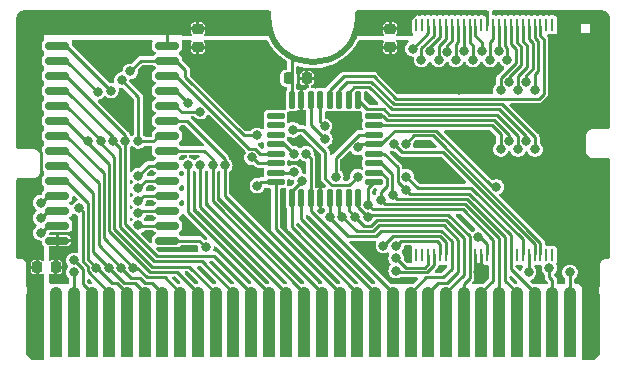
<source format=gbr>
%TF.GenerationSoftware,KiCad,Pcbnew,(6.0.2)*%
%TF.CreationDate,2022-03-22T22:46:16-04:00*%
%TF.ProjectId,MBC5_Short,4d424335-5f53-4686-9f72-742e6b696361,rev?*%
%TF.SameCoordinates,Original*%
%TF.FileFunction,Copper,L1,Top*%
%TF.FilePolarity,Positive*%
%FSLAX46Y46*%
G04 Gerber Fmt 4.6, Leading zero omitted, Abs format (unit mm)*
G04 Created by KiCad (PCBNEW (6.0.2)) date 2022-03-22 22:46:16*
%MOMM*%
%LPD*%
G01*
G04 APERTURE LIST*
G04 Aperture macros list*
%AMRoundRect*
0 Rectangle with rounded corners*
0 $1 Rounding radius*
0 $2 $3 $4 $5 $6 $7 $8 $9 X,Y pos of 4 corners*
0 Add a 4 corners polygon primitive as box body*
4,1,4,$2,$3,$4,$5,$6,$7,$8,$9,$2,$3,0*
0 Add four circle primitives for the rounded corners*
1,1,$1+$1,$2,$3*
1,1,$1+$1,$4,$5*
1,1,$1+$1,$6,$7*
1,1,$1+$1,$8,$9*
0 Add four rect primitives between the rounded corners*
20,1,$1+$1,$2,$3,$4,$5,0*
20,1,$1+$1,$4,$5,$6,$7,0*
20,1,$1+$1,$6,$7,$8,$9,0*
20,1,$1+$1,$8,$9,$2,$3,0*%
%AMFreePoly0*
4,1,23,0.012351,0.494884,0.073905,0.494508,0.209726,0.453889,0.328688,0.376782,0.421226,0.269385,0.479903,0.140333,0.500000,0.000000,0.500000,-5.700000,-0.500000,-5.700000,-1.000000,-5.200000,-1.000000,-0.250000,-0.998900,-0.250000,-0.999927,-0.239528,-0.978971,-0.073643,-0.921784,0.083476,-0.831208,0.224022,-0.711746,0.341008,-0.569334,0.428620,-0.411051,0.482504,-0.251839,0.499238,
-0.250000,0.500000,0.000000,0.500000,0.012351,0.494884,0.012351,0.494884,$1*%
%AMFreePoly1*
4,1,17,0.072842,0.495741,0.209002,0.455021,0.328260,0.377721,0.421030,0.270057,0.479853,0.140683,0.500000,0.000000,0.500000,-5.400000,-0.500000,-5.400000,-0.500000,-0.012664,-0.501656,0.000000,-0.502457,0.006124,-0.480592,0.146550,-0.420193,0.275196,-0.326115,0.381719,-0.205921,0.457555,-0.069274,0.496609,0.072842,0.495741,0.072842,0.495741,$1*%
%AMFreePoly2*
4,1,24,0.251094,0.499547,0.255236,0.499982,0.421263,0.480184,0.578778,0.424096,0.719953,0.334503,0.837770,0.215861,0.926374,0.074064,0.981362,-0.083839,1.000000,-0.250000,1.000000,-5.200000,0.500000,-5.700000,-0.500000,-5.700000,-0.500000,0.000000,-0.499365,0.001534,-0.499963,0.006109,-0.478152,0.146186,-0.417904,0.274511,-0.324060,0.380769,-0.204165,0.456417,-0.067858,0.495374,
-0.011992,0.495033,0.000000,0.500000,0.250000,0.500000,0.251094,0.499547,0.251094,0.499547,$1*%
G04 Aperture macros list end*
%TA.AperFunction,SMDPad,CuDef*%
%ADD10R,0.250000X1.100000*%
%TD*%
%TA.AperFunction,SMDPad,CuDef*%
%ADD11RoundRect,0.225000X-0.250000X0.225000X-0.250000X-0.225000X0.250000X-0.225000X0.250000X0.225000X0*%
%TD*%
%TA.AperFunction,SMDPad,CuDef*%
%ADD12RoundRect,0.225000X-0.225000X-0.250000X0.225000X-0.250000X0.225000X0.250000X-0.225000X0.250000X0*%
%TD*%
%TA.AperFunction,SMDPad,CuDef*%
%ADD13RoundRect,0.150000X-0.875000X-0.150000X0.875000X-0.150000X0.875000X0.150000X-0.875000X0.150000X0*%
%TD*%
%TA.AperFunction,SMDPad,CuDef*%
%ADD14RoundRect,0.125000X0.125000X-0.625000X0.125000X0.625000X-0.125000X0.625000X-0.125000X-0.625000X0*%
%TD*%
%TA.AperFunction,SMDPad,CuDef*%
%ADD15RoundRect,0.125000X0.625000X-0.125000X0.625000X0.125000X-0.625000X0.125000X-0.625000X-0.125000X0*%
%TD*%
%TA.AperFunction,ConnectorPad*%
%ADD16FreePoly0,0.000000*%
%TD*%
%TA.AperFunction,ComponentPad*%
%ADD17C,0.800000*%
%TD*%
%TA.AperFunction,ConnectorPad*%
%ADD18FreePoly1,0.000000*%
%TD*%
%TA.AperFunction,ConnectorPad*%
%ADD19FreePoly2,0.000000*%
%TD*%
%TA.AperFunction,ViaPad*%
%ADD20C,0.800000*%
%TD*%
%TA.AperFunction,Conductor*%
%ADD21C,0.250000*%
%TD*%
%TA.AperFunction,Conductor*%
%ADD22C,0.152400*%
%TD*%
%TA.AperFunction,Conductor*%
%ADD23C,0.500000*%
%TD*%
%TA.AperFunction,Conductor*%
%ADD24C,0.200000*%
%TD*%
G04 APERTURE END LIST*
D10*
%TO.P,U1,0,A3*%
%TO.N,N/C*%
X158750000Y-107000000D03*
%TO.P,U1,0,A2*%
X159250000Y-107000000D03*
%TO.P,U1,1,A3*%
%TO.N,A3*%
X159750000Y-107000000D03*
%TO.P,U1,2,A2*%
%TO.N,A2*%
X160250000Y-107000000D03*
%TO.P,U1,3,A1*%
%TO.N,A1*%
X160750000Y-107000000D03*
%TO.P,U1,4,A0~{}*%
%TO.N,A0*%
X161250000Y-107000000D03*
%TO.P,U1,5,D0*%
%TO.N,D0*%
X161750000Y-107000000D03*
%TO.P,U1,6,D1*%
%TO.N,D1*%
X162250000Y-107000000D03*
%TO.P,U1,7,D2*%
%TO.N,D2*%
X162750000Y-107000000D03*
%TO.P,U1,8,D3*%
%TO.N,D3*%
X163250000Y-107000000D03*
%TO.P,U1,9,GND*%
%TO.N,GND*%
X163750000Y-107000000D03*
%TO.P,U1,10,GND*%
X164250000Y-107000000D03*
%TO.P,U1,11,VCC~{}*%
%TO.N,+5V*%
X164750000Y-107000000D03*
%TO.P,U1,12,D4*%
%TO.N,D4*%
X165250000Y-107000000D03*
%TO.P,U1,13,D5*%
%TO.N,D5*%
X165750000Y-107000000D03*
%TO.P,U1,14,D6*%
%TO.N,D6*%
X166250000Y-107000000D03*
%TO.P,U1,15,D7*%
%TO.N,D7*%
X166750000Y-107000000D03*
%TO.P,U1,16,NC*%
%TO.N,unconnected-(U1-Pad16)*%
X167250000Y-107000000D03*
%TO.P,U1,17,OE~{}*%
%TO.N,RD*%
X167750000Y-107000000D03*
%TO.P,U1,18,WE*%
%TO.N,WE_SND*%
X168250000Y-107000000D03*
%TO.P,U1,19,A21*%
%TO.N,RA21*%
X168750000Y-107000000D03*
%TO.P,U1,20,A20*%
%TO.N,RA20*%
X169250000Y-107000000D03*
%TO.P,U1,0,A17*%
%TO.N,N/C*%
X169750000Y-107000000D03*
%TO.P,U1,0,A16*%
X170250000Y-107000000D03*
%TO.P,U1,0,A15*%
X170250000Y-87500000D03*
%TO.P,U1,0,A14*%
X169750000Y-87500000D03*
%TO.P,U1,21,A19*%
%TO.N,RA19*%
X169250000Y-87500000D03*
%TO.P,U1,22,A18*%
%TO.N,RA18*%
X168750000Y-87500000D03*
%TO.P,U1,23,A17*%
%TO.N,RA17*%
X168250000Y-87500000D03*
%TO.P,U1,24,A16*%
%TO.N,RA16*%
X167750000Y-87500000D03*
%TO.P,U1,25,A15*%
%TO.N,RA15*%
X167250000Y-87500000D03*
%TO.P,U1,26,A14*%
%TO.N,RA14*%
X166750000Y-87500000D03*
%TO.P,U1,27,A13*%
%TO.N,A13*%
X166250000Y-87500000D03*
%TO.P,U1,28,A12*%
%TO.N,A12*%
X165750000Y-87500000D03*
%TO.P,U1,29,CE*%
%TO.N,A15*%
X165250000Y-87500000D03*
%TO.P,U1,30,VCC*%
%TO.N,+5V*%
X164750000Y-87500000D03*
%TO.P,U1,31,NC*%
%TO.N,unconnected-(U1-Pad31)*%
X164250000Y-87500000D03*
%TO.P,U1,32,RESET*%
%TO.N,RESET*%
X163750000Y-87500000D03*
%TO.P,U1,33,A11*%
%TO.N,A11*%
X163250000Y-87500000D03*
%TO.P,U1,34,A10*%
%TO.N,A10*%
X162750000Y-87500000D03*
%TO.P,U1,35,A9*%
%TO.N,A9*%
X162250000Y-87500000D03*
%TO.P,U1,36,A8*%
%TO.N,A8*%
X161750000Y-87500000D03*
%TO.P,U1,37,A7*%
%TO.N,A7*%
X161250000Y-87500000D03*
%TO.P,U1,38,A6*%
%TO.N,A6*%
X160750000Y-87500000D03*
%TO.P,U1,39,A5*%
%TO.N,A5*%
X160250000Y-87500000D03*
%TO.P,U1,40,A4*%
%TO.N,A4*%
X159750000Y-87500000D03*
%TO.P,U1,0*%
%TO.N,N/C*%
X159250000Y-87500000D03*
X158750000Y-87500000D03*
%TD*%
D11*
%TO.P,C3,1*%
%TO.N,+5V*%
X140250000Y-87825000D03*
%TO.P,C3,2*%
%TO.N,GND*%
X140250000Y-89375000D03*
%TD*%
D12*
%TO.P,C1,1*%
%TO.N,+5V*%
X126655000Y-108000000D03*
%TO.P,C1,2*%
%TO.N,GND*%
X128205000Y-108000000D03*
%TD*%
%TO.P,C2,1*%
%TO.N,+5V*%
X147935000Y-92020000D03*
%TO.P,C2,2*%
%TO.N,GND*%
X149485000Y-92020000D03*
%TD*%
D11*
%TO.P,C4,1*%
%TO.N,+5V*%
X156520000Y-87825000D03*
%TO.P,C4,2*%
%TO.N,GND*%
X156520000Y-89375000D03*
%TD*%
D13*
%TO.P,U3,1,A14*%
%TO.N,AA14*%
X128350000Y-89245000D03*
%TO.P,U3,2,A12*%
%TO.N,A12*%
X128350000Y-90515000D03*
%TO.P,U3,3,A7*%
%TO.N,A7*%
X128350000Y-91785000D03*
%TO.P,U3,4,A6*%
%TO.N,A6*%
X128350000Y-93055000D03*
%TO.P,U3,5,A5*%
%TO.N,A5*%
X128350000Y-94325000D03*
%TO.P,U3,6,A4*%
%TO.N,A4*%
X128350000Y-95595000D03*
%TO.P,U3,7,A3*%
%TO.N,A3*%
X128350000Y-96865000D03*
%TO.P,U3,8,A2*%
%TO.N,A2*%
X128350000Y-98135000D03*
%TO.P,U3,9,A1*%
%TO.N,A1*%
X128350000Y-99405000D03*
%TO.P,U3,10,A0*%
%TO.N,A0*%
X128350000Y-100675000D03*
%TO.P,U3,11,DQ0*%
%TO.N,D0*%
X128350000Y-101945000D03*
%TO.P,U3,12,DQ1*%
%TO.N,D1*%
X128350000Y-103215000D03*
%TO.P,U3,13,DQ2*%
%TO.N,D2*%
X128350000Y-104485000D03*
%TO.P,U3,14,VSS*%
%TO.N,GND*%
X128350000Y-105755000D03*
%TO.P,U3,15,DQ3*%
%TO.N,D3*%
X137650000Y-105755000D03*
%TO.P,U3,16,DQ4*%
%TO.N,D4*%
X137650000Y-104485000D03*
%TO.P,U3,17,DQ5*%
%TO.N,D5*%
X137650000Y-103215000D03*
%TO.P,U3,18,DQ6*%
%TO.N,D6*%
X137650000Y-101945000D03*
%TO.P,U3,19,DQ7*%
%TO.N,D7*%
X137650000Y-100675000D03*
%TO.P,U3,20,~{CE}*%
%TO.N,RAMCS*%
X137650000Y-99405000D03*
%TO.P,U3,21,A10*%
%TO.N,A10*%
X137650000Y-98135000D03*
%TO.P,U3,22,~{OE}*%
%TO.N,RD*%
X137650000Y-96865000D03*
%TO.P,U3,23,A11*%
%TO.N,A11*%
X137650000Y-95595000D03*
%TO.P,U3,24,A9*%
%TO.N,A9*%
X137650000Y-94325000D03*
%TO.P,U3,25,A8*%
%TO.N,A8*%
X137650000Y-93055000D03*
%TO.P,U3,26,A13*%
%TO.N,AA13*%
X137650000Y-91785000D03*
%TO.P,U3,27,~{WE}*%
%TO.N,WR*%
X137650000Y-90515000D03*
%TO.P,U3,28,VDD*%
%TO.N,+5V*%
X137650000Y-89245000D03*
%TD*%
D14*
%TO.P,U2,1,A13*%
%TO.N,A13*%
X148200000Y-102175000D03*
%TO.P,U2,2,A14*%
%TO.N,A14*%
X149000000Y-102175000D03*
%TO.P,U2,3,A15*%
%TO.N,A15*%
X149800000Y-102175000D03*
%TO.P,U2,4,GND*%
%TO.N,GND*%
X150600000Y-102175000D03*
%TO.P,U2,5,D0*%
%TO.N,D0*%
X151400000Y-102175000D03*
%TO.P,U2,6,D1*%
%TO.N,D1*%
X152200000Y-102175000D03*
%TO.P,U2,7,D2*%
%TO.N,D2*%
X153000000Y-102175000D03*
%TO.P,U2,8,D3*%
%TO.N,D3*%
X153800000Y-102175000D03*
D15*
%TO.P,U2,9,D4*%
%TO.N,D4*%
X155175000Y-100800000D03*
%TO.P,U2,10,D5*%
%TO.N,D5*%
X155175000Y-100000000D03*
%TO.P,U2,11,D6*%
%TO.N,D6*%
X155175000Y-99200000D03*
%TO.P,U2,12,D7*%
%TO.N,D7*%
X155175000Y-98400000D03*
%TO.P,U2,13,/RESET*%
%TO.N,RESET*%
X155175000Y-97600000D03*
%TO.P,U2,14,/RAMCS*%
%TO.N,RAMCS*%
X155175000Y-96800000D03*
%TO.P,U2,15,RA14*%
%TO.N,RA14*%
X155175000Y-96000000D03*
%TO.P,U2,16,RA15*%
%TO.N,RA15*%
X155175000Y-95200000D03*
D14*
%TO.P,U2,17,RA16*%
%TO.N,RA16*%
X153800000Y-93825000D03*
%TO.P,U2,18,RA17*%
%TO.N,RA17*%
X153000000Y-93825000D03*
%TO.P,U2,19,RA18*%
%TO.N,RA18*%
X152200000Y-93825000D03*
%TO.P,U2,20,RA19*%
%TO.N,RA19*%
X151400000Y-93825000D03*
%TO.P,U2,21,RA20*%
%TO.N,RA20*%
X150600000Y-93825000D03*
%TO.P,U2,22,RA21*%
%TO.N,RA21*%
X149800000Y-93825000D03*
%TO.P,U2,23,GND*%
%TO.N,GND*%
X149000000Y-93825000D03*
%TO.P,U2,24,PWR*%
%TO.N,+5V*%
X148200000Y-93825000D03*
D15*
%TO.P,U2,25,RA22*%
%TO.N,unconnected-(U2-Pad25)*%
X146825000Y-95200000D03*
%TO.P,U2,26,AA16*%
%TO.N,RUMBLE*%
X146825000Y-96000000D03*
%TO.P,U2,27,AA15*%
%TO.N,unconnected-(U2-Pad27)*%
X146825000Y-96800000D03*
%TO.P,U2,28,AA14*%
%TO.N,AA14*%
X146825000Y-97600000D03*
%TO.P,U2,29,AA13*%
%TO.N,AA13*%
X146825000Y-98400000D03*
%TO.P,U2,30,/WR*%
%TO.N,WR*%
X146825000Y-99200000D03*
%TO.P,U2,31,/CS*%
%TO.N,CS*%
X146825000Y-100000000D03*
%TO.P,U2,32,A12*%
%TO.N,A12*%
X146825000Y-100800000D03*
%TD*%
D16*
%TO.P,J1,1*%
%TO.N,+5V*%
X126750000Y-110190000D03*
D17*
X126750000Y-110190000D03*
D18*
%TO.P,J1,2*%
%TO.N,N/C*%
X128250000Y-110190000D03*
D17*
X128250000Y-110190000D03*
%TO.P,J1,3*%
%TO.N,WR*%
X129750000Y-110190000D03*
D18*
X129750000Y-110190000D03*
D17*
%TO.P,J1,4*%
%TO.N,RD*%
X131250000Y-110190000D03*
D18*
X131250000Y-110190000D03*
%TO.P,J1,5*%
%TO.N,CS*%
X132750000Y-110190000D03*
D17*
X132750000Y-110190000D03*
D18*
%TO.P,J1,6*%
%TO.N,A0*%
X134250000Y-110190000D03*
D17*
X134250000Y-110190000D03*
D18*
%TO.P,J1,7*%
%TO.N,A1*%
X135750000Y-110190000D03*
D17*
X135750000Y-110190000D03*
D18*
%TO.P,J1,8*%
%TO.N,A2*%
X137250000Y-110190000D03*
D17*
X137250000Y-110190000D03*
%TO.P,J1,9*%
%TO.N,A3*%
X138750000Y-110190000D03*
D18*
X138750000Y-110190000D03*
%TO.P,J1,10*%
%TO.N,A4*%
X140250000Y-110190000D03*
D17*
X140250000Y-110190000D03*
D18*
%TO.P,J1,11*%
%TO.N,A5*%
X141750000Y-110190000D03*
D17*
X141750000Y-110190000D03*
%TO.P,J1,12*%
%TO.N,A6*%
X143250000Y-110190000D03*
D18*
X143250000Y-110190000D03*
D17*
%TO.P,J1,13*%
%TO.N,A7*%
X144750000Y-110190000D03*
D18*
X144750000Y-110190000D03*
%TO.P,J1,14*%
%TO.N,A8*%
X146250000Y-110190000D03*
D17*
X146250000Y-110190000D03*
%TO.P,J1,15*%
%TO.N,A9*%
X147750000Y-110190000D03*
D18*
X147750000Y-110190000D03*
D17*
%TO.P,J1,16*%
%TO.N,A10*%
X149250000Y-110190000D03*
D18*
X149250000Y-110190000D03*
%TO.P,J1,17*%
%TO.N,A11*%
X150750000Y-110190000D03*
D17*
X150750000Y-110190000D03*
D18*
%TO.P,J1,18*%
%TO.N,A12*%
X152250000Y-110190000D03*
D17*
X152250000Y-110190000D03*
%TO.P,J1,19*%
%TO.N,A13*%
X153750000Y-110190000D03*
D18*
X153750000Y-110190000D03*
D17*
%TO.P,J1,20*%
%TO.N,A14*%
X155250000Y-110190000D03*
D18*
X155250000Y-110190000D03*
D17*
%TO.P,J1,21*%
%TO.N,A15*%
X156750000Y-110190000D03*
D18*
X156750000Y-110190000D03*
%TO.P,J1,22*%
%TO.N,D0*%
X158250000Y-110190000D03*
D17*
X158250000Y-110190000D03*
D18*
%TO.P,J1,23*%
%TO.N,D1*%
X159750000Y-110190000D03*
D17*
X159750000Y-110190000D03*
%TO.P,J1,24*%
%TO.N,D2*%
X161250000Y-110190000D03*
D18*
X161250000Y-110190000D03*
%TO.P,J1,25*%
%TO.N,D3*%
X162750000Y-110190000D03*
D17*
X162750000Y-110190000D03*
%TO.P,J1,26*%
%TO.N,D4*%
X164250000Y-110190000D03*
D18*
X164250000Y-110190000D03*
%TO.P,J1,27*%
%TO.N,D5*%
X165750000Y-110190000D03*
D17*
X165750000Y-110190000D03*
D18*
%TO.P,J1,28*%
%TO.N,D6*%
X167250000Y-110190000D03*
D17*
X167250000Y-110190000D03*
%TO.P,J1,29*%
%TO.N,D7*%
X168750000Y-110190000D03*
D18*
X168750000Y-110190000D03*
%TO.P,J1,30*%
%TO.N,RESET*%
X170250000Y-110190000D03*
D17*
X170250000Y-110190000D03*
%TO.P,J1,31*%
%TO.N,WE_SND*%
X171750000Y-110190000D03*
D18*
X171750000Y-110190000D03*
D17*
%TO.P,J1,32*%
%TO.N,GND*%
X173250000Y-110190000D03*
D19*
X173250000Y-110190000D03*
%TD*%
D20*
%TO.N,RESET*%
X165525795Y-101214205D03*
X170010550Y-108089904D03*
%TO.N,+5V*%
X164000000Y-105490000D03*
X157930000Y-87955000D03*
%TO.N,GND*%
X128350000Y-107010000D03*
X149000000Y-95330000D03*
X145000000Y-89690000D03*
X148930000Y-97350000D03*
X164000000Y-108440000D03*
X155000000Y-89690000D03*
X162320000Y-92970000D03*
%TO.N,RA18*%
X168793500Y-98021061D03*
X168793500Y-93021061D03*
%TO.N,RA17*%
X168069000Y-97330000D03*
X168069000Y-92330000D03*
%TO.N,RA16*%
X167344500Y-93020815D03*
X167344500Y-98020815D03*
%TO.N,RA15*%
X166620000Y-92328439D03*
X166620000Y-97328439D03*
%TO.N,RA14*%
X165890000Y-93020000D03*
X165890000Y-98020000D03*
%TO.N,A13*%
X149048036Y-100733460D03*
X166450000Y-90440000D03*
%TO.N,A12*%
X131751825Y-93171825D03*
X145280000Y-101100000D03*
X165720000Y-89750000D03*
%TO.N,A15*%
X164990000Y-90440000D03*
X149410000Y-98410000D03*
%TO.N,RESET*%
X164264500Y-89750000D03*
X153800000Y-97876460D03*
%TO.N,A11*%
X142520000Y-99400000D03*
X163540000Y-90440000D03*
%TO.N,A10*%
X141490000Y-99400000D03*
X162806118Y-89750000D03*
%TO.N,A9*%
X162081618Y-90441536D03*
X140460000Y-94850000D03*
X140460000Y-99400000D03*
%TO.N,A8*%
X139410000Y-94073060D03*
X139420000Y-99400000D03*
X161356536Y-89753596D03*
%TO.N,A7*%
X134090000Y-97340000D03*
X160630000Y-90440000D03*
%TO.N,A6*%
X133040000Y-97340000D03*
X159899000Y-89750000D03*
%TO.N,A5*%
X159174500Y-90440000D03*
X132010000Y-97340000D03*
%TO.N,A4*%
X130950000Y-97340000D03*
X158450000Y-89520000D03*
%TO.N,A3*%
X157030000Y-107250000D03*
X134790000Y-108050480D03*
%TO.N,A2*%
X133750000Y-108050000D03*
X157030000Y-108300000D03*
%TO.N,A1*%
X157030000Y-106190000D03*
X132710000Y-108050000D03*
%TO.N,A0*%
X155960000Y-106190000D03*
X131652535Y-108050000D03*
%TO.N,D0*%
X151400000Y-103750000D03*
X126930000Y-102548963D03*
%TO.N,D1*%
X152480000Y-103750000D03*
X126930000Y-103825988D03*
%TO.N,D2*%
X153570000Y-103752420D03*
X126930000Y-105100000D03*
%TO.N,D3*%
X140920000Y-106347211D03*
X154640000Y-103750000D03*
%TO.N,D4*%
X154649500Y-102719989D03*
X135200000Y-104480000D03*
%TO.N,D5*%
X135200000Y-103450000D03*
X155720000Y-102310000D03*
%TO.N,D6*%
X135200000Y-102410000D03*
X156790000Y-101920000D03*
%TO.N,D7*%
X135200000Y-101350000D03*
X157890000Y-101504820D03*
%TO.N,RAMCS*%
X135204555Y-100274555D03*
X151917299Y-100345500D03*
%TO.N,RA20*%
X150980000Y-96100000D03*
X157839503Y-97546940D03*
%TO.N,RA21*%
X150990520Y-97140000D03*
X156840000Y-97546940D03*
%TO.N,AA14*%
X132884124Y-93064124D03*
X148380000Y-98400000D03*
%TO.N,WR*%
X144812701Y-98707299D03*
X145260000Y-96860000D03*
X129754004Y-108450000D03*
X134512796Y-91435450D03*
%TO.N,CS*%
X148380000Y-99990000D03*
X130215020Y-103000000D03*
%TO.N,RD*%
X148310000Y-96380000D03*
X129760000Y-107430000D03*
X157890000Y-100350000D03*
X153780000Y-100350000D03*
X135210000Y-97340000D03*
X133784124Y-92164124D03*
%TO.N,WE_SND*%
X168250000Y-108450000D03*
X171750000Y-108450000D03*
%TD*%
D21*
%TO.N,RA20*%
X169250000Y-105963010D02*
X169250000Y-106937500D01*
X160146990Y-96860000D02*
X169250000Y-105963010D01*
X158526443Y-96860000D02*
X160146990Y-96860000D01*
X157839503Y-97546940D02*
X158526443Y-96860000D01*
%TO.N,A2*%
X134617138Y-108917138D02*
X133750000Y-108050000D01*
X135326077Y-108917138D02*
X134617138Y-108917138D01*
X137250000Y-110190000D02*
X136390000Y-109330000D01*
X136390000Y-109330000D02*
X135738939Y-109330000D01*
X135738939Y-109330000D02*
X135326077Y-108917138D01*
%TO.N,A1*%
X134890000Y-109330000D02*
X135750000Y-110190000D01*
X133985386Y-109330000D02*
X134890000Y-109330000D01*
X132710000Y-108054614D02*
X133985386Y-109330000D01*
X132710000Y-108050000D02*
X132710000Y-108054614D01*
%TO.N,A0*%
X133390000Y-109330000D02*
X134250000Y-110190000D01*
X132955386Y-109330000D02*
X133390000Y-109330000D01*
X131675386Y-108050000D02*
X132955386Y-109330000D01*
X131652535Y-108050000D02*
X131675386Y-108050000D01*
%TO.N,GND*%
X128205000Y-107155000D02*
X128350000Y-107010000D01*
X128205000Y-108000000D02*
X128205000Y-107155000D01*
%TO.N,RESET*%
X165204231Y-101214205D02*
X160439546Y-96449520D01*
X165525795Y-101214205D02*
X165204231Y-101214205D01*
X170010550Y-108850550D02*
X170010550Y-108089904D01*
X170250000Y-109090000D02*
X170010550Y-108850550D01*
X170250000Y-110190000D02*
X170250000Y-109090000D01*
%TO.N,A3*%
X159451920Y-108048080D02*
X157828080Y-108048080D01*
X157828080Y-108048080D02*
X157030000Y-107250000D01*
X159750000Y-107750000D02*
X159451920Y-108048080D01*
X159750000Y-107000000D02*
X159750000Y-107750000D01*
%TO.N,A2*%
X159630000Y-108450000D02*
X160250000Y-107830000D01*
X160250000Y-107830000D02*
X160250000Y-106937500D01*
X157030000Y-108300000D02*
X157180000Y-108450000D01*
X157180000Y-108450000D02*
X159630000Y-108450000D01*
%TO.N,GND*%
X170870000Y-86400000D02*
X170865520Y-86395520D01*
X170865520Y-86395520D02*
X165264480Y-86395520D01*
%TO.N,A4*%
X159750000Y-88220000D02*
X159750000Y-87562500D01*
X158450000Y-89520000D02*
X159750000Y-88220000D01*
%TO.N,A5*%
X159174500Y-89490506D02*
X160250000Y-88415006D01*
X159174500Y-90440000D02*
X159174500Y-89490506D01*
X160250000Y-88415006D02*
X160250000Y-87562500D01*
%TO.N,WR*%
X135433246Y-90515000D02*
X134512796Y-91435450D01*
X137650000Y-90515000D02*
X135433246Y-90515000D01*
%TO.N,RD*%
X135210000Y-93590000D02*
X135210000Y-97340000D01*
X133784124Y-92164124D02*
X135210000Y-93590000D01*
%TO.N,RESET*%
X156249520Y-97110480D02*
X156910480Y-96449520D01*
X156249520Y-97111197D02*
X156249520Y-97110480D01*
X155760717Y-97600000D02*
X156249520Y-97111197D01*
X156910480Y-96449520D02*
X160439546Y-96449520D01*
X155175000Y-97600000D02*
X155760717Y-97600000D01*
%TO.N,A0*%
X156790000Y-105360000D02*
X155960000Y-106190000D01*
X160733036Y-105360000D02*
X156790000Y-105360000D01*
X161250000Y-105876964D02*
X160733036Y-105360000D01*
X161250000Y-106937500D02*
X161250000Y-105876964D01*
%TO.N,A1*%
X160750000Y-106080000D02*
X160750000Y-106937500D01*
X157430000Y-105790000D02*
X160460000Y-105790000D01*
X157030000Y-106190000D02*
X157430000Y-105790000D01*
X160460000Y-105790000D02*
X160750000Y-106080000D01*
%TO.N,+5V*%
X157930000Y-87245000D02*
X158779480Y-86395520D01*
X164750000Y-86395520D02*
X164750000Y-87500000D01*
X157930000Y-87955000D02*
X157930000Y-87245000D01*
X158779480Y-86395520D02*
X164750000Y-86395520D01*
X126750000Y-108025000D02*
X126725000Y-108000000D01*
X148200000Y-90370000D02*
X148750000Y-90370000D01*
X164485480Y-105825480D02*
X164490486Y-105825480D01*
D22*
X126990000Y-99950000D02*
X126980000Y-99960000D01*
X126980000Y-98270000D02*
X126990000Y-98280000D01*
D21*
X137650000Y-89245000D02*
X137650000Y-87310000D01*
X164150000Y-105490000D02*
X164485480Y-105825480D01*
X147935000Y-92020000D02*
X148180000Y-92020000D01*
X164490486Y-105825480D02*
X164750000Y-106084994D01*
X148200000Y-93825000D02*
X148200000Y-92000000D01*
X164000000Y-105490000D02*
X164150000Y-105490000D01*
X148200000Y-92000000D02*
X148200000Y-90370000D01*
X164750000Y-106084994D02*
X164750000Y-106937500D01*
X148180000Y-92020000D02*
X148200000Y-92000000D01*
X126990000Y-98280000D02*
X126990000Y-99950000D01*
D23*
X146201867Y-86889993D02*
G75*
G03*
X153798133Y-86890000I3798133J36456D01*
G01*
D21*
%TO.N,GND*%
X128345000Y-108000000D02*
X128350000Y-107995000D01*
X164000000Y-108440000D02*
X163750000Y-108190000D01*
X163750000Y-108190000D02*
X163750000Y-106937500D01*
X164000000Y-108440000D02*
X164250000Y-108190000D01*
D24*
X153390000Y-89690000D02*
X151060000Y-92020000D01*
X149420000Y-97350000D02*
X150570000Y-98500000D01*
D21*
X164250000Y-108190000D02*
X164250000Y-106937500D01*
X128350000Y-107010000D02*
X128350000Y-105755000D01*
D24*
X150570000Y-102145000D02*
X150600000Y-102175000D01*
X151060000Y-92020000D02*
X149485000Y-92020000D01*
X150570000Y-98500000D02*
X150570000Y-102145000D01*
X148930000Y-97350000D02*
X149420000Y-97350000D01*
X154960000Y-89690000D02*
X153390000Y-89690000D01*
D21*
%TO.N,RA19*%
X155119310Y-91851440D02*
X157020271Y-93752400D01*
X157020271Y-93752400D02*
X169100700Y-93752400D01*
X169530000Y-88721078D02*
X169250000Y-88441078D01*
X152588560Y-91851440D02*
X155119310Y-91851440D01*
X169100700Y-93752400D02*
X169530000Y-93323100D01*
X169250000Y-88441078D02*
X169250000Y-87562500D01*
X169530000Y-93323100D02*
X169530000Y-88721078D01*
X151400000Y-93825000D02*
X151400000Y-93040000D01*
X151400000Y-93040000D02*
X152588560Y-91851440D01*
%TO.N,RA18*%
X152200000Y-92994282D02*
X152200000Y-93825000D01*
X152893322Y-92300960D02*
X152200000Y-92994282D01*
X168750000Y-88576796D02*
X168750000Y-87562500D01*
X165981920Y-94201920D02*
X156834073Y-94201920D01*
X156834073Y-94201920D02*
X154933112Y-92300960D01*
X168793500Y-98021061D02*
X168793500Y-97013500D01*
X168793500Y-93021061D02*
X168793500Y-91669370D01*
X169070000Y-88896796D02*
X168750000Y-88576796D01*
X168793500Y-91669370D02*
X169070000Y-91392870D01*
X169070000Y-91392870D02*
X169070000Y-88896796D01*
X168793500Y-97013500D02*
X165981920Y-94201920D01*
X154933112Y-92300960D02*
X152893322Y-92300960D01*
%TO.N,RA17*%
X165771440Y-94651440D02*
X156647875Y-94651440D01*
X168069000Y-92330000D02*
X168069000Y-91758154D01*
X154746915Y-92750480D02*
X153488803Y-92750480D01*
X153000000Y-93239283D02*
X153000000Y-93825000D01*
X156647875Y-94651440D02*
X154746915Y-92750480D01*
X168069000Y-96949000D02*
X165771440Y-94651440D01*
X168250000Y-88712514D02*
X168250000Y-87562500D01*
X168610000Y-91217154D02*
X168610000Y-89072514D01*
X168069000Y-91758154D02*
X168610000Y-91217154D01*
X168610000Y-89072514D02*
X168250000Y-88712514D01*
X168069000Y-97330000D02*
X168069000Y-96949000D01*
X153488803Y-92750480D02*
X153000000Y-93239283D01*
%TO.N,RA16*%
X154600480Y-94625480D02*
X153800000Y-93825000D01*
X168149876Y-91041560D02*
X168149876Y-89248108D01*
X155986197Y-94625480D02*
X154600480Y-94625480D01*
X165540960Y-95100960D02*
X156461677Y-95100960D01*
X167750000Y-88848232D02*
X167750000Y-87562500D01*
X167344500Y-91846936D02*
X168149876Y-91041560D01*
X167344500Y-93020815D02*
X167344500Y-91846936D01*
X156461677Y-95100960D02*
X155986197Y-94625480D01*
X167344500Y-96904500D02*
X165540960Y-95100960D01*
X167344500Y-98020815D02*
X167344500Y-96904500D01*
X168149876Y-89248108D02*
X167750000Y-88848232D01*
%TO.N,RA15*%
X167250000Y-88983950D02*
X167250000Y-87562500D01*
X156275479Y-95550480D02*
X155924999Y-95200000D01*
X167640000Y-90915718D02*
X167640000Y-89373950D01*
X167640000Y-89373950D02*
X167250000Y-88983950D01*
X166620000Y-96844283D02*
X165326197Y-95550480D01*
X166620000Y-91935718D02*
X167640000Y-90915718D01*
X166620000Y-97328439D02*
X166620000Y-96844283D01*
X165326197Y-95550480D02*
X156275479Y-95550480D01*
X166620000Y-92328439D02*
X166620000Y-91935718D01*
X155924999Y-95200000D02*
X155175000Y-95200000D01*
%TO.N,RA14*%
X165890000Y-96750000D02*
X165140000Y-96000000D01*
X167174511Y-89544179D02*
X166750000Y-89119668D01*
X165890000Y-98020000D02*
X165890000Y-96750000D01*
X165890000Y-92030000D02*
X167174511Y-90745489D01*
X166750000Y-89119668D02*
X166750000Y-87562500D01*
X165890000Y-93020000D02*
X165890000Y-92030000D01*
X165140000Y-96000000D02*
X155175000Y-96000000D01*
X167174511Y-90745489D02*
X167174511Y-89544179D01*
%TO.N,A13*%
X149048036Y-100733460D02*
X148200000Y-101581496D01*
X148200000Y-102175000D02*
X148200000Y-104640000D01*
X166450000Y-90440000D02*
X166450000Y-89455386D01*
X148200000Y-104640000D02*
X153747500Y-110187500D01*
X166450000Y-89455386D02*
X166250000Y-89255386D01*
X153747500Y-110187500D02*
X153750000Y-110187500D01*
X166250000Y-89255386D02*
X166250000Y-87562500D01*
X148200000Y-101581496D02*
X148200000Y-102175000D01*
%TO.N,A12*%
X165750000Y-87562500D02*
X165750000Y-89720000D01*
X145580000Y-100800000D02*
X146825000Y-100800000D01*
X165750000Y-89720000D02*
X165720000Y-89750000D01*
X145280000Y-101100000D02*
X145580000Y-100800000D01*
X146825000Y-100800000D02*
X146825000Y-104765000D01*
X152250000Y-110190000D02*
X152250000Y-110187500D01*
X131751825Y-93171825D02*
X129095000Y-90515000D01*
X146825000Y-104765000D02*
X152250000Y-110190000D01*
X129095000Y-90515000D02*
X128350000Y-90515000D01*
%TO.N,A15*%
X149800000Y-98800000D02*
X149800000Y-102175000D01*
X156750000Y-110187500D02*
X149800000Y-103237500D01*
X149800000Y-103237500D02*
X149800000Y-102175000D01*
X164990000Y-90440000D02*
X164990000Y-88960000D01*
X149410000Y-98410000D02*
X149800000Y-98800000D01*
X164990000Y-88960000D02*
X165250000Y-88700000D01*
X165250000Y-88700000D02*
X165250000Y-87562500D01*
%TO.N,RESET*%
X164264511Y-89749989D02*
X164264511Y-89634511D01*
X153800000Y-97876460D02*
X154076460Y-97600000D01*
X164264500Y-89750000D02*
X164264511Y-89749989D01*
X163750000Y-87562500D02*
X163750000Y-88415006D01*
X163750000Y-88415006D02*
X164264511Y-88929517D01*
X164264511Y-88929517D02*
X164264511Y-89634511D01*
X154076460Y-97600000D02*
X155175000Y-97600000D01*
%TO.N,A11*%
X142520000Y-99400000D02*
X142520000Y-101960000D01*
X163540000Y-89260000D02*
X163250000Y-88970000D01*
X142520000Y-101960000D02*
X150750000Y-110190000D01*
X139295000Y-95595000D02*
X137650000Y-95595000D01*
X163250000Y-88970000D02*
X163250000Y-87562500D01*
X163540000Y-90440000D02*
X163540000Y-89260000D01*
X142520000Y-98820000D02*
X139295000Y-95595000D01*
X142520000Y-99400000D02*
X142520000Y-98820000D01*
%TO.N,A10*%
X137650000Y-98135000D02*
X140785000Y-98135000D01*
X162750000Y-89693882D02*
X162750000Y-87562500D01*
X141490000Y-98840000D02*
X141490000Y-99400000D01*
X140785000Y-98135000D02*
X141490000Y-98840000D01*
X141490000Y-99400000D02*
X141490000Y-102430000D01*
X141490000Y-102430000D02*
X149250000Y-110190000D01*
X162806118Y-89750000D02*
X162750000Y-89693882D01*
%TO.N,A9*%
X140460000Y-94850000D02*
X140456810Y-94846810D01*
X138345000Y-94325000D02*
X137650000Y-94325000D01*
X138866810Y-94846810D02*
X138345000Y-94325000D01*
X140456810Y-94846810D02*
X138866810Y-94846810D01*
X162081618Y-90441536D02*
X162081618Y-89126260D01*
X162081618Y-89126260D02*
X162250000Y-88957878D01*
X140460000Y-99400000D02*
X140460000Y-102900000D01*
X140460000Y-102900000D02*
X147750000Y-110190000D01*
X162250000Y-88957878D02*
X162250000Y-87562500D01*
%TO.N,A8*%
X139420000Y-99400000D02*
X139420000Y-103360000D01*
X138391940Y-93055000D02*
X137650000Y-93055000D01*
X161356536Y-89753596D02*
X161356536Y-89215624D01*
X139410000Y-94073060D02*
X138391940Y-93055000D01*
X139420000Y-103360000D02*
X146250000Y-110190000D01*
X161356536Y-89215624D02*
X161750000Y-88822160D01*
X161750000Y-88822160D02*
X161750000Y-87562500D01*
%TO.N,A7*%
X134086160Y-104399006D02*
X136758865Y-107071711D01*
X136758865Y-107071711D02*
X141631711Y-107071711D01*
X141631711Y-107071711D02*
X144750000Y-110190000D01*
X129055000Y-91785000D02*
X128350000Y-91785000D01*
X134090000Y-97340000D02*
X134086160Y-97343840D01*
X160630000Y-89306442D02*
X161250000Y-88686442D01*
X134090000Y-96820000D02*
X129055000Y-91785000D01*
X161250000Y-88686442D02*
X161250000Y-87562500D01*
X134090000Y-97340000D02*
X134090000Y-96820000D01*
X134086160Y-97343840D02*
X134086160Y-104399006D01*
X160630000Y-90440000D02*
X160630000Y-89306442D01*
%TO.N,A6*%
X133040000Y-97010000D02*
X129085000Y-93055000D01*
X133636640Y-104585204D02*
X133636640Y-97936640D01*
X136572667Y-107521231D02*
X133636640Y-104585204D01*
X160750000Y-88550724D02*
X160750000Y-87562500D01*
X143250000Y-110190000D02*
X140581231Y-107521231D01*
X133040000Y-97340000D02*
X133040000Y-97010000D01*
X159899000Y-89401724D02*
X160750000Y-88550724D01*
X129085000Y-93055000D02*
X128350000Y-93055000D01*
X140581231Y-107521231D02*
X136572667Y-107521231D01*
X159899000Y-89750000D02*
X159899000Y-89401724D01*
X133636640Y-97936640D02*
X133040000Y-97340000D01*
%TO.N,A5*%
X133187120Y-98697120D02*
X133187120Y-104771402D01*
X139530751Y-107970751D02*
X141750000Y-110190000D01*
X132010000Y-97520000D02*
X133187120Y-98697120D01*
X136386469Y-107970751D02*
X139530751Y-107970751D01*
X129065000Y-94325000D02*
X128350000Y-94325000D01*
X132010000Y-97270000D02*
X129065000Y-94325000D01*
X132010000Y-97340000D02*
X132010000Y-97270000D01*
X133187120Y-104771402D02*
X136386469Y-107970751D01*
X132010000Y-97340000D02*
X132010000Y-97520000D01*
%TO.N,A4*%
X138480271Y-108420271D02*
X140250000Y-110190000D01*
X132737600Y-99289628D02*
X132737600Y-104957600D01*
X132737600Y-104957600D02*
X136200271Y-108420271D01*
X129042972Y-95595000D02*
X132737600Y-99289628D01*
X128350000Y-95595000D02*
X129042972Y-95595000D01*
X136200271Y-108420271D02*
X138480271Y-108420271D01*
%TO.N,A3*%
X129075000Y-96865000D02*
X128350000Y-96865000D01*
X134790000Y-108050480D02*
X135095137Y-108050480D01*
X134790000Y-108050480D02*
X132288080Y-105548560D01*
X132288080Y-100078080D02*
X129075000Y-96865000D01*
X137429791Y-108869791D02*
X138750000Y-110190000D01*
X132288080Y-105548560D02*
X132288080Y-100078080D01*
X135095137Y-108050480D02*
X135914448Y-108869791D01*
X135914448Y-108869791D02*
X137429791Y-108869791D01*
%TO.N,A2*%
X129065000Y-98135000D02*
X128350000Y-98135000D01*
X131838560Y-100908560D02*
X129065000Y-98135000D01*
X133750000Y-108050000D02*
X131838560Y-106138560D01*
X131838560Y-106138560D02*
X131838560Y-100908560D01*
%TO.N,A1*%
X131389040Y-101749040D02*
X129045000Y-99405000D01*
X132710000Y-108050000D02*
X131389040Y-106729040D01*
X131389040Y-106729040D02*
X131389040Y-101749040D01*
X129045000Y-99405000D02*
X128350000Y-99405000D01*
%TO.N,A0*%
X130939520Y-107336985D02*
X130939520Y-102549520D01*
X129065000Y-100675000D02*
X128350000Y-100675000D01*
X130939520Y-102549520D02*
X129065000Y-100675000D01*
X131652535Y-108050000D02*
X130939520Y-107336985D01*
%TO.N,D0*%
X161750000Y-105808564D02*
X161750000Y-106937500D01*
X155287010Y-105399040D02*
X155759610Y-104926440D01*
X155759610Y-104926440D02*
X160867876Y-104926440D01*
X151400000Y-103812902D02*
X151400000Y-102175000D01*
X151443951Y-103856869D02*
X152986122Y-105399040D01*
X160867876Y-104926440D02*
X161750000Y-105808564D01*
X159560708Y-108879292D02*
X158250000Y-110190000D01*
X161750000Y-108150000D02*
X161020708Y-108879292D01*
X127533963Y-101945000D02*
X128350000Y-101945000D01*
X161750000Y-106937500D02*
X161750000Y-108150000D01*
X126930000Y-102548963D02*
X127533963Y-101945000D01*
X161020708Y-108879292D02*
X159560708Y-108879292D01*
X152986122Y-105399040D02*
X155287010Y-105399040D01*
%TO.N,D1*%
X160611188Y-109328812D02*
X159750000Y-110190000D01*
X126930000Y-103825988D02*
X127540988Y-103215000D01*
X153679520Y-104949520D02*
X155100812Y-104949520D01*
X161054074Y-104476920D02*
X162250000Y-105672846D01*
X155573412Y-104476920D02*
X161054074Y-104476920D01*
X162250000Y-105672846D02*
X162250000Y-106937500D01*
X127540988Y-103215000D02*
X128350000Y-103215000D01*
X126924856Y-103825988D02*
X126930000Y-103825988D01*
X161321188Y-109328812D02*
X160611188Y-109328812D01*
X152480000Y-103750000D02*
X152200000Y-103470000D01*
X152200000Y-103470000D02*
X152200000Y-102175000D01*
X162250000Y-106937500D02*
X162250000Y-108400000D01*
X155100812Y-104949520D02*
X155573412Y-104476920D01*
X162250000Y-108400000D02*
X161321188Y-109328812D01*
X152480000Y-103750000D02*
X153679520Y-104949520D01*
%TO.N,D2*%
X153000000Y-103182420D02*
X153000000Y-102175000D01*
X162750000Y-106937500D02*
X162750000Y-108650000D01*
X126930000Y-105100000D02*
X127545000Y-104485000D01*
X162750000Y-108650000D02*
X161250000Y-110150000D01*
X153570000Y-103752420D02*
X154317580Y-104500000D01*
X155387214Y-104027400D02*
X161240272Y-104027400D01*
X162750000Y-105537128D02*
X162750000Y-106937500D01*
X126920000Y-105100000D02*
X126930000Y-105100000D01*
X154317580Y-104500000D02*
X154914614Y-104500000D01*
X161240272Y-104027400D02*
X162750000Y-105537128D01*
X153570000Y-103752420D02*
X153000000Y-103182420D01*
X127545000Y-104485000D02*
X128350000Y-104485000D01*
X154914614Y-104500000D02*
X155387214Y-104027400D01*
%TO.N,D3*%
X163250000Y-108950000D02*
X163250000Y-106937500D01*
X162750000Y-110150000D02*
X162750000Y-109450000D01*
X140327789Y-105755000D02*
X137650000Y-105755000D01*
X154812120Y-103577880D02*
X161426469Y-103577880D01*
X154640000Y-103750000D02*
X153800000Y-102910000D01*
X163250000Y-105401410D02*
X163250000Y-106937500D01*
X153800000Y-102910000D02*
X153800000Y-102175000D01*
X162750000Y-109450000D02*
X163250000Y-108950000D01*
X161426469Y-103577880D02*
X163250000Y-105401410D01*
X140920000Y-106347211D02*
X140327789Y-105755000D01*
X154640000Y-103750000D02*
X154812120Y-103577880D01*
%TO.N,D4*%
X165250000Y-106937500D02*
X165250000Y-109150000D01*
X164250000Y-110150000D02*
X165250000Y-109150000D01*
X162668360Y-103128360D02*
X165250000Y-105710000D01*
X135200000Y-104480000D02*
X135205000Y-104485000D01*
X154649500Y-102719989D02*
X154649500Y-101325500D01*
X154649500Y-101325500D02*
X155175000Y-100800000D01*
X165250000Y-105710000D02*
X165250000Y-106937500D01*
X155057871Y-103128360D02*
X162668360Y-103128360D01*
X135205000Y-104485000D02*
X137650000Y-104485000D01*
X154649500Y-102719989D02*
X155057871Y-103128360D01*
%TO.N,D5*%
X135435000Y-103215000D02*
X137650000Y-103215000D01*
X165750000Y-105574282D02*
X165750000Y-106937500D01*
X155760717Y-100000000D02*
X155175000Y-100000000D01*
X135200000Y-103450000D02*
X135435000Y-103215000D01*
X162854558Y-102678840D02*
X165750000Y-105574282D01*
X156088840Y-102678840D02*
X162854558Y-102678840D01*
X165750000Y-106937500D02*
X165750000Y-110190000D01*
X155720000Y-101670000D02*
X156249520Y-101140480D01*
X156249520Y-101140480D02*
X156249520Y-100488803D01*
X155720000Y-102310000D02*
X155720000Y-101670000D01*
X155720000Y-102310000D02*
X156088840Y-102678840D01*
X156249520Y-100488803D02*
X155760717Y-100000000D01*
X165900000Y-110040000D02*
X165750000Y-110190000D01*
%TO.N,D6*%
X156699040Y-101829040D02*
X156699040Y-100138323D01*
X135665000Y-101945000D02*
X137650000Y-101945000D01*
X166250000Y-105438564D02*
X166250000Y-106937500D01*
X163040756Y-102229320D02*
X166250000Y-105438564D01*
X166250000Y-106937500D02*
X166250000Y-109150000D01*
X156790000Y-101920000D02*
X157099320Y-102229320D01*
X157099320Y-102229320D02*
X163040756Y-102229320D01*
X167250000Y-110150000D02*
X166250000Y-109150000D01*
X155760717Y-99200000D02*
X155175000Y-99200000D01*
X135200000Y-102410000D02*
X135665000Y-101945000D01*
X156699040Y-100138323D02*
X155760717Y-99200000D01*
X167374282Y-110190000D02*
X167250000Y-110190000D01*
X156790000Y-101920000D02*
X156699040Y-101829040D01*
%TO.N,A14*%
X149000000Y-102175000D02*
X149000000Y-103940000D01*
X149000000Y-103940000D02*
X155247500Y-110187500D01*
X155247500Y-110187500D02*
X155250000Y-110187500D01*
%TO.N,D7*%
X166750000Y-108160000D02*
X166750000Y-106937500D01*
X158164980Y-101779800D02*
X163226954Y-101779800D01*
X135200000Y-101350000D02*
X135875000Y-100675000D01*
X163226954Y-101779800D02*
X166750000Y-105302846D01*
X168740000Y-110150000D02*
X166750000Y-108160000D01*
X157148560Y-100763380D02*
X157148560Y-99531916D01*
X166750000Y-105302846D02*
X166750000Y-106937500D01*
X156016644Y-98400000D02*
X155175000Y-98400000D01*
X157890000Y-101504820D02*
X158164980Y-101779800D01*
X135875000Y-100675000D02*
X137650000Y-100675000D01*
X157148560Y-99531916D02*
X156016644Y-98400000D01*
X157890000Y-101504820D02*
X157148560Y-100763380D01*
%TO.N,RAMCS*%
X136074110Y-99405000D02*
X137650000Y-99405000D01*
X135204555Y-100274555D02*
X136074110Y-99405000D01*
X151917299Y-98734547D02*
X153851846Y-96800000D01*
X151917299Y-100345500D02*
X151917299Y-98734547D01*
X153851846Y-96800000D02*
X155175000Y-96800000D01*
%TO.N,RA20*%
X150600000Y-95720000D02*
X150600000Y-93825000D01*
X150980000Y-96100000D02*
X150600000Y-95720000D01*
%TO.N,RA21*%
X160988590Y-98270000D02*
X168750000Y-106031410D01*
X158141057Y-98270000D02*
X160988590Y-98270000D01*
X156840000Y-97572051D02*
X157539400Y-98271451D01*
X149800000Y-95949480D02*
X149800000Y-93825000D01*
X156840000Y-97546940D02*
X156840000Y-97572051D01*
X158139606Y-98271451D02*
X158141057Y-98270000D01*
X168750000Y-106031410D02*
X168750000Y-106937500D01*
X150990520Y-97140000D02*
X149800000Y-95949480D01*
X157539400Y-98271451D02*
X158139606Y-98271451D01*
%TO.N,AA14*%
X132884124Y-93064124D02*
X129065000Y-89245000D01*
X148380000Y-98400000D02*
X147580000Y-97600000D01*
X147580000Y-97600000D02*
X146825000Y-97600000D01*
X129065000Y-89245000D02*
X128350000Y-89245000D01*
%TO.N,AA13*%
X146825000Y-98400000D02*
X145530016Y-98400000D01*
X145530016Y-98400000D02*
X145112804Y-97982788D01*
X144617402Y-97982788D02*
X138419614Y-91785000D01*
X145112804Y-97982788D02*
X144617402Y-97982788D01*
X138419614Y-91785000D02*
X137650000Y-91785000D01*
%TO.N,WR*%
X145305402Y-99200000D02*
X144812701Y-98707299D01*
X129754004Y-108450000D02*
X129750000Y-108454004D01*
X139190000Y-91919668D02*
X139190000Y-91310000D01*
X146825000Y-99200000D02*
X145305402Y-99200000D01*
X144130332Y-96860000D02*
X139190000Y-91919668D01*
X138395000Y-90515000D02*
X137650000Y-90515000D01*
X145260000Y-96860000D02*
X144130332Y-96860000D01*
X139190000Y-91310000D02*
X138395000Y-90515000D01*
X129750000Y-108454004D02*
X129750000Y-110190000D01*
%TO.N,CS*%
X130928035Y-108368035D02*
X132750000Y-110190000D01*
X130490000Y-107525664D02*
X130928035Y-107963700D01*
X130215020Y-103000000D02*
X130490000Y-103274980D01*
X130928035Y-107963700D02*
X130928035Y-108368035D01*
X130490000Y-103274980D02*
X130490000Y-107525664D01*
X148370000Y-100000000D02*
X148380000Y-99990000D01*
X146825000Y-100000000D02*
X148370000Y-100000000D01*
%TO.N,RD*%
X136925000Y-96865000D02*
X137650000Y-96865000D01*
X151049520Y-100509520D02*
X151049520Y-98303803D01*
X151049520Y-98303803D02*
X149125717Y-96380000D01*
X167750000Y-105667128D02*
X167750000Y-106937500D01*
X149125717Y-96380000D02*
X148310000Y-96380000D01*
X157890000Y-100350000D02*
X158870280Y-101330280D01*
X129760000Y-107430000D02*
X129760000Y-107431382D01*
X153780000Y-100350000D02*
X153060000Y-101070000D01*
X153060000Y-101070000D02*
X151610000Y-101070000D01*
X136450000Y-97340000D02*
X136925000Y-96865000D01*
X163413152Y-101330280D02*
X167750000Y-105667128D01*
X129760000Y-107431382D02*
X130478515Y-108149897D01*
X135210000Y-97340000D02*
X136450000Y-97340000D01*
X158870280Y-101330280D02*
X163413152Y-101330280D01*
X130478515Y-108149897D02*
X130478515Y-109418515D01*
X130478515Y-109418515D02*
X131250000Y-110190000D01*
X151610000Y-101070000D02*
X151049520Y-100509520D01*
%TO.N,WE_SND*%
X171750000Y-110190000D02*
X171750000Y-108440000D01*
X168250000Y-106937500D02*
X168250000Y-108450000D01*
%TD*%
%TA.AperFunction,Conductor*%
%TO.N,GND*%
G36*
X174250000Y-110483810D02*
G01*
X174229998Y-110551931D01*
X174213095Y-110572905D01*
X174032905Y-110753095D01*
X173970593Y-110787121D01*
X173943810Y-110790000D01*
X173056190Y-110790000D01*
X172988069Y-110769998D01*
X172967095Y-110753095D01*
X172786905Y-110572905D01*
X172752879Y-110510593D01*
X172750000Y-110483810D01*
X172750000Y-109450000D01*
X174250000Y-109450000D01*
X174250000Y-110483810D01*
G37*
%TD.AperFunction*%
%TD*%
%TA.AperFunction,Conductor*%
%TO.N,GND*%
G36*
X174269000Y-109611109D02*
G01*
X174259500Y-109632250D01*
X174262159Y-109633445D01*
X174257854Y-109643026D01*
X174250000Y-109650000D01*
X174250000Y-109400000D01*
X174269000Y-109400000D01*
X174269000Y-109611109D01*
G37*
%TD.AperFunction*%
%TD*%
%TA.AperFunction,Conductor*%
%TO.N,+5V*%
G36*
X125750000Y-109700000D02*
G01*
X125741946Y-109693020D01*
X125737519Y-109683325D01*
X125740500Y-109681964D01*
X125731000Y-109661159D01*
X125731000Y-109450000D01*
X125750000Y-109450000D01*
X125750000Y-109700000D01*
G37*
%TD.AperFunction*%
%TD*%
%TA.AperFunction,Conductor*%
%TO.N,GND*%
G36*
X172750000Y-109650000D02*
G01*
X172500000Y-109400000D01*
X172750000Y-109400000D01*
X172750000Y-109650000D01*
G37*
%TD.AperFunction*%
%TD*%
%TA.AperFunction,Conductor*%
%TO.N,GND*%
G36*
X174479808Y-86272551D02*
G01*
X174500000Y-86275749D01*
X174509793Y-86274198D01*
X174519710Y-86274198D01*
X174519710Y-86275215D01*
X174534481Y-86274885D01*
X174623634Y-86284930D01*
X174651143Y-86291209D01*
X174755175Y-86327612D01*
X174780593Y-86339852D01*
X174873927Y-86398498D01*
X174895980Y-86416086D01*
X174973914Y-86494020D01*
X174991502Y-86516073D01*
X175050147Y-86609405D01*
X175062388Y-86634825D01*
X175098791Y-86738857D01*
X175105070Y-86766366D01*
X175115115Y-86855519D01*
X175114785Y-86870290D01*
X175115802Y-86870290D01*
X175115802Y-86880207D01*
X175114251Y-86890000D01*
X175115802Y-86899792D01*
X175117449Y-86910191D01*
X175119000Y-86929902D01*
X175119000Y-96150097D01*
X175117449Y-96169807D01*
X175114251Y-96189999D01*
X175112872Y-96189781D01*
X175095800Y-96247923D01*
X175042144Y-96294416D01*
X174999897Y-96303606D01*
X174999999Y-96304251D01*
X174990207Y-96305802D01*
X174979808Y-96307449D01*
X174960097Y-96309000D01*
X173739900Y-96309000D01*
X173720190Y-96307449D01*
X173709791Y-96305802D01*
X173699998Y-96304251D01*
X173690206Y-96305802D01*
X173679315Y-96307527D01*
X173673712Y-96308286D01*
X173576924Y-96319192D01*
X173576923Y-96319192D01*
X173569896Y-96319984D01*
X173563218Y-96322321D01*
X173563217Y-96322321D01*
X173544048Y-96329029D01*
X173446318Y-96363226D01*
X173440326Y-96366991D01*
X173348795Y-96424504D01*
X173335461Y-96432882D01*
X173242882Y-96525461D01*
X173239115Y-96531455D01*
X173239115Y-96531456D01*
X173210423Y-96577119D01*
X173173226Y-96636318D01*
X173129984Y-96759896D01*
X173129192Y-96766926D01*
X173125974Y-96795481D01*
X173123066Y-96808208D01*
X173123779Y-96808362D01*
X173122111Y-96816108D01*
X173119484Y-96823589D01*
X173119000Y-96829177D01*
X173119000Y-96850096D01*
X173117449Y-96869808D01*
X173114251Y-96889998D01*
X173115802Y-96899791D01*
X173117449Y-96910190D01*
X173119000Y-96929900D01*
X173119000Y-98150100D01*
X173117449Y-98169810D01*
X173114251Y-98190002D01*
X173115802Y-98199794D01*
X173117527Y-98210685D01*
X173118286Y-98216288D01*
X173129184Y-98313000D01*
X173129984Y-98320104D01*
X173132321Y-98326782D01*
X173132321Y-98326783D01*
X173136400Y-98338439D01*
X173173226Y-98443682D01*
X173176991Y-98449674D01*
X173227752Y-98530459D01*
X173242882Y-98554539D01*
X173335461Y-98647118D01*
X173341455Y-98650885D01*
X173341456Y-98650885D01*
X173390332Y-98681596D01*
X173446318Y-98716774D01*
X173569896Y-98760016D01*
X173587442Y-98761993D01*
X173605481Y-98764026D01*
X173618208Y-98766934D01*
X173618362Y-98766221D01*
X173626108Y-98767889D01*
X173633589Y-98770516D01*
X173639177Y-98771000D01*
X173660096Y-98771000D01*
X173679808Y-98772551D01*
X173699998Y-98775749D01*
X173720190Y-98772551D01*
X173739900Y-98771000D01*
X174960097Y-98771000D01*
X174979807Y-98772551D01*
X174997777Y-98775397D01*
X174999999Y-98775749D01*
X174999781Y-98777128D01*
X175057923Y-98794200D01*
X175104416Y-98847856D01*
X175113606Y-98890103D01*
X175114251Y-98890001D01*
X175117449Y-98910192D01*
X175119000Y-98929903D01*
X175119000Y-107150097D01*
X175117449Y-107169807D01*
X175114251Y-107189999D01*
X175112872Y-107189781D01*
X175095800Y-107247923D01*
X175042144Y-107294416D01*
X174999897Y-107303606D01*
X174999999Y-107304251D01*
X174990207Y-107305802D01*
X174979808Y-107307449D01*
X174960097Y-107309000D01*
X174889900Y-107309000D01*
X174870190Y-107307449D01*
X174859791Y-107305802D01*
X174849998Y-107304251D01*
X174840206Y-107305802D01*
X174829315Y-107307527D01*
X174823712Y-107308286D01*
X174726924Y-107319192D01*
X174726923Y-107319192D01*
X174719896Y-107319984D01*
X174596318Y-107363226D01*
X174590326Y-107366991D01*
X174517896Y-107412502D01*
X174485461Y-107432882D01*
X174392882Y-107525461D01*
X174389115Y-107531455D01*
X174389115Y-107531456D01*
X174358265Y-107580553D01*
X174323226Y-107636318D01*
X174279984Y-107759896D01*
X174279192Y-107766926D01*
X174275974Y-107795481D01*
X174273066Y-107808208D01*
X174273779Y-107808362D01*
X174272111Y-107816108D01*
X174269484Y-107823589D01*
X174269000Y-107829177D01*
X174269000Y-107850096D01*
X174267449Y-107869808D01*
X174264251Y-107889998D01*
X174265802Y-107899791D01*
X174267449Y-107910190D01*
X174269000Y-107929900D01*
X174269000Y-109450000D01*
X172255500Y-109450000D01*
X172187379Y-109429998D01*
X172140886Y-109376342D01*
X172129500Y-109324000D01*
X172129500Y-109044730D01*
X172149502Y-108976609D01*
X172173669Y-108948919D01*
X172229536Y-108901204D01*
X172235314Y-108896269D01*
X172327755Y-108767624D01*
X172386842Y-108620641D01*
X172394711Y-108565346D01*
X172408581Y-108467891D01*
X172408581Y-108467888D01*
X172409162Y-108463807D01*
X172409307Y-108450000D01*
X172390276Y-108292733D01*
X172334280Y-108144546D01*
X172295555Y-108088200D01*
X172248855Y-108020251D01*
X172248854Y-108020249D01*
X172244553Y-108013992D01*
X172237689Y-108007876D01*
X172172909Y-107950160D01*
X172126275Y-107908611D01*
X172118889Y-107904700D01*
X172068880Y-107878222D01*
X171986274Y-107834484D01*
X171832633Y-107795892D01*
X171825034Y-107795852D01*
X171825033Y-107795852D01*
X171759181Y-107795507D01*
X171674221Y-107795062D01*
X171666841Y-107796834D01*
X171666839Y-107796834D01*
X171527563Y-107830271D01*
X171527560Y-107830272D01*
X171520184Y-107832043D01*
X171379414Y-107904700D01*
X171260039Y-108008838D01*
X171168950Y-108138444D01*
X171166190Y-108145524D01*
X171118595Y-108267599D01*
X171111406Y-108286037D01*
X171110414Y-108293570D01*
X171110414Y-108293571D01*
X171094599Y-108413702D01*
X171090729Y-108443096D01*
X171098602Y-108514404D01*
X171106694Y-108587698D01*
X171108113Y-108600553D01*
X171110723Y-108607684D01*
X171110723Y-108607686D01*
X171153471Y-108724500D01*
X171162553Y-108749319D01*
X171166789Y-108755622D01*
X171166789Y-108755623D01*
X171237223Y-108860439D01*
X171250908Y-108880805D01*
X171256527Y-108885918D01*
X171256528Y-108885919D01*
X171329299Y-108952135D01*
X171366222Y-109012775D01*
X171370500Y-109045329D01*
X171370500Y-109324000D01*
X171350498Y-109392121D01*
X171296842Y-109438614D01*
X171244500Y-109450000D01*
X170755500Y-109450000D01*
X170687379Y-109429998D01*
X170640886Y-109376342D01*
X170629500Y-109324000D01*
X170629500Y-109143920D01*
X170632049Y-109119973D01*
X170632128Y-109118307D01*
X170634320Y-109108124D01*
X170633096Y-109097782D01*
X170633096Y-109097779D01*
X170630374Y-109074787D01*
X170630023Y-109068846D01*
X170629928Y-109068854D01*
X170629500Y-109063674D01*
X170629500Y-109058476D01*
X170628057Y-109049804D01*
X170626329Y-109039427D01*
X170625492Y-109033547D01*
X170620693Y-108992997D01*
X170620692Y-108992995D01*
X170619469Y-108982659D01*
X170615508Y-108974410D01*
X170614004Y-108965374D01*
X170608782Y-108955695D01*
X170589652Y-108920240D01*
X170586957Y-108914951D01*
X170568212Y-108875915D01*
X170564780Y-108868768D01*
X170561186Y-108864492D01*
X170559246Y-108862552D01*
X170557493Y-108860641D01*
X170557444Y-108860551D01*
X170557567Y-108860439D01*
X170557095Y-108859904D01*
X170554010Y-108854186D01*
X170535872Y-108837419D01*
X170514414Y-108817584D01*
X170510848Y-108814154D01*
X170450399Y-108753705D01*
X170416373Y-108691393D01*
X170421438Y-108620578D01*
X170457665Y-108568798D01*
X170490083Y-108541111D01*
X170490085Y-108541108D01*
X170495864Y-108536173D01*
X170588305Y-108407528D01*
X170647392Y-108260545D01*
X170665049Y-108136478D01*
X170669131Y-108107795D01*
X170669131Y-108107792D01*
X170669712Y-108103711D01*
X170669857Y-108089904D01*
X170650826Y-107932637D01*
X170594830Y-107784450D01*
X170596280Y-107783902D01*
X170584143Y-107722796D01*
X170604871Y-107664063D01*
X170607838Y-107659622D01*
X170607838Y-107659621D01*
X170614734Y-107649301D01*
X170629500Y-107575067D01*
X170629499Y-106424934D01*
X170622388Y-106389182D01*
X170617156Y-106362874D01*
X170617155Y-106362872D01*
X170614734Y-106350699D01*
X170607791Y-106340307D01*
X170565377Y-106276832D01*
X170558484Y-106266516D01*
X170474301Y-106210266D01*
X170400067Y-106195500D01*
X170250025Y-106195500D01*
X170099934Y-106195501D01*
X170025699Y-106210266D01*
X170024864Y-106206066D01*
X169977676Y-106211157D01*
X169974320Y-106210172D01*
X169974301Y-106210266D01*
X169906135Y-106196707D01*
X169900067Y-106195500D01*
X169887403Y-106195500D01*
X169755499Y-106195501D01*
X169687380Y-106175499D01*
X169640887Y-106121844D01*
X169629500Y-106069501D01*
X169629500Y-106016930D01*
X169632049Y-105992982D01*
X169632128Y-105991317D01*
X169634320Y-105981134D01*
X169630373Y-105947787D01*
X169630023Y-105941856D01*
X169629928Y-105941864D01*
X169629500Y-105936686D01*
X169629500Y-105931486D01*
X169628646Y-105926354D01*
X169626331Y-105912445D01*
X169625494Y-105906567D01*
X169620694Y-105866009D01*
X169620694Y-105866008D01*
X169619470Y-105855669D01*
X169615507Y-105847417D01*
X169614004Y-105838384D01*
X169589644Y-105793237D01*
X169586960Y-105787968D01*
X169583834Y-105781457D01*
X169564780Y-105741778D01*
X169561186Y-105737502D01*
X169559246Y-105735562D01*
X169557493Y-105733651D01*
X169557444Y-105733561D01*
X169557567Y-105733449D01*
X169557095Y-105732914D01*
X169554010Y-105727196D01*
X169514413Y-105690593D01*
X169510848Y-105687164D01*
X165811947Y-101988263D01*
X165777921Y-101925951D01*
X165782986Y-101855136D01*
X165825533Y-101798300D01*
X165844428Y-101786603D01*
X165883867Y-101766768D01*
X165883870Y-101766766D01*
X165890650Y-101763356D01*
X165896421Y-101758427D01*
X165896424Y-101758425D01*
X166005331Y-101665409D01*
X166005331Y-101665408D01*
X166011109Y-101660474D01*
X166103550Y-101531829D01*
X166162637Y-101384846D01*
X166172521Y-101315397D01*
X166184376Y-101232096D01*
X166184376Y-101232093D01*
X166184957Y-101228012D01*
X166185102Y-101214205D01*
X166184429Y-101208639D01*
X166179627Y-101168958D01*
X166166071Y-101056938D01*
X166110075Y-100908751D01*
X166074394Y-100856834D01*
X166024650Y-100784456D01*
X166024649Y-100784454D01*
X166020348Y-100778197D01*
X165902070Y-100672816D01*
X165762069Y-100598689D01*
X165608428Y-100560097D01*
X165600829Y-100560057D01*
X165600828Y-100560057D01*
X165534976Y-100559712D01*
X165450016Y-100559267D01*
X165442636Y-100561039D01*
X165442634Y-100561039D01*
X165303358Y-100594476D01*
X165303355Y-100594477D01*
X165295979Y-100596248D01*
X165265879Y-100611784D01*
X165263662Y-100612928D01*
X165193954Y-100626397D01*
X165128031Y-100600042D01*
X165116777Y-100590057D01*
X161121315Y-96594595D01*
X161087289Y-96532283D01*
X161092354Y-96461468D01*
X161134901Y-96404632D01*
X161201421Y-96379821D01*
X161210410Y-96379500D01*
X164930616Y-96379500D01*
X164998737Y-96399502D01*
X165019711Y-96416405D01*
X165473595Y-96870289D01*
X165507621Y-96932601D01*
X165510500Y-96959384D01*
X165510500Y-97425187D01*
X165490498Y-97493308D01*
X165467330Y-97520135D01*
X165400039Y-97578838D01*
X165308950Y-97708444D01*
X165284637Y-97770805D01*
X165276690Y-97791188D01*
X165251406Y-97856037D01*
X165250414Y-97863570D01*
X165250414Y-97863571D01*
X165231724Y-98005541D01*
X165230729Y-98013096D01*
X165237246Y-98072124D01*
X165247258Y-98162806D01*
X165248113Y-98170553D01*
X165250723Y-98177684D01*
X165250723Y-98177686D01*
X165299831Y-98311880D01*
X165302553Y-98319319D01*
X165306789Y-98325622D01*
X165306789Y-98325623D01*
X165386122Y-98443682D01*
X165390908Y-98450805D01*
X165396527Y-98455918D01*
X165396528Y-98455919D01*
X165478372Y-98530391D01*
X165508076Y-98557419D01*
X165647293Y-98633008D01*
X165800522Y-98673207D01*
X165884477Y-98674526D01*
X165951319Y-98675576D01*
X165951322Y-98675576D01*
X165958916Y-98675695D01*
X166113332Y-98640329D01*
X166189227Y-98602158D01*
X166248072Y-98572563D01*
X166248075Y-98572561D01*
X166254855Y-98569151D01*
X166260626Y-98564222D01*
X166260629Y-98564220D01*
X166369536Y-98471204D01*
X166369536Y-98471203D01*
X166375314Y-98466269D01*
X166467755Y-98337624D01*
X166470589Y-98330575D01*
X166470592Y-98330569D01*
X166500115Y-98257127D01*
X166544081Y-98201382D01*
X166611206Y-98178257D01*
X166680178Y-98195094D01*
X166729098Y-98246546D01*
X166735348Y-98260822D01*
X166752344Y-98307265D01*
X166757053Y-98320134D01*
X166761289Y-98326437D01*
X166761289Y-98326438D01*
X166840624Y-98444500D01*
X166845408Y-98451620D01*
X166851027Y-98456733D01*
X166851028Y-98456734D01*
X166933915Y-98532155D01*
X166962576Y-98558234D01*
X167101793Y-98633823D01*
X167255022Y-98674022D01*
X167338977Y-98675341D01*
X167405819Y-98676391D01*
X167405822Y-98676391D01*
X167413416Y-98676510D01*
X167567832Y-98641144D01*
X167661984Y-98593791D01*
X167702572Y-98573378D01*
X167702575Y-98573376D01*
X167709355Y-98569966D01*
X167715126Y-98565037D01*
X167715129Y-98565035D01*
X167824036Y-98472019D01*
X167824036Y-98472018D01*
X167829814Y-98467084D01*
X167922255Y-98338439D01*
X167951845Y-98264832D01*
X167995812Y-98209088D01*
X168062937Y-98185963D01*
X168131908Y-98202800D01*
X168180828Y-98254253D01*
X168187078Y-98268528D01*
X168201254Y-98307265D01*
X168206053Y-98320380D01*
X168210289Y-98326683D01*
X168210289Y-98326684D01*
X168288909Y-98443682D01*
X168294408Y-98451866D01*
X168300027Y-98456979D01*
X168300028Y-98456980D01*
X168404794Y-98552309D01*
X168411576Y-98558480D01*
X168550793Y-98634069D01*
X168704022Y-98674268D01*
X168787977Y-98675587D01*
X168854819Y-98676637D01*
X168854822Y-98676637D01*
X168862416Y-98676756D01*
X169016832Y-98641390D01*
X169101577Y-98598768D01*
X169151572Y-98573624D01*
X169151575Y-98573622D01*
X169158355Y-98570212D01*
X169164126Y-98565283D01*
X169164129Y-98565281D01*
X169273036Y-98472265D01*
X169273036Y-98472264D01*
X169278814Y-98467330D01*
X169371255Y-98338685D01*
X169430342Y-98191702D01*
X169438919Y-98131437D01*
X169452081Y-98038952D01*
X169452082Y-98038945D01*
X169452662Y-98034868D01*
X169452807Y-98021061D01*
X169451348Y-98009000D01*
X169443999Y-97948276D01*
X169433776Y-97863794D01*
X169377780Y-97715607D01*
X169340033Y-97660685D01*
X169292355Y-97591312D01*
X169292354Y-97591310D01*
X169288053Y-97585053D01*
X169281078Y-97578838D01*
X169215181Y-97520127D01*
X169177626Y-97459877D01*
X169173000Y-97426050D01*
X169173000Y-97067425D01*
X169175550Y-97043467D01*
X169175628Y-97041808D01*
X169177821Y-97031624D01*
X169176597Y-97021282D01*
X169176597Y-97021279D01*
X169173874Y-96998279D01*
X169173524Y-96992348D01*
X169173428Y-96992356D01*
X169173000Y-96987180D01*
X169173000Y-96981976D01*
X169169827Y-96962912D01*
X169168996Y-96957066D01*
X169165780Y-96929900D01*
X169162970Y-96906159D01*
X169159007Y-96897907D01*
X169157504Y-96888874D01*
X169133156Y-96843748D01*
X169130482Y-96838502D01*
X169108281Y-96792269D01*
X169104687Y-96787993D01*
X169102747Y-96786053D01*
X169100993Y-96784141D01*
X169100945Y-96784052D01*
X169101068Y-96783940D01*
X169100595Y-96783404D01*
X169097510Y-96777686D01*
X169057913Y-96741083D01*
X169054348Y-96737654D01*
X166663689Y-94346995D01*
X166629663Y-94284683D01*
X166634728Y-94213868D01*
X166677275Y-94157032D01*
X166743795Y-94132221D01*
X166752784Y-94131900D01*
X169046780Y-94131900D01*
X169070728Y-94134449D01*
X169072393Y-94134528D01*
X169082576Y-94136720D01*
X169092917Y-94135496D01*
X169115923Y-94132773D01*
X169121854Y-94132423D01*
X169121846Y-94132328D01*
X169127024Y-94131900D01*
X169132224Y-94131900D01*
X169137353Y-94131046D01*
X169137356Y-94131046D01*
X169151265Y-94128731D01*
X169157143Y-94127894D01*
X169197701Y-94123094D01*
X169197702Y-94123094D01*
X169208041Y-94121870D01*
X169216293Y-94117907D01*
X169225326Y-94116404D01*
X169234495Y-94111457D01*
X169234497Y-94111456D01*
X169270432Y-94092066D01*
X169275725Y-94089369D01*
X169314782Y-94070615D01*
X169314786Y-94070612D01*
X169321932Y-94067181D01*
X169326208Y-94063586D01*
X169328131Y-94061663D01*
X169330063Y-94059891D01*
X169330142Y-94059848D01*
X169330255Y-94059972D01*
X169330795Y-94059496D01*
X169336514Y-94056410D01*
X169373117Y-94016813D01*
X169376546Y-94013248D01*
X169760216Y-93629578D01*
X169778964Y-93614436D01*
X169780189Y-93613321D01*
X169788940Y-93607671D01*
X169795387Y-93599493D01*
X169795389Y-93599491D01*
X169809729Y-93581300D01*
X169813675Y-93576859D01*
X169813602Y-93576797D01*
X169816961Y-93572833D01*
X169820638Y-93569156D01*
X169831892Y-93553408D01*
X169835398Y-93548738D01*
X169867156Y-93508453D01*
X169870188Y-93499819D01*
X169875514Y-93492366D01*
X169890203Y-93443250D01*
X169892036Y-93437608D01*
X169906390Y-93396733D01*
X169906390Y-93396732D01*
X169909018Y-93389249D01*
X169909500Y-93383684D01*
X169909500Y-93380976D01*
X169909614Y-93378342D01*
X169909643Y-93378244D01*
X169909807Y-93378251D01*
X169909851Y-93377547D01*
X169911713Y-93371322D01*
X169909597Y-93317465D01*
X169909500Y-93312518D01*
X169909500Y-88774998D01*
X169912049Y-88751050D01*
X169912128Y-88749385D01*
X169914320Y-88739202D01*
X169910373Y-88705855D01*
X169910023Y-88699924D01*
X169909928Y-88699932D01*
X169909500Y-88694754D01*
X169909500Y-88689554D01*
X169907149Y-88675429D01*
X169906331Y-88670513D01*
X169905494Y-88664635D01*
X169900694Y-88624077D01*
X169900694Y-88624076D01*
X169899470Y-88613737D01*
X169895507Y-88605485D01*
X169894004Y-88596452D01*
X169878657Y-88568008D01*
X169869666Y-88551346D01*
X169866969Y-88546053D01*
X169848212Y-88506991D01*
X169844781Y-88499846D01*
X169841187Y-88495570D01*
X169840203Y-88494586D01*
X169838817Y-88492439D01*
X169818671Y-88424360D01*
X169838530Y-88356197D01*
X169892088Y-88309592D01*
X169920090Y-88300516D01*
X169974300Y-88289734D01*
X169975135Y-88293934D01*
X170022324Y-88288843D01*
X170025680Y-88289828D01*
X170025699Y-88289734D01*
X170099933Y-88304500D01*
X170249975Y-88304500D01*
X170400066Y-88304499D01*
X170435818Y-88297388D01*
X170462126Y-88292156D01*
X170462128Y-88292155D01*
X170474301Y-88289734D01*
X170484621Y-88282839D01*
X170484622Y-88282838D01*
X170548168Y-88240377D01*
X170558484Y-88233484D01*
X170610926Y-88155000D01*
X172720000Y-88155000D01*
X173470000Y-88155000D01*
X173470000Y-87405000D01*
X172720000Y-87405000D01*
X172720000Y-88155000D01*
X170610926Y-88155000D01*
X170614734Y-88149301D01*
X170629500Y-88075067D01*
X170629499Y-86924934D01*
X170614734Y-86850699D01*
X170558484Y-86766516D01*
X170474301Y-86710266D01*
X170400067Y-86695500D01*
X170250025Y-86695500D01*
X170099934Y-86695501D01*
X170025699Y-86710266D01*
X170024864Y-86706066D01*
X169977676Y-86711157D01*
X169974320Y-86710172D01*
X169974301Y-86710266D01*
X169906135Y-86696707D01*
X169900067Y-86695500D01*
X169750025Y-86695500D01*
X169599934Y-86695501D01*
X169525699Y-86710266D01*
X169524864Y-86706066D01*
X169477676Y-86711157D01*
X169474320Y-86710172D01*
X169474301Y-86710266D01*
X169406135Y-86696707D01*
X169400067Y-86695500D01*
X169250025Y-86695500D01*
X169099934Y-86695501D01*
X169025699Y-86710266D01*
X169024864Y-86706066D01*
X168977676Y-86711157D01*
X168974320Y-86710172D01*
X168974301Y-86710266D01*
X168906135Y-86696707D01*
X168900067Y-86695500D01*
X168750025Y-86695500D01*
X168599934Y-86695501D01*
X168525699Y-86710266D01*
X168524864Y-86706066D01*
X168477676Y-86711157D01*
X168474320Y-86710172D01*
X168474301Y-86710266D01*
X168406135Y-86696707D01*
X168400067Y-86695500D01*
X168250025Y-86695500D01*
X168099934Y-86695501D01*
X168025699Y-86710266D01*
X168024864Y-86706066D01*
X167977676Y-86711157D01*
X167974320Y-86710172D01*
X167974301Y-86710266D01*
X167906135Y-86696707D01*
X167900067Y-86695500D01*
X167750025Y-86695500D01*
X167599934Y-86695501D01*
X167525699Y-86710266D01*
X167524864Y-86706066D01*
X167477676Y-86711157D01*
X167474320Y-86710172D01*
X167474301Y-86710266D01*
X167406135Y-86696707D01*
X167400067Y-86695500D01*
X167250025Y-86695500D01*
X167099934Y-86695501D01*
X167025699Y-86710266D01*
X167024864Y-86706066D01*
X166977676Y-86711157D01*
X166974320Y-86710172D01*
X166974301Y-86710266D01*
X166906135Y-86696707D01*
X166900067Y-86695500D01*
X166750025Y-86695500D01*
X166599934Y-86695501D01*
X166525699Y-86710266D01*
X166524864Y-86706066D01*
X166477676Y-86711157D01*
X166474320Y-86710172D01*
X166474301Y-86710266D01*
X166406135Y-86696707D01*
X166400067Y-86695500D01*
X166250025Y-86695500D01*
X166099934Y-86695501D01*
X166025699Y-86710266D01*
X166024864Y-86706066D01*
X165977676Y-86711157D01*
X165974320Y-86710172D01*
X165974301Y-86710266D01*
X165906135Y-86696707D01*
X165900067Y-86695500D01*
X165750025Y-86695500D01*
X165599934Y-86695501D01*
X165525699Y-86710266D01*
X165524864Y-86706066D01*
X165477676Y-86711157D01*
X165474320Y-86710172D01*
X165474301Y-86710266D01*
X165406135Y-86696707D01*
X165400067Y-86695500D01*
X165387403Y-86695500D01*
X165255499Y-86695501D01*
X165187380Y-86675499D01*
X165140887Y-86621844D01*
X165129500Y-86569501D01*
X165129500Y-86417666D01*
X165129970Y-86406793D01*
X165131760Y-86386127D01*
X165157566Y-86319987D01*
X165215033Y-86278297D01*
X165257290Y-86271000D01*
X174460098Y-86271000D01*
X174479808Y-86272551D01*
G37*
%TD.AperFunction*%
%TA.AperFunction,Conductor*%
G36*
X129777689Y-103488315D02*
G01*
X129789889Y-103498104D01*
X129796844Y-103504432D01*
X129833096Y-103537419D01*
X129972313Y-103613008D01*
X129979654Y-103614934D01*
X129979662Y-103614937D01*
X130016475Y-103624595D01*
X130077290Y-103661229D01*
X130108645Y-103724927D01*
X130110500Y-103746470D01*
X130110500Y-106681612D01*
X130090498Y-106749733D01*
X130036842Y-106796226D01*
X129966568Y-106806330D01*
X129953805Y-106803816D01*
X129850004Y-106777743D01*
X129850000Y-106777743D01*
X129842633Y-106775892D01*
X129835034Y-106775852D01*
X129835033Y-106775852D01*
X129769181Y-106775507D01*
X129684221Y-106775062D01*
X129676841Y-106776834D01*
X129676839Y-106776834D01*
X129537563Y-106810271D01*
X129537560Y-106810272D01*
X129530184Y-106812043D01*
X129389414Y-106884700D01*
X129270039Y-106988838D01*
X129178950Y-107118444D01*
X129158924Y-107169808D01*
X129126047Y-107254134D01*
X129121406Y-107266037D01*
X129120414Y-107273570D01*
X129120414Y-107273571D01*
X129102124Y-107412502D01*
X129100729Y-107423096D01*
X129106608Y-107476343D01*
X129115361Y-107555623D01*
X129118113Y-107580553D01*
X129120723Y-107587684D01*
X129120723Y-107587686D01*
X129160727Y-107697002D01*
X129172553Y-107729319D01*
X129176789Y-107735622D01*
X129176789Y-107735623D01*
X129260908Y-107860805D01*
X129259727Y-107861599D01*
X129285685Y-107918720D01*
X129275450Y-107988975D01*
X129264023Y-108008866D01*
X129172954Y-108138444D01*
X129170194Y-108145524D01*
X129122599Y-108267599D01*
X129115410Y-108286037D01*
X129114418Y-108293570D01*
X129114418Y-108293571D01*
X129098603Y-108413702D01*
X129094733Y-108443096D01*
X129102606Y-108514404D01*
X129110698Y-108587698D01*
X129112117Y-108600553D01*
X129114727Y-108607684D01*
X129114727Y-108607686D01*
X129157475Y-108724500D01*
X129166557Y-108749319D01*
X129170793Y-108755622D01*
X129170793Y-108755623D01*
X129241227Y-108860439D01*
X129254912Y-108880805D01*
X129328266Y-108947551D01*
X129329299Y-108948491D01*
X129366222Y-109009131D01*
X129370500Y-109041685D01*
X129370500Y-109324000D01*
X129350498Y-109392121D01*
X129296842Y-109438614D01*
X129244500Y-109450000D01*
X128447973Y-109450000D01*
X128411872Y-109444717D01*
X128397954Y-109440555D01*
X128325189Y-109429680D01*
X128259555Y-109429279D01*
X128186097Y-109428830D01*
X128186091Y-109428830D01*
X128181611Y-109428803D01*
X128177168Y-109429412D01*
X128177162Y-109429412D01*
X128151724Y-109432897D01*
X128108719Y-109438788D01*
X128086461Y-109445149D01*
X128051838Y-109450000D01*
X127926190Y-109450000D01*
X127858069Y-109429998D01*
X127837095Y-109413095D01*
X127656905Y-109232905D01*
X127622879Y-109170593D01*
X127620000Y-109143810D01*
X127620000Y-108667695D01*
X127640002Y-108599574D01*
X127693658Y-108553081D01*
X127763932Y-108542977D01*
X127801334Y-108554496D01*
X127869257Y-108587698D01*
X127887724Y-108593406D01*
X127942110Y-108601340D01*
X127951210Y-108602000D01*
X128059885Y-108602000D01*
X128075124Y-108597525D01*
X128076329Y-108596135D01*
X128078000Y-108588452D01*
X128078000Y-108583884D01*
X128332000Y-108583884D01*
X128336475Y-108599123D01*
X128337865Y-108600328D01*
X128345548Y-108601999D01*
X128458755Y-108601999D01*
X128467919Y-108601328D01*
X128522859Y-108593241D01*
X128541342Y-108587498D01*
X128628392Y-108544759D01*
X128645097Y-108532799D01*
X128713175Y-108464603D01*
X128725103Y-108447880D01*
X128767700Y-108360737D01*
X128773406Y-108342276D01*
X128781340Y-108287890D01*
X128782000Y-108278790D01*
X128782000Y-108145115D01*
X128777525Y-108129876D01*
X128776135Y-108128671D01*
X128768452Y-108127000D01*
X128350115Y-108127000D01*
X128334876Y-108131475D01*
X128333671Y-108132865D01*
X128332000Y-108140548D01*
X128332000Y-108583884D01*
X128078000Y-108583884D01*
X128078000Y-107854885D01*
X128332000Y-107854885D01*
X128336475Y-107870124D01*
X128337865Y-107871329D01*
X128345548Y-107873000D01*
X128763884Y-107873000D01*
X128779123Y-107868525D01*
X128780328Y-107867135D01*
X128781999Y-107859452D01*
X128781999Y-107721245D01*
X128781328Y-107712081D01*
X128773241Y-107657141D01*
X128767498Y-107638658D01*
X128724759Y-107551608D01*
X128712799Y-107534903D01*
X128644603Y-107466825D01*
X128627880Y-107454897D01*
X128540737Y-107412300D01*
X128522276Y-107406594D01*
X128467890Y-107398660D01*
X128458790Y-107398000D01*
X128350115Y-107398000D01*
X128334876Y-107402475D01*
X128333671Y-107403865D01*
X128332000Y-107411548D01*
X128332000Y-107854885D01*
X128078000Y-107854885D01*
X128078000Y-107416116D01*
X128073525Y-107400877D01*
X128072135Y-107399672D01*
X128064452Y-107398001D01*
X127951245Y-107398001D01*
X127942081Y-107398672D01*
X127887141Y-107406759D01*
X127868658Y-107412502D01*
X127801531Y-107445460D01*
X127731568Y-107457528D01*
X127666186Y-107429855D01*
X127626145Y-107371227D01*
X127620000Y-107332357D01*
X127620000Y-106308000D01*
X127640002Y-106239879D01*
X127693658Y-106193386D01*
X127746000Y-106182000D01*
X128204885Y-106182000D01*
X128220124Y-106177525D01*
X128221329Y-106176135D01*
X128223000Y-106168452D01*
X128223000Y-106163885D01*
X128477000Y-106163885D01*
X128481475Y-106179124D01*
X128482865Y-106180329D01*
X128490548Y-106182000D01*
X129262420Y-106182000D01*
X129269864Y-106181559D01*
X129280912Y-106180244D01*
X129298952Y-106175286D01*
X129373978Y-106141961D01*
X129392832Y-106129003D01*
X129449297Y-106072439D01*
X129462219Y-106053568D01*
X129495409Y-105978494D01*
X129500337Y-105960417D01*
X129501575Y-105949795D01*
X129502000Y-105942491D01*
X129502000Y-105900115D01*
X129497525Y-105884876D01*
X129496135Y-105883671D01*
X129488452Y-105882000D01*
X128495115Y-105882000D01*
X128479876Y-105886475D01*
X128478671Y-105887865D01*
X128477000Y-105895548D01*
X128477000Y-106163885D01*
X128223000Y-106163885D01*
X128223000Y-105609885D01*
X128477000Y-105609885D01*
X128481475Y-105625124D01*
X128482865Y-105626329D01*
X128490548Y-105628000D01*
X129483885Y-105628000D01*
X129499124Y-105623525D01*
X129500329Y-105622135D01*
X129502000Y-105614452D01*
X129502000Y-105567580D01*
X129501559Y-105560136D01*
X129500244Y-105549088D01*
X129495286Y-105531048D01*
X129461961Y-105456022D01*
X129449003Y-105437168D01*
X129392439Y-105380703D01*
X129373568Y-105367781D01*
X129298494Y-105334591D01*
X129280417Y-105329663D01*
X129269795Y-105328425D01*
X129262491Y-105328000D01*
X128495115Y-105328000D01*
X128479876Y-105332475D01*
X128478671Y-105333865D01*
X128477000Y-105341548D01*
X128477000Y-105609885D01*
X128223000Y-105609885D01*
X128223000Y-105346115D01*
X128218525Y-105330876D01*
X128217135Y-105329671D01*
X128209452Y-105328000D01*
X127746000Y-105328000D01*
X127677879Y-105307998D01*
X127631386Y-105254342D01*
X127620000Y-105202000D01*
X127620000Y-105165500D01*
X127640002Y-105097379D01*
X127693658Y-105050886D01*
X127746000Y-105039500D01*
X129256834Y-105039500D01*
X129351555Y-105024498D01*
X129465723Y-104966326D01*
X129556326Y-104875723D01*
X129614498Y-104761555D01*
X129629500Y-104666834D01*
X129629500Y-104303166D01*
X129614498Y-104208445D01*
X129556326Y-104094277D01*
X129465723Y-104003674D01*
X129388921Y-103964541D01*
X129384458Y-103962267D01*
X129332843Y-103913518D01*
X129315777Y-103844603D01*
X129338678Y-103777402D01*
X129384458Y-103737733D01*
X129398426Y-103730616D01*
X129465723Y-103696326D01*
X129556326Y-103605723D01*
X129561375Y-103595814D01*
X129592824Y-103534094D01*
X129641572Y-103482479D01*
X129710487Y-103465414D01*
X129777689Y-103488315D01*
G37*
%TD.AperFunction*%
%TA.AperFunction,Conductor*%
G36*
X164052479Y-107660848D02*
G01*
X164053664Y-107657988D01*
X164087618Y-107672052D01*
X164106425Y-107675793D01*
X164118679Y-107677000D01*
X164336426Y-107677000D01*
X164404547Y-107697002D01*
X164424067Y-107716170D01*
X164425846Y-107714391D01*
X164434623Y-107723168D01*
X164441516Y-107733484D01*
X164525699Y-107789734D01*
X164599933Y-107804500D01*
X164612597Y-107804500D01*
X164744501Y-107804499D01*
X164812620Y-107824501D01*
X164859113Y-107878156D01*
X164870500Y-107930499D01*
X164870500Y-108940616D01*
X164850498Y-109008737D01*
X164833595Y-109029711D01*
X164464435Y-109398871D01*
X164402123Y-109432897D01*
X164356717Y-109434392D01*
X164325189Y-109429680D01*
X164259555Y-109429279D01*
X164186097Y-109428830D01*
X164186091Y-109428830D01*
X164181611Y-109428803D01*
X164177168Y-109429412D01*
X164177162Y-109429412D01*
X164151724Y-109432897D01*
X164108719Y-109438788D01*
X164086461Y-109445149D01*
X164051838Y-109450000D01*
X163595335Y-109450000D01*
X163527214Y-109429998D01*
X163480721Y-109376342D01*
X163470617Y-109306068D01*
X163500111Y-109241488D01*
X163503320Y-109238200D01*
X163508940Y-109234571D01*
X163515387Y-109226392D01*
X163515390Y-109226390D01*
X163529729Y-109208200D01*
X163533675Y-109203759D01*
X163533602Y-109203697D01*
X163536961Y-109199733D01*
X163540638Y-109196056D01*
X163551892Y-109180308D01*
X163555398Y-109175638D01*
X163587156Y-109135353D01*
X163590188Y-109126719D01*
X163595514Y-109119266D01*
X163610203Y-109070150D01*
X163612036Y-109064508D01*
X163626390Y-109023633D01*
X163626390Y-109023632D01*
X163629018Y-109016149D01*
X163629500Y-109010584D01*
X163629500Y-109007876D01*
X163629614Y-109005242D01*
X163629643Y-109005144D01*
X163629807Y-109005151D01*
X163629851Y-109004447D01*
X163631713Y-108998222D01*
X163629597Y-108944365D01*
X163629500Y-108939418D01*
X163629500Y-107803000D01*
X163649502Y-107734879D01*
X163703158Y-107688386D01*
X163755500Y-107677000D01*
X163881321Y-107677000D01*
X163893575Y-107675793D01*
X163912382Y-107672052D01*
X163946336Y-107657988D01*
X163947395Y-107660546D01*
X163997749Y-107644778D01*
X164052479Y-107660848D01*
G37*
%TD.AperFunction*%
%TA.AperFunction,Conductor*%
G36*
X150168612Y-97976009D02*
G01*
X150214181Y-98005158D01*
X150633115Y-98424092D01*
X150667141Y-98486404D01*
X150670020Y-98513187D01*
X150670020Y-100455600D01*
X150667471Y-100479548D01*
X150667392Y-100481213D01*
X150665200Y-100491396D01*
X150666424Y-100501737D01*
X150669147Y-100524743D01*
X150669497Y-100530674D01*
X150669592Y-100530666D01*
X150670020Y-100535844D01*
X150670020Y-100541044D01*
X150670874Y-100546173D01*
X150670874Y-100546176D01*
X150673189Y-100560085D01*
X150674026Y-100565963D01*
X150677982Y-100599385D01*
X150680050Y-100616861D01*
X150684013Y-100625113D01*
X150685516Y-100634146D01*
X150690463Y-100643315D01*
X150690464Y-100643317D01*
X150709854Y-100679252D01*
X150712551Y-100684545D01*
X150731305Y-100723602D01*
X150731308Y-100723606D01*
X150734739Y-100730752D01*
X150738334Y-100735028D01*
X150740257Y-100736951D01*
X150742029Y-100738883D01*
X150742072Y-100738962D01*
X150741948Y-100739075D01*
X150742424Y-100739615D01*
X150745510Y-100745334D01*
X150753155Y-100752401D01*
X150785106Y-100781936D01*
X150788672Y-100785366D01*
X151057597Y-101054291D01*
X151091623Y-101116603D01*
X151086558Y-101187418D01*
X151049590Y-101235725D01*
X151051030Y-101237162D01*
X150988630Y-101299671D01*
X150987852Y-101300450D01*
X150925569Y-101334529D01*
X150854749Y-101329526D01*
X150841681Y-101322845D01*
X150811154Y-101310200D01*
X150755888Y-101299207D01*
X150744743Y-101298109D01*
X150729876Y-101302475D01*
X150728671Y-101303865D01*
X150727000Y-101311548D01*
X150727000Y-103033885D01*
X150731475Y-103049124D01*
X150732865Y-103050329D01*
X150740548Y-103052000D01*
X150743633Y-103052000D01*
X150755888Y-103050793D01*
X150811154Y-103039800D01*
X150845110Y-103025735D01*
X150846725Y-103029635D01*
X150892259Y-103015381D01*
X150960725Y-103034168D01*
X151008164Y-103086988D01*
X151020500Y-103141361D01*
X151020500Y-103155187D01*
X151000498Y-103223308D01*
X150977330Y-103250135D01*
X150910039Y-103308838D01*
X150818950Y-103438444D01*
X150816190Y-103445524D01*
X150810114Y-103461107D01*
X150766733Y-103517309D01*
X150699854Y-103541135D01*
X150630710Y-103525021D01*
X150603626Y-103504432D01*
X150366289Y-103267095D01*
X150332263Y-103204783D01*
X150337328Y-103133968D01*
X150379875Y-103077132D01*
X150446395Y-103052321D01*
X150454816Y-103052020D01*
X150470124Y-103047525D01*
X150471329Y-103046135D01*
X150473000Y-103038452D01*
X150473000Y-101316115D01*
X150468525Y-101300876D01*
X150467135Y-101299671D01*
X150459452Y-101298000D01*
X150456367Y-101298000D01*
X150444112Y-101299207D01*
X150388846Y-101310200D01*
X150354890Y-101324265D01*
X150353275Y-101320365D01*
X150307741Y-101334619D01*
X150239275Y-101315832D01*
X150191836Y-101263012D01*
X150179500Y-101208639D01*
X150179500Y-98853920D01*
X150182049Y-98829973D01*
X150182128Y-98828307D01*
X150184320Y-98818124D01*
X150183096Y-98807782D01*
X150183096Y-98807779D01*
X150180374Y-98784787D01*
X150180023Y-98778846D01*
X150179928Y-98778854D01*
X150179500Y-98773674D01*
X150179500Y-98768476D01*
X150178540Y-98762704D01*
X150176329Y-98749427D01*
X150175492Y-98743547D01*
X150170693Y-98702997D01*
X150170692Y-98702995D01*
X150169469Y-98692659D01*
X150165508Y-98684410D01*
X150164004Y-98675374D01*
X150154863Y-98658432D01*
X150139652Y-98630240D01*
X150136957Y-98624951D01*
X150118212Y-98585915D01*
X150114780Y-98578768D01*
X150111186Y-98574492D01*
X150109246Y-98572552D01*
X150107493Y-98570641D01*
X150107444Y-98570551D01*
X150107567Y-98570439D01*
X150107095Y-98569904D01*
X150104010Y-98564186D01*
X150096365Y-98557119D01*
X150090048Y-98548975D01*
X150064101Y-98482890D01*
X150064865Y-98454000D01*
X150069162Y-98423807D01*
X150069307Y-98410000D01*
X150068248Y-98401244D01*
X150060083Y-98333776D01*
X150050276Y-98252733D01*
X150007220Y-98138790D01*
X150001852Y-98067998D01*
X150035609Y-98005541D01*
X150097775Y-97971249D01*
X150168612Y-97976009D01*
G37*
%TD.AperFunction*%
%TA.AperFunction,Conductor*%
G36*
X148984454Y-96779502D02*
G01*
X149005428Y-96796405D01*
X149812882Y-97603859D01*
X149846908Y-97666171D01*
X149841843Y-97736986D01*
X149799296Y-97793822D01*
X149732776Y-97818633D01*
X149664829Y-97804308D01*
X149646274Y-97794484D01*
X149492633Y-97755892D01*
X149485034Y-97755852D01*
X149485033Y-97755852D01*
X149419181Y-97755507D01*
X149334221Y-97755062D01*
X149326841Y-97756834D01*
X149326839Y-97756834D01*
X149187563Y-97790271D01*
X149187560Y-97790272D01*
X149180184Y-97792043D01*
X149039414Y-97864700D01*
X149011386Y-97889151D01*
X148983513Y-97913466D01*
X148919031Y-97943174D01*
X148848723Y-97933305D01*
X148816864Y-97912593D01*
X148761951Y-97863667D01*
X148761945Y-97863663D01*
X148756275Y-97858611D01*
X148712908Y-97835649D01*
X148677387Y-97816842D01*
X148616274Y-97784484D01*
X148462633Y-97745892D01*
X148455034Y-97745852D01*
X148455033Y-97745852D01*
X148394626Y-97745536D01*
X148313335Y-97745110D01*
X148245321Y-97724752D01*
X148224901Y-97708207D01*
X147886478Y-97369784D01*
X147871336Y-97351036D01*
X147870221Y-97349811D01*
X147864571Y-97341060D01*
X147856393Y-97334613D01*
X147856391Y-97334611D01*
X147838200Y-97320271D01*
X147833759Y-97316325D01*
X147833697Y-97316398D01*
X147829734Y-97313040D01*
X147826056Y-97309362D01*
X147810356Y-97298143D01*
X147805643Y-97294605D01*
X147804161Y-97293437D01*
X147803318Y-97292773D01*
X147762189Y-97234904D01*
X147758875Y-97163985D01*
X147768096Y-97138468D01*
X147807116Y-97058640D01*
X147818712Y-97034918D01*
X147819688Y-97028227D01*
X147858001Y-96970427D01*
X147922993Y-96941851D01*
X147999278Y-96956079D01*
X148067293Y-96993008D01*
X148220522Y-97033207D01*
X148304477Y-97034526D01*
X148371319Y-97035576D01*
X148371322Y-97035576D01*
X148378916Y-97035695D01*
X148533332Y-97000329D01*
X148621314Y-96956079D01*
X148668072Y-96932563D01*
X148668075Y-96932561D01*
X148674855Y-96929151D01*
X148680626Y-96924222D01*
X148680629Y-96924220D01*
X148789542Y-96831199D01*
X148789543Y-96831198D01*
X148795314Y-96826269D01*
X148805586Y-96811974D01*
X148861581Y-96768326D01*
X148907909Y-96759500D01*
X148916333Y-96759500D01*
X148984454Y-96779502D01*
G37*
%TD.AperFunction*%
%TA.AperFunction,Conductor*%
G36*
X139672545Y-88770002D02*
G01*
X139719038Y-88823658D01*
X139729142Y-88893932D01*
X139707000Y-88949172D01*
X139704896Y-88952122D01*
X139662300Y-89039263D01*
X139656594Y-89057724D01*
X139648660Y-89112110D01*
X139648000Y-89121210D01*
X139648000Y-89229885D01*
X139652475Y-89245124D01*
X139653865Y-89246329D01*
X139661548Y-89248000D01*
X140833884Y-89248000D01*
X140849123Y-89243525D01*
X140850328Y-89242135D01*
X140851999Y-89234452D01*
X140851999Y-89121245D01*
X140851328Y-89112081D01*
X140843241Y-89057141D01*
X140837498Y-89038658D01*
X140794759Y-88951609D01*
X140793139Y-88949346D01*
X140791889Y-88945762D01*
X140790169Y-88942260D01*
X140790594Y-88942051D01*
X140769749Y-88882313D01*
X140786313Y-88813276D01*
X140837572Y-88764153D01*
X140895591Y-88750000D01*
X146056199Y-88750000D01*
X146124320Y-88770002D01*
X146170443Y-88822856D01*
X146184465Y-88853001D01*
X146201639Y-88882313D01*
X146388925Y-89201962D01*
X146388932Y-89201972D01*
X146390435Y-89204538D01*
X146628695Y-89535042D01*
X146723002Y-89642734D01*
X146883160Y-89825623D01*
X146897115Y-89841559D01*
X146899270Y-89843595D01*
X146899278Y-89843603D01*
X147100486Y-90033674D01*
X147193293Y-90121344D01*
X147514580Y-90371897D01*
X147517088Y-90373496D01*
X147517093Y-90373500D01*
X147762250Y-90529846D01*
X147808930Y-90583339D01*
X147820500Y-90636081D01*
X147820500Y-91164501D01*
X147800498Y-91232622D01*
X147746842Y-91279115D01*
X147694500Y-91290501D01*
X147664612Y-91290501D01*
X147661218Y-91290870D01*
X147661212Y-91290870D01*
X147613834Y-91296016D01*
X147613830Y-91296017D01*
X147605976Y-91296870D01*
X147477365Y-91345083D01*
X147470186Y-91350463D01*
X147470183Y-91350465D01*
X147379192Y-91418660D01*
X147367456Y-91427456D01*
X147362077Y-91434633D01*
X147290465Y-91530183D01*
X147290463Y-91530186D01*
X147285083Y-91537365D01*
X147281933Y-91545769D01*
X147281932Y-91545770D01*
X147239646Y-91658572D01*
X147236870Y-91665976D01*
X147230500Y-91724611D01*
X147230501Y-92315388D01*
X147230870Y-92318782D01*
X147230870Y-92318788D01*
X147235594Y-92362276D01*
X147236870Y-92374024D01*
X147264830Y-92448608D01*
X147281587Y-92493308D01*
X147285083Y-92502635D01*
X147290463Y-92509814D01*
X147290465Y-92509817D01*
X147360966Y-92603884D01*
X147367456Y-92612544D01*
X147374633Y-92617923D01*
X147470183Y-92689535D01*
X147470186Y-92689537D01*
X147477365Y-92694917D01*
X147485769Y-92698067D01*
X147485770Y-92698068D01*
X147598581Y-92740358D01*
X147598582Y-92740358D01*
X147605976Y-92743130D01*
X147613826Y-92743983D01*
X147613827Y-92743983D01*
X147661214Y-92749131D01*
X147664611Y-92749500D01*
X147684635Y-92749500D01*
X147752756Y-92769502D01*
X147799249Y-92823158D01*
X147809353Y-92893432D01*
X147779859Y-92958012D01*
X147773808Y-92964518D01*
X147761771Y-92976576D01*
X147706288Y-93090082D01*
X147704876Y-93099761D01*
X147697550Y-93149982D01*
X147695500Y-93164032D01*
X147695500Y-94485968D01*
X147698572Y-94506834D01*
X147706481Y-94560561D01*
X147703710Y-94560969D01*
X147704586Y-94616761D01*
X147667145Y-94677083D01*
X147603035Y-94707587D01*
X147560171Y-94704554D01*
X147559918Y-94706288D01*
X147490495Y-94696160D01*
X147490489Y-94696160D01*
X147485968Y-94695500D01*
X146164032Y-94695500D01*
X146136521Y-94699550D01*
X146099130Y-94705054D01*
X146099128Y-94705055D01*
X146089439Y-94706481D01*
X146034207Y-94733599D01*
X145985378Y-94757572D01*
X145985376Y-94757573D01*
X145976030Y-94762162D01*
X145886771Y-94851576D01*
X145882198Y-94860932D01*
X145882197Y-94860933D01*
X145873121Y-94879500D01*
X145831288Y-94965082D01*
X145829876Y-94974761D01*
X145821165Y-95034476D01*
X145820500Y-95039032D01*
X145820500Y-95360968D01*
X145831481Y-95435561D01*
X145865857Y-95505576D01*
X145884895Y-95544352D01*
X145896963Y-95614315D01*
X145884993Y-95655213D01*
X145831288Y-95765082D01*
X145829876Y-95774761D01*
X145822206Y-95827341D01*
X145820500Y-95839032D01*
X145820500Y-96160968D01*
X145825152Y-96192565D01*
X145815284Y-96262870D01*
X145768972Y-96316681D01*
X145700919Y-96336912D01*
X145637109Y-96317035D01*
X145636275Y-96318611D01*
X145606032Y-96302598D01*
X145496274Y-96244484D01*
X145342633Y-96205892D01*
X145335034Y-96205852D01*
X145335033Y-96205852D01*
X145269181Y-96205507D01*
X145184221Y-96205062D01*
X145176841Y-96206834D01*
X145176839Y-96206834D01*
X145037563Y-96240271D01*
X145037560Y-96240272D01*
X145030184Y-96242043D01*
X144889414Y-96314700D01*
X144770039Y-96418838D01*
X144765672Y-96425051D01*
X144765667Y-96425057D01*
X144764336Y-96426951D01*
X144763013Y-96428005D01*
X144760589Y-96430697D01*
X144760140Y-96430293D01*
X144708802Y-96471183D01*
X144661250Y-96480500D01*
X144339716Y-96480500D01*
X144271595Y-96460498D01*
X144250621Y-96443595D01*
X139606405Y-91799379D01*
X139572379Y-91737067D01*
X139569500Y-91710284D01*
X139569500Y-91363920D01*
X139572049Y-91339972D01*
X139572128Y-91338307D01*
X139574320Y-91328124D01*
X139570373Y-91294777D01*
X139570023Y-91288846D01*
X139569928Y-91288854D01*
X139569500Y-91283676D01*
X139569500Y-91278476D01*
X139568337Y-91271487D01*
X139566331Y-91259435D01*
X139565494Y-91253557D01*
X139560694Y-91212999D01*
X139560694Y-91212998D01*
X139559470Y-91202659D01*
X139555507Y-91194407D01*
X139554004Y-91185374D01*
X139529665Y-91140266D01*
X139526969Y-91134975D01*
X139508213Y-91095913D01*
X139508209Y-91095907D01*
X139504781Y-91088768D01*
X139501187Y-91084492D01*
X139499248Y-91082553D01*
X139497492Y-91080638D01*
X139497445Y-91080552D01*
X139497567Y-91080439D01*
X139497095Y-91079904D01*
X139494010Y-91074186D01*
X139475328Y-91056916D01*
X139454440Y-91037608D01*
X139450874Y-91034179D01*
X139232416Y-90815721D01*
X138966405Y-90549711D01*
X138932380Y-90487398D01*
X138929500Y-90460615D01*
X138929500Y-90333166D01*
X138914498Y-90238445D01*
X138856326Y-90124277D01*
X138765723Y-90033674D01*
X138684458Y-89992267D01*
X138632843Y-89943518D01*
X138615777Y-89874603D01*
X138638678Y-89807402D01*
X138684458Y-89767733D01*
X138690313Y-89764750D01*
X138765723Y-89726326D01*
X138856326Y-89635723D01*
X138859876Y-89628755D01*
X139648001Y-89628755D01*
X139648672Y-89637919D01*
X139656759Y-89692859D01*
X139662502Y-89711342D01*
X139705241Y-89798392D01*
X139717201Y-89815097D01*
X139785397Y-89883175D01*
X139802120Y-89895103D01*
X139889263Y-89937700D01*
X139907724Y-89943406D01*
X139962110Y-89951340D01*
X139971210Y-89952000D01*
X140104885Y-89952000D01*
X140120124Y-89947525D01*
X140121329Y-89946135D01*
X140123000Y-89938452D01*
X140123000Y-89933884D01*
X140377000Y-89933884D01*
X140381475Y-89949123D01*
X140382865Y-89950328D01*
X140390548Y-89951999D01*
X140528755Y-89951999D01*
X140537919Y-89951328D01*
X140592859Y-89943241D01*
X140611342Y-89937498D01*
X140698392Y-89894759D01*
X140715097Y-89882799D01*
X140783175Y-89814603D01*
X140795103Y-89797880D01*
X140837700Y-89710737D01*
X140843406Y-89692276D01*
X140851340Y-89637890D01*
X140852000Y-89628790D01*
X140852000Y-89520115D01*
X140847525Y-89504876D01*
X140846135Y-89503671D01*
X140838452Y-89502000D01*
X140395115Y-89502000D01*
X140379876Y-89506475D01*
X140378671Y-89507865D01*
X140377000Y-89515548D01*
X140377000Y-89933884D01*
X140123000Y-89933884D01*
X140123000Y-89520115D01*
X140118525Y-89504876D01*
X140117135Y-89503671D01*
X140109452Y-89502000D01*
X139666116Y-89502000D01*
X139650877Y-89506475D01*
X139649672Y-89507865D01*
X139648001Y-89515548D01*
X139648001Y-89628755D01*
X138859876Y-89628755D01*
X138914498Y-89521555D01*
X138929500Y-89426834D01*
X138929500Y-89063166D01*
X138914498Y-88968445D01*
X138905920Y-88951609D01*
X138896542Y-88933204D01*
X138883437Y-88863427D01*
X138910137Y-88797642D01*
X138968164Y-88756735D01*
X139008808Y-88750000D01*
X139604424Y-88750000D01*
X139672545Y-88770002D01*
G37*
%TD.AperFunction*%
%TA.AperFunction,Conductor*%
G36*
X155942545Y-88770002D02*
G01*
X155989038Y-88823658D01*
X155999142Y-88893932D01*
X155977000Y-88949172D01*
X155974896Y-88952122D01*
X155932300Y-89039263D01*
X155926594Y-89057724D01*
X155918660Y-89112110D01*
X155918000Y-89121210D01*
X155918000Y-89229885D01*
X155922475Y-89245124D01*
X155923865Y-89246329D01*
X155931548Y-89248000D01*
X157103884Y-89248000D01*
X157119123Y-89243525D01*
X157120328Y-89242135D01*
X157121999Y-89234452D01*
X157121999Y-89121245D01*
X157121328Y-89112081D01*
X157113241Y-89057141D01*
X157107498Y-89038658D01*
X157064759Y-88951609D01*
X157063139Y-88949346D01*
X157061889Y-88945762D01*
X157060169Y-88942260D01*
X157060594Y-88942051D01*
X157039749Y-88882313D01*
X157056313Y-88813276D01*
X157107572Y-88764153D01*
X157165591Y-88750000D01*
X158002103Y-88750000D01*
X158070224Y-88770002D01*
X158116717Y-88823658D01*
X158126821Y-88893932D01*
X158097327Y-88958512D01*
X158079288Y-88974555D01*
X158079414Y-88974700D01*
X157960039Y-89078838D01*
X157868950Y-89208444D01*
X157811406Y-89356037D01*
X157810414Y-89363570D01*
X157810414Y-89363571D01*
X157791970Y-89503671D01*
X157790729Y-89513096D01*
X157793152Y-89535042D01*
X157805042Y-89642734D01*
X157808113Y-89670553D01*
X157810723Y-89677684D01*
X157810723Y-89677686D01*
X157854708Y-89797880D01*
X157862553Y-89819319D01*
X157866789Y-89825622D01*
X157866789Y-89825623D01*
X157939538Y-89933884D01*
X157950908Y-89950805D01*
X157956527Y-89955918D01*
X157956528Y-89955919D01*
X157978050Y-89975502D01*
X158068076Y-90057419D01*
X158207293Y-90133008D01*
X158360522Y-90173207D01*
X158407652Y-90173947D01*
X158475449Y-90195016D01*
X158521094Y-90249395D01*
X158530595Y-90316377D01*
X158518653Y-90407090D01*
X158515229Y-90433096D01*
X158532613Y-90590553D01*
X158535223Y-90597684D01*
X158535223Y-90597686D01*
X158584442Y-90732183D01*
X158587053Y-90739319D01*
X158591289Y-90745622D01*
X158591289Y-90745623D01*
X158614734Y-90780512D01*
X158675408Y-90870805D01*
X158681027Y-90875918D01*
X158681028Y-90875919D01*
X158742007Y-90931405D01*
X158792576Y-90977419D01*
X158931793Y-91053008D01*
X159085022Y-91093207D01*
X159168977Y-91094526D01*
X159235819Y-91095576D01*
X159235822Y-91095576D01*
X159243416Y-91095695D01*
X159397832Y-91060329D01*
X159516142Y-91000826D01*
X159532572Y-90992563D01*
X159532575Y-90992561D01*
X159539355Y-90989151D01*
X159545126Y-90984222D01*
X159545129Y-90984220D01*
X159654036Y-90891204D01*
X159654036Y-90891203D01*
X159659814Y-90886269D01*
X159752255Y-90757624D01*
X159785295Y-90675435D01*
X159829262Y-90619691D01*
X159896387Y-90596566D01*
X159965358Y-90613403D01*
X160014278Y-90664856D01*
X160020528Y-90679132D01*
X160039941Y-90732183D01*
X160039942Y-90732185D01*
X160042553Y-90739319D01*
X160046789Y-90745622D01*
X160046789Y-90745623D01*
X160070234Y-90780512D01*
X160130908Y-90870805D01*
X160136527Y-90875918D01*
X160136528Y-90875919D01*
X160197507Y-90931405D01*
X160248076Y-90977419D01*
X160387293Y-91053008D01*
X160540522Y-91093207D01*
X160624477Y-91094526D01*
X160691319Y-91095576D01*
X160691322Y-91095576D01*
X160698916Y-91095695D01*
X160853332Y-91060329D01*
X160971642Y-91000826D01*
X160988072Y-90992563D01*
X160988075Y-90992561D01*
X160994855Y-90989151D01*
X161000626Y-90984222D01*
X161000629Y-90984220D01*
X161109536Y-90891204D01*
X161109536Y-90891203D01*
X161115314Y-90886269D01*
X161207755Y-90757624D01*
X161238469Y-90681220D01*
X161282434Y-90625479D01*
X161349559Y-90602353D01*
X161418530Y-90619190D01*
X161467450Y-90670642D01*
X161473701Y-90684918D01*
X161490998Y-90732183D01*
X161494171Y-90740855D01*
X161498407Y-90747158D01*
X161498407Y-90747159D01*
X161545670Y-90817493D01*
X161582526Y-90872341D01*
X161588145Y-90877454D01*
X161588146Y-90877455D01*
X161688113Y-90968417D01*
X161699694Y-90978955D01*
X161838911Y-91054544D01*
X161992140Y-91094743D01*
X162076095Y-91096062D01*
X162142937Y-91097112D01*
X162142940Y-91097112D01*
X162150534Y-91097231D01*
X162304950Y-91061865D01*
X162396581Y-91015780D01*
X162439690Y-90994099D01*
X162439693Y-90994097D01*
X162446473Y-90990687D01*
X162452244Y-90985758D01*
X162452247Y-90985756D01*
X162561154Y-90892740D01*
X162561154Y-90892739D01*
X162566932Y-90887805D01*
X162659373Y-90759160D01*
X162688665Y-90686294D01*
X162694216Y-90672487D01*
X162738183Y-90616743D01*
X162805308Y-90593618D01*
X162874279Y-90610455D01*
X162923199Y-90661908D01*
X162929449Y-90676184D01*
X162949941Y-90732183D01*
X162949942Y-90732185D01*
X162952553Y-90739319D01*
X162956789Y-90745622D01*
X162956789Y-90745623D01*
X162980234Y-90780512D01*
X163040908Y-90870805D01*
X163046527Y-90875918D01*
X163046528Y-90875919D01*
X163107507Y-90931405D01*
X163158076Y-90977419D01*
X163297293Y-91053008D01*
X163450522Y-91093207D01*
X163534477Y-91094526D01*
X163601319Y-91095576D01*
X163601322Y-91095576D01*
X163608916Y-91095695D01*
X163763332Y-91060329D01*
X163881642Y-91000826D01*
X163898072Y-90992563D01*
X163898075Y-90992561D01*
X163904855Y-90989151D01*
X163910626Y-90984222D01*
X163910629Y-90984220D01*
X164019536Y-90891204D01*
X164019536Y-90891203D01*
X164025314Y-90886269D01*
X164117755Y-90757624D01*
X164147916Y-90682597D01*
X164191883Y-90626853D01*
X164259008Y-90603728D01*
X164327979Y-90620565D01*
X164376899Y-90672018D01*
X164383149Y-90686294D01*
X164399941Y-90732183D01*
X164399942Y-90732185D01*
X164402553Y-90739319D01*
X164406789Y-90745622D01*
X164406789Y-90745623D01*
X164430234Y-90780512D01*
X164490908Y-90870805D01*
X164496527Y-90875918D01*
X164496528Y-90875919D01*
X164557507Y-90931405D01*
X164608076Y-90977419D01*
X164747293Y-91053008D01*
X164900522Y-91093207D01*
X164984477Y-91094526D01*
X165051319Y-91095576D01*
X165051322Y-91095576D01*
X165058916Y-91095695D01*
X165213332Y-91060329D01*
X165331642Y-91000826D01*
X165348072Y-90992563D01*
X165348075Y-90992561D01*
X165354855Y-90989151D01*
X165360626Y-90984222D01*
X165360629Y-90984220D01*
X165469536Y-90891204D01*
X165469536Y-90891203D01*
X165475314Y-90886269D01*
X165567755Y-90757624D01*
X165570589Y-90750575D01*
X165570592Y-90750569D01*
X165603150Y-90669577D01*
X165647116Y-90613832D01*
X165714241Y-90590707D01*
X165783213Y-90607544D01*
X165832133Y-90658996D01*
X165838383Y-90673272D01*
X165859942Y-90732185D01*
X165862553Y-90739319D01*
X165866789Y-90745622D01*
X165866789Y-90745623D01*
X165890234Y-90780512D01*
X165950908Y-90870805D01*
X165956527Y-90875918D01*
X165956528Y-90875919D01*
X166017507Y-90931405D01*
X166068076Y-90977419D01*
X166138728Y-91015780D01*
X166189049Y-91065863D01*
X166204305Y-91135201D01*
X166179652Y-91201780D01*
X166167700Y-91215606D01*
X165659784Y-91723522D01*
X165641036Y-91738664D01*
X165639811Y-91739779D01*
X165631060Y-91745429D01*
X165624613Y-91753607D01*
X165624611Y-91753609D01*
X165610271Y-91771800D01*
X165606325Y-91776241D01*
X165606398Y-91776303D01*
X165603039Y-91780267D01*
X165599362Y-91783944D01*
X165588108Y-91799692D01*
X165584602Y-91804362D01*
X165552844Y-91844647D01*
X165549812Y-91853281D01*
X165544486Y-91860734D01*
X165535697Y-91890124D01*
X165529799Y-91909844D01*
X165527964Y-91915492D01*
X165510982Y-91963851D01*
X165510500Y-91969416D01*
X165510500Y-91972124D01*
X165510386Y-91974758D01*
X165510357Y-91974856D01*
X165510193Y-91974849D01*
X165510149Y-91975553D01*
X165508287Y-91981778D01*
X165508696Y-91992183D01*
X165510403Y-92035635D01*
X165510500Y-92040582D01*
X165510500Y-92425187D01*
X165490498Y-92493308D01*
X165467330Y-92520135D01*
X165400039Y-92578838D01*
X165308950Y-92708444D01*
X165295475Y-92743006D01*
X165258296Y-92838366D01*
X165251406Y-92856037D01*
X165250414Y-92863570D01*
X165250414Y-92863571D01*
X165234490Y-92984529D01*
X165230729Y-93013096D01*
X165233016Y-93033807D01*
X165244891Y-93141366D01*
X165248113Y-93170553D01*
X165250723Y-93177684D01*
X165250723Y-93177686D01*
X165260206Y-93203599D01*
X165264832Y-93274445D01*
X165230422Y-93336545D01*
X165167900Y-93370184D01*
X165141880Y-93372900D01*
X157229655Y-93372900D01*
X157161534Y-93352898D01*
X157140560Y-93335995D01*
X155425788Y-91621224D01*
X155410646Y-91602476D01*
X155409531Y-91601251D01*
X155403881Y-91592500D01*
X155395703Y-91586053D01*
X155395701Y-91586051D01*
X155377510Y-91571711D01*
X155373069Y-91567765D01*
X155373007Y-91567838D01*
X155369043Y-91564479D01*
X155365366Y-91560802D01*
X155349618Y-91549548D01*
X155344948Y-91546042D01*
X155304663Y-91514284D01*
X155296029Y-91511252D01*
X155288576Y-91505926D01*
X155239460Y-91491237D01*
X155233818Y-91489404D01*
X155192943Y-91475050D01*
X155192942Y-91475050D01*
X155185459Y-91472422D01*
X155179894Y-91471940D01*
X155177186Y-91471940D01*
X155174552Y-91471826D01*
X155174454Y-91471797D01*
X155174461Y-91471633D01*
X155173757Y-91471589D01*
X155167532Y-91469727D01*
X155113675Y-91471843D01*
X155108728Y-91471940D01*
X152642485Y-91471940D01*
X152618527Y-91469390D01*
X152616868Y-91469312D01*
X152606684Y-91467119D01*
X152596342Y-91468343D01*
X152596339Y-91468343D01*
X152573339Y-91471066D01*
X152567408Y-91471416D01*
X152567416Y-91471512D01*
X152562240Y-91471940D01*
X152557036Y-91471940D01*
X152537972Y-91475113D01*
X152532126Y-91475944D01*
X152520677Y-91477299D01*
X152481219Y-91481970D01*
X152472967Y-91485933D01*
X152463934Y-91487436D01*
X152454765Y-91492383D01*
X152454763Y-91492384D01*
X152418828Y-91511774D01*
X152413536Y-91514471D01*
X152367328Y-91536659D01*
X152363053Y-91540253D01*
X152361128Y-91542178D01*
X152359198Y-91543949D01*
X152359113Y-91543995D01*
X152359001Y-91543872D01*
X152358466Y-91544344D01*
X152352746Y-91547430D01*
X152345679Y-91555075D01*
X152316144Y-91587026D01*
X152312714Y-91590592D01*
X151169784Y-92733522D01*
X151151036Y-92748664D01*
X151149811Y-92749779D01*
X151141060Y-92755429D01*
X151134613Y-92763607D01*
X151134611Y-92763609D01*
X151120271Y-92781800D01*
X151116325Y-92786241D01*
X151116398Y-92786303D01*
X151113039Y-92790267D01*
X151109362Y-92793944D01*
X151098108Y-92809692D01*
X151094607Y-92814356D01*
X151075677Y-92838368D01*
X151017798Y-92879479D01*
X150946878Y-92882773D01*
X150921397Y-92873560D01*
X150900962Y-92863571D01*
X150834918Y-92831288D01*
X150824005Y-92829696D01*
X150765495Y-92821160D01*
X150765489Y-92821160D01*
X150760968Y-92820500D01*
X150439032Y-92820500D01*
X150407255Y-92825178D01*
X150374130Y-92830054D01*
X150374128Y-92830055D01*
X150364439Y-92831481D01*
X150255647Y-92884895D01*
X150185685Y-92896963D01*
X150144787Y-92884993D01*
X150034918Y-92831288D01*
X150024005Y-92829696D01*
X149965495Y-92821160D01*
X149965489Y-92821160D01*
X149960968Y-92820500D01*
X149930034Y-92820500D01*
X149861913Y-92800498D01*
X149815420Y-92746842D01*
X149805316Y-92676568D01*
X149834810Y-92611988D01*
X149874504Y-92581397D01*
X149908390Y-92564760D01*
X149925097Y-92552799D01*
X149993175Y-92484603D01*
X150005103Y-92467880D01*
X150047700Y-92380737D01*
X150053406Y-92362276D01*
X150061340Y-92307890D01*
X150062000Y-92298790D01*
X150062000Y-92165115D01*
X150057525Y-92149876D01*
X150056135Y-92148671D01*
X150048452Y-92147000D01*
X149630115Y-92147000D01*
X149614876Y-92151475D01*
X149613671Y-92152865D01*
X149612000Y-92160548D01*
X149612000Y-92603884D01*
X149617664Y-92623172D01*
X149651669Y-92676085D01*
X149651669Y-92747082D01*
X149613286Y-92806808D01*
X149570547Y-92830582D01*
X149564439Y-92831481D01*
X149555649Y-92835797D01*
X149555648Y-92835797D01*
X149460378Y-92882572D01*
X149460376Y-92882573D01*
X149451030Y-92887162D01*
X149388630Y-92949671D01*
X149387852Y-92950450D01*
X149325569Y-92984529D01*
X149254749Y-92979526D01*
X149241681Y-92972845D01*
X149211154Y-92960200D01*
X149155888Y-92949207D01*
X149144743Y-92948109D01*
X149129876Y-92952475D01*
X149128671Y-92953865D01*
X149127000Y-92961548D01*
X149127000Y-94683885D01*
X149131475Y-94699124D01*
X149132865Y-94700329D01*
X149140548Y-94702000D01*
X149143633Y-94702000D01*
X149155888Y-94700793D01*
X149211154Y-94689800D01*
X149245110Y-94675735D01*
X149246725Y-94679635D01*
X149292259Y-94665381D01*
X149360725Y-94684168D01*
X149408164Y-94736988D01*
X149420500Y-94791361D01*
X149420500Y-95895560D01*
X149417679Y-95922073D01*
X149416207Y-95928909D01*
X149382316Y-95991292D01*
X149320077Y-96025451D01*
X149256935Y-96023107D01*
X149245827Y-96019785D01*
X149240225Y-96017964D01*
X149199350Y-96003610D01*
X149199349Y-96003610D01*
X149191866Y-96000982D01*
X149186301Y-96000500D01*
X149183593Y-96000500D01*
X149180959Y-96000386D01*
X149180861Y-96000357D01*
X149180868Y-96000193D01*
X149180164Y-96000149D01*
X149173939Y-95998287D01*
X149120082Y-96000403D01*
X149115135Y-96000500D01*
X148909682Y-96000500D01*
X148841561Y-95980498D01*
X148815114Y-95954860D01*
X148813878Y-95955949D01*
X148808855Y-95950251D01*
X148804553Y-95943992D01*
X148686275Y-95838611D01*
X148678889Y-95834700D01*
X148563289Y-95773493D01*
X148546274Y-95764484D01*
X148392633Y-95725892D01*
X148385034Y-95725852D01*
X148385033Y-95725852D01*
X148319181Y-95725507D01*
X148234221Y-95725062D01*
X148226841Y-95726834D01*
X148226839Y-95726834D01*
X148087563Y-95760271D01*
X148087560Y-95760272D01*
X148080184Y-95762043D01*
X148051527Y-95776834D01*
X147984719Y-95811316D01*
X147915011Y-95824785D01*
X147849088Y-95798430D01*
X147813826Y-95754881D01*
X147799593Y-95725892D01*
X147765105Y-95655647D01*
X147753037Y-95585684D01*
X147765007Y-95544787D01*
X147818712Y-95434918D01*
X147825113Y-95391042D01*
X147828840Y-95365495D01*
X147828840Y-95365489D01*
X147829500Y-95360968D01*
X147829500Y-95039032D01*
X147818519Y-94964439D01*
X147821290Y-94964031D01*
X147820414Y-94908239D01*
X147857855Y-94847917D01*
X147921965Y-94817413D01*
X147964829Y-94820446D01*
X147965082Y-94818712D01*
X148034505Y-94828840D01*
X148034511Y-94828840D01*
X148039032Y-94829500D01*
X148360968Y-94829500D01*
X148392745Y-94824822D01*
X148425870Y-94819946D01*
X148425872Y-94819945D01*
X148435561Y-94818519D01*
X148490875Y-94791361D01*
X148539622Y-94767428D01*
X148539624Y-94767427D01*
X148548970Y-94762838D01*
X148612149Y-94699550D01*
X148674431Y-94665471D01*
X148745251Y-94670474D01*
X148758319Y-94677155D01*
X148788846Y-94689800D01*
X148844112Y-94700793D01*
X148855257Y-94701891D01*
X148870124Y-94697525D01*
X148871329Y-94696135D01*
X148873000Y-94688452D01*
X148873000Y-92966115D01*
X148868525Y-92950876D01*
X148867135Y-92949671D01*
X148859452Y-92948000D01*
X148856367Y-92948000D01*
X148844112Y-92949207D01*
X148788846Y-92960200D01*
X148754890Y-92974265D01*
X148753275Y-92970365D01*
X148707741Y-92984619D01*
X148639275Y-92965832D01*
X148591836Y-92913012D01*
X148579500Y-92858639D01*
X148579500Y-92539926D01*
X148587518Y-92495698D01*
X148630357Y-92381422D01*
X148630358Y-92381420D01*
X148633130Y-92374024D01*
X148639500Y-92315389D01*
X148639500Y-92298755D01*
X148908001Y-92298755D01*
X148908672Y-92307919D01*
X148916759Y-92362859D01*
X148922502Y-92381342D01*
X148965241Y-92468392D01*
X148977201Y-92485097D01*
X149045397Y-92553175D01*
X149062120Y-92565103D01*
X149149263Y-92607700D01*
X149167724Y-92613406D01*
X149222110Y-92621340D01*
X149231210Y-92622000D01*
X149339885Y-92622000D01*
X149355124Y-92617525D01*
X149356329Y-92616135D01*
X149358000Y-92608452D01*
X149358000Y-92165115D01*
X149353525Y-92149876D01*
X149352135Y-92148671D01*
X149344452Y-92147000D01*
X148926116Y-92147000D01*
X148910877Y-92151475D01*
X148909672Y-92152865D01*
X148908001Y-92160548D01*
X148908001Y-92298755D01*
X148639500Y-92298755D01*
X148639499Y-91874885D01*
X148908000Y-91874885D01*
X148912475Y-91890124D01*
X148913865Y-91891329D01*
X148921548Y-91893000D01*
X149339885Y-91893000D01*
X149355124Y-91888525D01*
X149356329Y-91887135D01*
X149358000Y-91879452D01*
X149358000Y-91874885D01*
X149612000Y-91874885D01*
X149616475Y-91890124D01*
X149617865Y-91891329D01*
X149625548Y-91893000D01*
X150043884Y-91893000D01*
X150059123Y-91888525D01*
X150060328Y-91887135D01*
X150061999Y-91879452D01*
X150061999Y-91741245D01*
X150061328Y-91732081D01*
X150053241Y-91677141D01*
X150047498Y-91658658D01*
X150004759Y-91571608D01*
X149992799Y-91554903D01*
X149924603Y-91486825D01*
X149907880Y-91474897D01*
X149820737Y-91432300D01*
X149802276Y-91426594D01*
X149747890Y-91418660D01*
X149738790Y-91418000D01*
X149630115Y-91418000D01*
X149614876Y-91422475D01*
X149613671Y-91423865D01*
X149612000Y-91431548D01*
X149612000Y-91874885D01*
X149358000Y-91874885D01*
X149358000Y-91436116D01*
X149353525Y-91420877D01*
X149352135Y-91419672D01*
X149344452Y-91418001D01*
X149231245Y-91418001D01*
X149222081Y-91418672D01*
X149167141Y-91426759D01*
X149148658Y-91432502D01*
X149061608Y-91475241D01*
X149044903Y-91487201D01*
X148976825Y-91555397D01*
X148964897Y-91572120D01*
X148922300Y-91659263D01*
X148916594Y-91677724D01*
X148908660Y-91732110D01*
X148908000Y-91741210D01*
X148908000Y-91874885D01*
X148639499Y-91874885D01*
X148639499Y-91724612D01*
X148637943Y-91710284D01*
X148633984Y-91673834D01*
X148633983Y-91673830D01*
X148633130Y-91665976D01*
X148630356Y-91658576D01*
X148630355Y-91658572D01*
X148587518Y-91544302D01*
X148579500Y-91500074D01*
X148579500Y-91089375D01*
X148599502Y-91021254D01*
X148653158Y-90974761D01*
X148723432Y-90964657D01*
X148740787Y-90968417D01*
X148966207Y-91034179D01*
X148990510Y-91041269D01*
X148993433Y-91041829D01*
X148993442Y-91041831D01*
X149387749Y-91117352D01*
X149387754Y-91117353D01*
X149390669Y-91117911D01*
X149393630Y-91118192D01*
X149393637Y-91118193D01*
X149570477Y-91134975D01*
X149796280Y-91156404D01*
X150203712Y-91156404D01*
X150420454Y-91135835D01*
X150606355Y-91118194D01*
X150606362Y-91118193D01*
X150609323Y-91117912D01*
X150612238Y-91117354D01*
X150612243Y-91117353D01*
X151006550Y-91041833D01*
X151006559Y-91041831D01*
X151009482Y-91041271D01*
X151400611Y-90927166D01*
X151558206Y-90864500D01*
X151776435Y-90777724D01*
X151776445Y-90777720D01*
X151779210Y-90776620D01*
X152103477Y-90610641D01*
X152139243Y-90592334D01*
X152139244Y-90592333D01*
X152141892Y-90590978D01*
X152144397Y-90589380D01*
X152144403Y-90589377D01*
X152482901Y-90373504D01*
X152482906Y-90373500D01*
X152485414Y-90371901D01*
X152806701Y-90121349D01*
X152943346Y-89992267D01*
X153100716Y-89843608D01*
X153100724Y-89843600D01*
X153102879Y-89841564D01*
X153122360Y-89819319D01*
X153289240Y-89628755D01*
X155918001Y-89628755D01*
X155918672Y-89637919D01*
X155926759Y-89692859D01*
X155932502Y-89711342D01*
X155975241Y-89798392D01*
X155987201Y-89815097D01*
X156055397Y-89883175D01*
X156072120Y-89895103D01*
X156159263Y-89937700D01*
X156177724Y-89943406D01*
X156232110Y-89951340D01*
X156241210Y-89952000D01*
X156374885Y-89952000D01*
X156390124Y-89947525D01*
X156391329Y-89946135D01*
X156393000Y-89938452D01*
X156393000Y-89933884D01*
X156647000Y-89933884D01*
X156651475Y-89949123D01*
X156652865Y-89950328D01*
X156660548Y-89951999D01*
X156798755Y-89951999D01*
X156807919Y-89951328D01*
X156862859Y-89943241D01*
X156881342Y-89937498D01*
X156968392Y-89894759D01*
X156985097Y-89882799D01*
X157053175Y-89814603D01*
X157065103Y-89797880D01*
X157107700Y-89710737D01*
X157113406Y-89692276D01*
X157121340Y-89637890D01*
X157122000Y-89628790D01*
X157122000Y-89520115D01*
X157117525Y-89504876D01*
X157116135Y-89503671D01*
X157108452Y-89502000D01*
X156665115Y-89502000D01*
X156649876Y-89506475D01*
X156648671Y-89507865D01*
X156647000Y-89515548D01*
X156647000Y-89933884D01*
X156393000Y-89933884D01*
X156393000Y-89520115D01*
X156388525Y-89504876D01*
X156387135Y-89503671D01*
X156379452Y-89502000D01*
X155936116Y-89502000D01*
X155920877Y-89506475D01*
X155919672Y-89507865D01*
X155918001Y-89515548D01*
X155918001Y-89628755D01*
X153289240Y-89628755D01*
X153369331Y-89537297D01*
X153371300Y-89535049D01*
X153609561Y-89204544D01*
X153815532Y-88853008D01*
X153829557Y-88822857D01*
X153876423Y-88769529D01*
X153943801Y-88750000D01*
X155874424Y-88750000D01*
X155942545Y-88770002D01*
G37*
%TD.AperFunction*%
%TD*%
%TA.AperFunction,NonConductor*%
G36*
X136359313Y-88770002D02*
G01*
X136405806Y-88823658D01*
X136415910Y-88893932D01*
X136403458Y-88933204D01*
X136394080Y-88951609D01*
X136385502Y-88968445D01*
X136370500Y-89063166D01*
X136370500Y-89426834D01*
X136385502Y-89521555D01*
X136443674Y-89635723D01*
X136534277Y-89726326D01*
X136609687Y-89764750D01*
X136615542Y-89767733D01*
X136667157Y-89816482D01*
X136684223Y-89885397D01*
X136661322Y-89952598D01*
X136615542Y-89992267D01*
X136534277Y-90033674D01*
X136469356Y-90098595D01*
X136407044Y-90132621D01*
X136380261Y-90135500D01*
X135487166Y-90135500D01*
X135463218Y-90132951D01*
X135461553Y-90132872D01*
X135451370Y-90130680D01*
X135430840Y-90133110D01*
X135418023Y-90134627D01*
X135412092Y-90134977D01*
X135412100Y-90135072D01*
X135406922Y-90135500D01*
X135401722Y-90135500D01*
X135396593Y-90136354D01*
X135396590Y-90136354D01*
X135382681Y-90138669D01*
X135376803Y-90139506D01*
X135336245Y-90144306D01*
X135336244Y-90144306D01*
X135325905Y-90145530D01*
X135317653Y-90149493D01*
X135308620Y-90150996D01*
X135299451Y-90155943D01*
X135299449Y-90155944D01*
X135263514Y-90175334D01*
X135258221Y-90178031D01*
X135219164Y-90196785D01*
X135219160Y-90196788D01*
X135212014Y-90200219D01*
X135207738Y-90203814D01*
X135205815Y-90205737D01*
X135203883Y-90207509D01*
X135203804Y-90207552D01*
X135203691Y-90207428D01*
X135203151Y-90207904D01*
X135197432Y-90210990D01*
X135190365Y-90218635D01*
X135160830Y-90250586D01*
X135157400Y-90254152D01*
X134667207Y-90744345D01*
X134604895Y-90778371D01*
X134577454Y-90781248D01*
X134437017Y-90780512D01*
X134429637Y-90782284D01*
X134429635Y-90782284D01*
X134290359Y-90815721D01*
X134290356Y-90815722D01*
X134282980Y-90817493D01*
X134142210Y-90890150D01*
X134022835Y-90994288D01*
X133931746Y-91123894D01*
X133925362Y-91140268D01*
X133877797Y-91262267D01*
X133874202Y-91271487D01*
X133873210Y-91279020D01*
X133873210Y-91279021D01*
X133857315Y-91399757D01*
X133828593Y-91464684D01*
X133769327Y-91503776D01*
X133731733Y-91509309D01*
X133708345Y-91509186D01*
X133700965Y-91510958D01*
X133700963Y-91510958D01*
X133561687Y-91544395D01*
X133561684Y-91544396D01*
X133554308Y-91546167D01*
X133413538Y-91618824D01*
X133294163Y-91722962D01*
X133203074Y-91852568D01*
X133189597Y-91887135D01*
X133151597Y-91984601D01*
X133145530Y-92000161D01*
X133144538Y-92007694D01*
X133144538Y-92007695D01*
X133132906Y-92096053D01*
X133124853Y-92157220D01*
X133135677Y-92255261D01*
X133138174Y-92277874D01*
X133125768Y-92347778D01*
X133077539Y-92399878D01*
X133008798Y-92417633D01*
X132982242Y-92413906D01*
X132966757Y-92410016D01*
X132959158Y-92409976D01*
X132959157Y-92409976D01*
X132898750Y-92409660D01*
X132817459Y-92409234D01*
X132749445Y-92388876D01*
X132729025Y-92372331D01*
X129666405Y-89309711D01*
X129632379Y-89247399D01*
X129629500Y-89220616D01*
X129629500Y-89063166D01*
X129614498Y-88968445D01*
X129605920Y-88951609D01*
X129596542Y-88933204D01*
X129583437Y-88863427D01*
X129610137Y-88797642D01*
X129668164Y-88756735D01*
X129708808Y-88750000D01*
X136291192Y-88750000D01*
X136359313Y-88770002D01*
G37*
%TD.AperFunction*%
%TA.AperFunction,NonConductor*%
G36*
X154605652Y-93149982D02*
G01*
X154626626Y-93166885D01*
X155490626Y-94030885D01*
X155524652Y-94093197D01*
X155519587Y-94164012D01*
X155477040Y-94220848D01*
X155410520Y-94245659D01*
X155401531Y-94245980D01*
X154809864Y-94245980D01*
X154741743Y-94225978D01*
X154720769Y-94209075D01*
X154341405Y-93829711D01*
X154307379Y-93767399D01*
X154304500Y-93740616D01*
X154304500Y-93255980D01*
X154324502Y-93187859D01*
X154378158Y-93141366D01*
X154430500Y-93129980D01*
X154537531Y-93129980D01*
X154605652Y-93149982D01*
G37*
%TD.AperFunction*%
%TA.AperFunction,NonConductor*%
G36*
X133686959Y-92815315D02*
G01*
X133687292Y-92815402D01*
X133687294Y-92815402D01*
X133694646Y-92817331D01*
X133791262Y-92818849D01*
X133852896Y-92819817D01*
X133920694Y-92840886D01*
X133940012Y-92856706D01*
X134793595Y-93710289D01*
X134827621Y-93772601D01*
X134830500Y-93799384D01*
X134830500Y-96745187D01*
X134810498Y-96813308D01*
X134787329Y-96840136D01*
X134732366Y-96888083D01*
X134667884Y-96917791D01*
X134597577Y-96907921D01*
X134565717Y-96887210D01*
X134557292Y-96879703D01*
X134552672Y-96875587D01*
X134505728Y-96833761D01*
X134468173Y-96773510D01*
X134464422Y-96754496D01*
X134460694Y-96723003D01*
X134460693Y-96722999D01*
X134459469Y-96712659D01*
X134455508Y-96704410D01*
X134454004Y-96695374D01*
X134448888Y-96685892D01*
X134429652Y-96650240D01*
X134426957Y-96644951D01*
X134408212Y-96605915D01*
X134404780Y-96598768D01*
X134401186Y-96594492D01*
X134399246Y-96592552D01*
X134397493Y-96590641D01*
X134397444Y-96590551D01*
X134397567Y-96590439D01*
X134397095Y-96589904D01*
X134394010Y-96584186D01*
X134354413Y-96547583D01*
X134350848Y-96544154D01*
X131830037Y-94023343D01*
X131796011Y-93961031D01*
X131801076Y-93890216D01*
X131843623Y-93833380D01*
X131891003Y-93811428D01*
X131967752Y-93793850D01*
X131975157Y-93792154D01*
X132077630Y-93740616D01*
X132109897Y-93724388D01*
X132109900Y-93724386D01*
X132116680Y-93720976D01*
X132122451Y-93716047D01*
X132122454Y-93716045D01*
X132231361Y-93623029D01*
X132231361Y-93623028D01*
X132237139Y-93618094D01*
X132266600Y-93577095D01*
X132322591Y-93533449D01*
X132393295Y-93527003D01*
X132453719Y-93557429D01*
X132494458Y-93594498D01*
X132502200Y-93601543D01*
X132641417Y-93677132D01*
X132794646Y-93717331D01*
X132878601Y-93718650D01*
X132945443Y-93719700D01*
X132945446Y-93719700D01*
X132953040Y-93719819D01*
X133107456Y-93684453D01*
X133222720Y-93626482D01*
X133242196Y-93616687D01*
X133242199Y-93616685D01*
X133248979Y-93613275D01*
X133254750Y-93608346D01*
X133254753Y-93608344D01*
X133363660Y-93515328D01*
X133363660Y-93515327D01*
X133369438Y-93510393D01*
X133461879Y-93381748D01*
X133520966Y-93234765D01*
X133543286Y-93077931D01*
X133543431Y-93064124D01*
X133529902Y-92952326D01*
X133541576Y-92882298D01*
X133589258Y-92829696D01*
X133657809Y-92811224D01*
X133686959Y-92815315D01*
G37*
%TD.AperFunction*%
%TA.AperFunction,NonConductor*%
G36*
X136448382Y-90914502D02*
G01*
X136469356Y-90931405D01*
X136534277Y-90996326D01*
X136583201Y-91021254D01*
X136615542Y-91037733D01*
X136667157Y-91086482D01*
X136684223Y-91155397D01*
X136661322Y-91222598D01*
X136615542Y-91262267D01*
X136534277Y-91303674D01*
X136443674Y-91394277D01*
X136385502Y-91508445D01*
X136370500Y-91603166D01*
X136370500Y-91966834D01*
X136385502Y-92061555D01*
X136443674Y-92175723D01*
X136534277Y-92266326D01*
X136597922Y-92298755D01*
X136615542Y-92307733D01*
X136667157Y-92356482D01*
X136684223Y-92425397D01*
X136661322Y-92492598D01*
X136615542Y-92532267D01*
X136534277Y-92573674D01*
X136443674Y-92664277D01*
X136385502Y-92778445D01*
X136370500Y-92873166D01*
X136370500Y-93236834D01*
X136385502Y-93331555D01*
X136443674Y-93445723D01*
X136534277Y-93536326D01*
X136590419Y-93564932D01*
X136615542Y-93577733D01*
X136667157Y-93626482D01*
X136684223Y-93695397D01*
X136661322Y-93762598D01*
X136615542Y-93802267D01*
X136534277Y-93843674D01*
X136443674Y-93934277D01*
X136385502Y-94048445D01*
X136370500Y-94143166D01*
X136370500Y-94506834D01*
X136385502Y-94601555D01*
X136443674Y-94715723D01*
X136534277Y-94806326D01*
X136608620Y-94844206D01*
X136615542Y-94847733D01*
X136667157Y-94896482D01*
X136684223Y-94965397D01*
X136661322Y-95032598D01*
X136615542Y-95072267D01*
X136534277Y-95113674D01*
X136443674Y-95204277D01*
X136385502Y-95318445D01*
X136370500Y-95413166D01*
X136370500Y-95776834D01*
X136385502Y-95871555D01*
X136443674Y-95985723D01*
X136534277Y-96076326D01*
X136588853Y-96104134D01*
X136615542Y-96117733D01*
X136667157Y-96166482D01*
X136684223Y-96235397D01*
X136661322Y-96302598D01*
X136615542Y-96342267D01*
X136534277Y-96383674D01*
X136443674Y-96474277D01*
X136385502Y-96588445D01*
X136370500Y-96683166D01*
X136370500Y-96830616D01*
X136350498Y-96898737D01*
X136333595Y-96919711D01*
X136329711Y-96923595D01*
X136267399Y-96957621D01*
X136240616Y-96960500D01*
X135809682Y-96960500D01*
X135741561Y-96940498D01*
X135715114Y-96914860D01*
X135713878Y-96915949D01*
X135708855Y-96910251D01*
X135704553Y-96903992D01*
X135631681Y-96839065D01*
X135594126Y-96778816D01*
X135589500Y-96744989D01*
X135589500Y-93643920D01*
X135592049Y-93619972D01*
X135592128Y-93618307D01*
X135594320Y-93608124D01*
X135590373Y-93574777D01*
X135590023Y-93568846D01*
X135589928Y-93568854D01*
X135589500Y-93563676D01*
X135589500Y-93558476D01*
X135587873Y-93548701D01*
X135586331Y-93539435D01*
X135585494Y-93533557D01*
X135580694Y-93492999D01*
X135580694Y-93492998D01*
X135579470Y-93482659D01*
X135575507Y-93474407D01*
X135574004Y-93465374D01*
X135549644Y-93420227D01*
X135546960Y-93414958D01*
X135528212Y-93375915D01*
X135524780Y-93368768D01*
X135521186Y-93364492D01*
X135519246Y-93362552D01*
X135517493Y-93360641D01*
X135517444Y-93360551D01*
X135517567Y-93360439D01*
X135517095Y-93359904D01*
X135514010Y-93354186D01*
X135474413Y-93317583D01*
X135470848Y-93314154D01*
X134474267Y-92317573D01*
X134440241Y-92255261D01*
X134438619Y-92210725D01*
X134440267Y-92199145D01*
X134469667Y-92134522D01*
X134529338Y-92096053D01*
X134566987Y-92090914D01*
X134574113Y-92091026D01*
X134574116Y-92091026D01*
X134581712Y-92091145D01*
X134736128Y-92055779D01*
X134806538Y-92020367D01*
X134870868Y-91988013D01*
X134870871Y-91988011D01*
X134877651Y-91984601D01*
X134883422Y-91979672D01*
X134883425Y-91979670D01*
X134992332Y-91886654D01*
X134992332Y-91886653D01*
X134998110Y-91881719D01*
X135090551Y-91753074D01*
X135149638Y-91606091D01*
X135157680Y-91549582D01*
X135171377Y-91453341D01*
X135171377Y-91453338D01*
X135171958Y-91449257D01*
X135172103Y-91435450D01*
X135166233Y-91386946D01*
X135177905Y-91316918D01*
X135202225Y-91282715D01*
X135553535Y-90931405D01*
X135615847Y-90897379D01*
X135642630Y-90894500D01*
X136380261Y-90894500D01*
X136448382Y-90914502D01*
G37*
%TD.AperFunction*%
%TA.AperFunction,NonConductor*%
G36*
X139153737Y-95994502D02*
G01*
X139174711Y-96011405D01*
X140703711Y-97540405D01*
X140737737Y-97602717D01*
X140732672Y-97673532D01*
X140690125Y-97730368D01*
X140623605Y-97755179D01*
X140614616Y-97755500D01*
X138919739Y-97755500D01*
X138851618Y-97735498D01*
X138830644Y-97718595D01*
X138765723Y-97653674D01*
X138684458Y-97612267D01*
X138632843Y-97563518D01*
X138615777Y-97494603D01*
X138638678Y-97427402D01*
X138684458Y-97387733D01*
X138719684Y-97369784D01*
X138765723Y-97346326D01*
X138856326Y-97255723D01*
X138914498Y-97141555D01*
X138929500Y-97046834D01*
X138929500Y-96683166D01*
X138914498Y-96588445D01*
X138856326Y-96474277D01*
X138765723Y-96383674D01*
X138684458Y-96342267D01*
X138632843Y-96293518D01*
X138615777Y-96224603D01*
X138638678Y-96157402D01*
X138684458Y-96117733D01*
X138711147Y-96104134D01*
X138765723Y-96076326D01*
X138830644Y-96011405D01*
X138892956Y-95977379D01*
X138919739Y-95974500D01*
X139085616Y-95974500D01*
X139153737Y-95994502D01*
G37*
%TD.AperFunction*%
%TA.AperFunction,NonConductor*%
G36*
X160005727Y-97259502D02*
G01*
X160026701Y-97276405D01*
X160425701Y-97675405D01*
X160459727Y-97737717D01*
X160454662Y-97808532D01*
X160412115Y-97865368D01*
X160345595Y-97890179D01*
X160336606Y-97890500D01*
X158593273Y-97890500D01*
X158525152Y-97870498D01*
X158478659Y-97816842D01*
X158468555Y-97746568D01*
X158471566Y-97731889D01*
X158473511Y-97724631D01*
X158476345Y-97717581D01*
X158477646Y-97708444D01*
X158498084Y-97564831D01*
X158498084Y-97564828D01*
X158498665Y-97560747D01*
X158498810Y-97546940D01*
X158492940Y-97498436D01*
X158504612Y-97428408D01*
X158528932Y-97394205D01*
X158646732Y-97276405D01*
X158709044Y-97242379D01*
X158735827Y-97239500D01*
X159937606Y-97239500D01*
X160005727Y-97259502D01*
G37*
%TD.AperFunction*%
%TA.AperFunction,NonConductor*%
G36*
X145760997Y-97406034D02*
G01*
X145808302Y-97458975D01*
X145820500Y-97513058D01*
X145820500Y-97760968D01*
X145823962Y-97784484D01*
X145830054Y-97825871D01*
X145830055Y-97825874D01*
X145830807Y-97830982D01*
X145830807Y-97830985D01*
X145831481Y-97835561D01*
X145830880Y-97835649D01*
X145831874Y-97899139D01*
X145794430Y-97959458D01*
X145730319Y-97989959D01*
X145659895Y-97980956D01*
X145621342Y-97954632D01*
X145419282Y-97752572D01*
X145404140Y-97733824D01*
X145403026Y-97732599D01*
X145397375Y-97723848D01*
X145384120Y-97713399D01*
X145343007Y-97655520D01*
X145339712Y-97584600D01*
X145375282Y-97523157D01*
X145433995Y-97491629D01*
X145475929Y-97482025D01*
X145475933Y-97482024D01*
X145483332Y-97480329D01*
X145624855Y-97409151D01*
X145626815Y-97407477D01*
X145692579Y-97387073D01*
X145760997Y-97406034D01*
G37*
%TD.AperFunction*%
%TA.AperFunction,NonConductor*%
G36*
X153455213Y-94765007D02*
G01*
X153565082Y-94818712D01*
X153574761Y-94820124D01*
X153634505Y-94828840D01*
X153634511Y-94828840D01*
X153639032Y-94829500D01*
X153960968Y-94829500D01*
X154035561Y-94818519D01*
X154035969Y-94821290D01*
X154091761Y-94820414D01*
X154152083Y-94857855D01*
X154182587Y-94921965D01*
X154179554Y-94964829D01*
X154181288Y-94965082D01*
X154171165Y-95034476D01*
X154170500Y-95039032D01*
X154170500Y-95360968D01*
X154181481Y-95435561D01*
X154215857Y-95505576D01*
X154234895Y-95544352D01*
X154246963Y-95614315D01*
X154234993Y-95655213D01*
X154181288Y-95765082D01*
X154179876Y-95774761D01*
X154172206Y-95827341D01*
X154170500Y-95839032D01*
X154170500Y-96160968D01*
X154172564Y-96174988D01*
X154179868Y-96224603D01*
X154181481Y-96235561D01*
X154185797Y-96244352D01*
X154188703Y-96253703D01*
X154185849Y-96254590D01*
X154195221Y-96308940D01*
X154167544Y-96374320D01*
X154108913Y-96414357D01*
X154070051Y-96420500D01*
X153905771Y-96420500D01*
X153881813Y-96417950D01*
X153880154Y-96417872D01*
X153869970Y-96415679D01*
X153859628Y-96416903D01*
X153859625Y-96416903D01*
X153836625Y-96419626D01*
X153830694Y-96419976D01*
X153830702Y-96420072D01*
X153825526Y-96420500D01*
X153820322Y-96420500D01*
X153801258Y-96423673D01*
X153795412Y-96424504D01*
X153790741Y-96425057D01*
X153744505Y-96430530D01*
X153736253Y-96434493D01*
X153727220Y-96435996D01*
X153718051Y-96440943D01*
X153718049Y-96440944D01*
X153682114Y-96460334D01*
X153676822Y-96463031D01*
X153630614Y-96485219D01*
X153626339Y-96488813D01*
X153624414Y-96490738D01*
X153622484Y-96492509D01*
X153622399Y-96492555D01*
X153622287Y-96492432D01*
X153621752Y-96492904D01*
X153616032Y-96495990D01*
X153608965Y-96503635D01*
X153579430Y-96535586D01*
X153576000Y-96539152D01*
X151687083Y-98428069D01*
X151668335Y-98443211D01*
X151667110Y-98444325D01*
X151658359Y-98449976D01*
X151651910Y-98458157D01*
X151644209Y-98465164D01*
X151642724Y-98463532D01*
X151596095Y-98496656D01*
X151525175Y-98499953D01*
X151463731Y-98464385D01*
X151431270Y-98401244D01*
X151429020Y-98377539D01*
X151429020Y-98357723D01*
X151431569Y-98333776D01*
X151431648Y-98332110D01*
X151433840Y-98321927D01*
X151432616Y-98311585D01*
X151432616Y-98311582D01*
X151429894Y-98288590D01*
X151429543Y-98282649D01*
X151429448Y-98282657D01*
X151429020Y-98277477D01*
X151429020Y-98272279D01*
X151427781Y-98264832D01*
X151425849Y-98253230D01*
X151425012Y-98247350D01*
X151420213Y-98206800D01*
X151420212Y-98206798D01*
X151418989Y-98196462D01*
X151415028Y-98188213D01*
X151413524Y-98179177D01*
X151406943Y-98166980D01*
X151389172Y-98134043D01*
X151386477Y-98128754D01*
X151367732Y-98089718D01*
X151364300Y-98082571D01*
X151360706Y-98078295D01*
X151358766Y-98076355D01*
X151357013Y-98074444D01*
X151356964Y-98074354D01*
X151357087Y-98074242D01*
X151356615Y-98073707D01*
X151353530Y-98067989D01*
X151338923Y-98054486D01*
X151313934Y-98031387D01*
X151310368Y-98027957D01*
X151223308Y-97940897D01*
X151189282Y-97878585D01*
X151194347Y-97807770D01*
X151236894Y-97750934D01*
X151255789Y-97739237D01*
X151348592Y-97692563D01*
X151348595Y-97692561D01*
X151355375Y-97689151D01*
X151361146Y-97684222D01*
X151361149Y-97684220D01*
X151470056Y-97591204D01*
X151470056Y-97591203D01*
X151475834Y-97586269D01*
X151568275Y-97457624D01*
X151627362Y-97310641D01*
X151640191Y-97220500D01*
X151649101Y-97157891D01*
X151649101Y-97157888D01*
X151649682Y-97153807D01*
X151649827Y-97140000D01*
X151630796Y-96982733D01*
X151574800Y-96834546D01*
X151485073Y-96703992D01*
X151479398Y-96698936D01*
X151477597Y-96696893D01*
X151447552Y-96632567D01*
X151457053Y-96562209D01*
X151469789Y-96540041D01*
X151471698Y-96537385D01*
X151557755Y-96417624D01*
X151616842Y-96270641D01*
X151633105Y-96156366D01*
X151638581Y-96117891D01*
X151638581Y-96117888D01*
X151639162Y-96113807D01*
X151639307Y-96100000D01*
X151636453Y-96076411D01*
X151634082Y-96056821D01*
X151620276Y-95942733D01*
X151564280Y-95794546D01*
X151474553Y-95663992D01*
X151460618Y-95651576D01*
X151361946Y-95563664D01*
X151356275Y-95558611D01*
X151216274Y-95484484D01*
X151116351Y-95459385D01*
X151074804Y-95448949D01*
X151013609Y-95412954D01*
X150981588Y-95349589D01*
X150979500Y-95326745D01*
X150979500Y-94929835D01*
X150999502Y-94861714D01*
X151053158Y-94815221D01*
X151123432Y-94805117D01*
X151146720Y-94812289D01*
X151146955Y-94811530D01*
X151156294Y-94814417D01*
X151165082Y-94818712D01*
X151174761Y-94820124D01*
X151234505Y-94828840D01*
X151234511Y-94828840D01*
X151239032Y-94829500D01*
X151560968Y-94829500D01*
X151592745Y-94824822D01*
X151625870Y-94819946D01*
X151625872Y-94819945D01*
X151635561Y-94818519D01*
X151744353Y-94765105D01*
X151814315Y-94753037D01*
X151855213Y-94765007D01*
X151965082Y-94818712D01*
X151974761Y-94820124D01*
X152034505Y-94828840D01*
X152034511Y-94828840D01*
X152039032Y-94829500D01*
X152360968Y-94829500D01*
X152392745Y-94824822D01*
X152425870Y-94819946D01*
X152425872Y-94819945D01*
X152435561Y-94818519D01*
X152544353Y-94765105D01*
X152614315Y-94753037D01*
X152655213Y-94765007D01*
X152765082Y-94818712D01*
X152774761Y-94820124D01*
X152834505Y-94828840D01*
X152834511Y-94828840D01*
X152839032Y-94829500D01*
X153160968Y-94829500D01*
X153192745Y-94824822D01*
X153225870Y-94819946D01*
X153225872Y-94819945D01*
X153235561Y-94818519D01*
X153344353Y-94765105D01*
X153414315Y-94753037D01*
X153455213Y-94765007D01*
G37*
%TD.AperFunction*%
%TA.AperFunction,NonConductor*%
G36*
X140348132Y-98534502D02*
G01*
X140394625Y-98588158D01*
X140404729Y-98658432D01*
X140375235Y-98723012D01*
X140309425Y-98763019D01*
X140237563Y-98780271D01*
X140237560Y-98780272D01*
X140230184Y-98782043D01*
X140089414Y-98854700D01*
X140083695Y-98859689D01*
X140022789Y-98912821D01*
X139958306Y-98942529D01*
X139887999Y-98932660D01*
X139856140Y-98911948D01*
X139801951Y-98863667D01*
X139801945Y-98863663D01*
X139796275Y-98858611D01*
X139788889Y-98854700D01*
X139674624Y-98794200D01*
X139656274Y-98784484D01*
X139648911Y-98782635D01*
X139648907Y-98782633D01*
X139569565Y-98762704D01*
X139508369Y-98726709D01*
X139476348Y-98663344D01*
X139483668Y-98592726D01*
X139528006Y-98537275D01*
X139600260Y-98514500D01*
X140280011Y-98514500D01*
X140348132Y-98534502D01*
G37*
%TD.AperFunction*%
%TA.AperFunction,NonConductor*%
G36*
X139308132Y-98534502D02*
G01*
X139354625Y-98588158D01*
X139364729Y-98658432D01*
X139335235Y-98723012D01*
X139269425Y-98763019D01*
X139197563Y-98780271D01*
X139197560Y-98780272D01*
X139190184Y-98782043D01*
X139049414Y-98854700D01*
X139043695Y-98859689D01*
X139035717Y-98866649D01*
X138956468Y-98935783D01*
X138949757Y-98941637D01*
X138885275Y-98971345D01*
X138814967Y-98961476D01*
X138777832Y-98935783D01*
X138765723Y-98923674D01*
X138684458Y-98882267D01*
X138632843Y-98833518D01*
X138615777Y-98764603D01*
X138638678Y-98697402D01*
X138684458Y-98657733D01*
X138690711Y-98654547D01*
X138765723Y-98616326D01*
X138830644Y-98551405D01*
X138892956Y-98517379D01*
X138919739Y-98514500D01*
X139240011Y-98514500D01*
X139308132Y-98534502D01*
G37*
%TD.AperFunction*%
%TA.AperFunction,NonConductor*%
G36*
X136328103Y-97739502D02*
G01*
X136374596Y-97793158D01*
X136384431Y-97865209D01*
X136370500Y-97953166D01*
X136370500Y-98316834D01*
X136385502Y-98411555D01*
X136443674Y-98525723D01*
X136534277Y-98616326D01*
X136609289Y-98654547D01*
X136615542Y-98657733D01*
X136667157Y-98706482D01*
X136684223Y-98775397D01*
X136661322Y-98842598D01*
X136615542Y-98882267D01*
X136534277Y-98923674D01*
X136469356Y-98988595D01*
X136407044Y-99022621D01*
X136380261Y-99025500D01*
X136128030Y-99025500D01*
X136104083Y-99022951D01*
X136102417Y-99022872D01*
X136092234Y-99020680D01*
X136081892Y-99021904D01*
X136081889Y-99021904D01*
X136058897Y-99024626D01*
X136052956Y-99024977D01*
X136052964Y-99025072D01*
X136047784Y-99025500D01*
X136042586Y-99025500D01*
X136037464Y-99026353D01*
X136037459Y-99026353D01*
X136023537Y-99028671D01*
X136017660Y-99029508D01*
X136011159Y-99030277D01*
X135977107Y-99034307D01*
X135977105Y-99034308D01*
X135966769Y-99035531D01*
X135958520Y-99039492D01*
X135949484Y-99040996D01*
X135940315Y-99045943D01*
X135940313Y-99045944D01*
X135904350Y-99065348D01*
X135899061Y-99068043D01*
X135860025Y-99086788D01*
X135852878Y-99090220D01*
X135848602Y-99093814D01*
X135846662Y-99095754D01*
X135844751Y-99097507D01*
X135844661Y-99097556D01*
X135844549Y-99097433D01*
X135844014Y-99097905D01*
X135838296Y-99100990D01*
X135831229Y-99108635D01*
X135801694Y-99140586D01*
X135798264Y-99144152D01*
X135358966Y-99583450D01*
X135296654Y-99617476D01*
X135269213Y-99620353D01*
X135128776Y-99619617D01*
X135121396Y-99621389D01*
X135121394Y-99621389D01*
X134982118Y-99654826D01*
X134982115Y-99654827D01*
X134974739Y-99656598D01*
X134833969Y-99729255D01*
X134714594Y-99833393D01*
X134710227Y-99839606D01*
X134710222Y-99839612D01*
X134694746Y-99861632D01*
X134639212Y-99905864D01*
X134568580Y-99913049D01*
X134505275Y-99880907D01*
X134469398Y-99819643D01*
X134465660Y-99789181D01*
X134465660Y-97938010D01*
X134485662Y-97869889D01*
X134509829Y-97842199D01*
X134569555Y-97791188D01*
X134634345Y-97762157D01*
X134704545Y-97772762D01*
X134736185Y-97793805D01*
X134821389Y-97871334D01*
X134828076Y-97877419D01*
X134967293Y-97953008D01*
X135120522Y-97993207D01*
X135204477Y-97994526D01*
X135271319Y-97995576D01*
X135271322Y-97995576D01*
X135278916Y-97995695D01*
X135433332Y-97960329D01*
X135526510Y-97913466D01*
X135568072Y-97892563D01*
X135568075Y-97892561D01*
X135574855Y-97889151D01*
X135580626Y-97884222D01*
X135580629Y-97884220D01*
X135689542Y-97791199D01*
X135689543Y-97791198D01*
X135695314Y-97786269D01*
X135705586Y-97771974D01*
X135761581Y-97728326D01*
X135807909Y-97719500D01*
X136259982Y-97719500D01*
X136328103Y-97739502D01*
G37*
%TD.AperFunction*%
%TA.AperFunction,NonConductor*%
G36*
X148942451Y-98877254D02*
G01*
X148974091Y-98898297D01*
X149022460Y-98942309D01*
X149028076Y-98947419D01*
X149167293Y-99023008D01*
X149291888Y-99055695D01*
X149320522Y-99063207D01*
X149320085Y-99064872D01*
X149376371Y-99090121D01*
X149415155Y-99149588D01*
X149420500Y-99185898D01*
X149420500Y-99990589D01*
X149400498Y-100058710D01*
X149346842Y-100105203D01*
X149276568Y-100115307D01*
X149263804Y-100112793D01*
X149131582Y-100079581D01*
X149070387Y-100043586D01*
X149038366Y-99980221D01*
X149037191Y-99972514D01*
X149031636Y-99926609D01*
X149020276Y-99832733D01*
X148964280Y-99684546D01*
X148941620Y-99651576D01*
X148878855Y-99560251D01*
X148878854Y-99560249D01*
X148874553Y-99553992D01*
X148868386Y-99548497D01*
X148808633Y-99495260D01*
X148756275Y-99448611D01*
X148748889Y-99444700D01*
X148679010Y-99407701D01*
X148616274Y-99374484D01*
X148462633Y-99335892D01*
X148455034Y-99335852D01*
X148455033Y-99335852D01*
X148389181Y-99335507D01*
X148304221Y-99335062D01*
X148296841Y-99336834D01*
X148296839Y-99336834D01*
X148157563Y-99370271D01*
X148157560Y-99370272D01*
X148150184Y-99372043D01*
X148143439Y-99375524D01*
X148143440Y-99375524D01*
X148013290Y-99442699D01*
X147943582Y-99456168D01*
X147877659Y-99429813D01*
X147836449Y-99372000D01*
X147829500Y-99330733D01*
X147829500Y-99057677D01*
X147849502Y-98989556D01*
X147903158Y-98943063D01*
X147973432Y-98932959D01*
X148015622Y-98946946D01*
X148037714Y-98958941D01*
X148137293Y-99013008D01*
X148290522Y-99053207D01*
X148374477Y-99054526D01*
X148441319Y-99055576D01*
X148441322Y-99055576D01*
X148448916Y-99055695D01*
X148603332Y-99020329D01*
X148702902Y-98970251D01*
X148738072Y-98952563D01*
X148738075Y-98952561D01*
X148744855Y-98949151D01*
X148807462Y-98895680D01*
X148872251Y-98866649D01*
X148942451Y-98877254D01*
G37*
%TD.AperFunction*%
%TA.AperFunction,NonConductor*%
G36*
X138916860Y-99839355D02*
G01*
X138957627Y-99864217D01*
X138999299Y-99902135D01*
X139036222Y-99962775D01*
X139040500Y-99995329D01*
X139040500Y-100164261D01*
X139020498Y-100232382D01*
X138966842Y-100278875D01*
X138896568Y-100288979D01*
X138831988Y-100259485D01*
X138825405Y-100253356D01*
X138765723Y-100193674D01*
X138684458Y-100152267D01*
X138632843Y-100103518D01*
X138615777Y-100034603D01*
X138638678Y-99967402D01*
X138684458Y-99927733D01*
X138699142Y-99920251D01*
X138765723Y-99886326D01*
X138783733Y-99868316D01*
X138846045Y-99834290D01*
X138916860Y-99839355D01*
G37*
%TD.AperFunction*%
%TA.AperFunction,NonConductor*%
G36*
X136448382Y-99804502D02*
G01*
X136469355Y-99821404D01*
X136534277Y-99886326D01*
X136600858Y-99920251D01*
X136615542Y-99927733D01*
X136667157Y-99976482D01*
X136684223Y-100045397D01*
X136661322Y-100112598D01*
X136615542Y-100152267D01*
X136534277Y-100193674D01*
X136469356Y-100258595D01*
X136407044Y-100292621D01*
X136380261Y-100295500D01*
X136024495Y-100295500D01*
X135956374Y-100275498D01*
X135909881Y-100221842D01*
X135899777Y-100151568D01*
X135929271Y-100086988D01*
X135935400Y-100080404D01*
X136043291Y-99972514D01*
X136194401Y-99821404D01*
X136256713Y-99787379D01*
X136283496Y-99784500D01*
X136380261Y-99784500D01*
X136448382Y-99804502D01*
G37*
%TD.AperFunction*%
%TA.AperFunction,NonConductor*%
G36*
X153157109Y-98135597D02*
G01*
X153217658Y-98183376D01*
X153300908Y-98307265D01*
X153306527Y-98312378D01*
X153306528Y-98312379D01*
X153409298Y-98405892D01*
X153418076Y-98413879D01*
X153557293Y-98489468D01*
X153710522Y-98529667D01*
X153794477Y-98530986D01*
X153861319Y-98532036D01*
X153861322Y-98532036D01*
X153868916Y-98532155D01*
X154023332Y-98496789D01*
X154024080Y-98500054D01*
X154079920Y-98496689D01*
X154141847Y-98531410D01*
X154176415Y-98601150D01*
X154179312Y-98620826D01*
X154181481Y-98635561D01*
X154234895Y-98744352D01*
X154246963Y-98814315D01*
X154234993Y-98855213D01*
X154181288Y-98965082D01*
X154179876Y-98974761D01*
X154172350Y-99026353D01*
X154170500Y-99039032D01*
X154170500Y-99360968D01*
X154172490Y-99374484D01*
X154179864Y-99424575D01*
X154181481Y-99435561D01*
X154233969Y-99542466D01*
X154234895Y-99544352D01*
X154246963Y-99614315D01*
X154234993Y-99655213D01*
X154216391Y-99693269D01*
X154168506Y-99745684D01*
X154099883Y-99763891D01*
X154044237Y-99749289D01*
X154016274Y-99734484D01*
X153862633Y-99695892D01*
X153855034Y-99695852D01*
X153855033Y-99695852D01*
X153789181Y-99695507D01*
X153704221Y-99695062D01*
X153696841Y-99696834D01*
X153696839Y-99696834D01*
X153557563Y-99730271D01*
X153557560Y-99730272D01*
X153550184Y-99732043D01*
X153409414Y-99804700D01*
X153290039Y-99908838D01*
X153198950Y-100038444D01*
X153182591Y-100080404D01*
X153149404Y-100165524D01*
X153141406Y-100186037D01*
X153140414Y-100193570D01*
X153140414Y-100193571D01*
X153125226Y-100308940D01*
X153120729Y-100343096D01*
X153122519Y-100359307D01*
X153126963Y-100399566D01*
X153114557Y-100469470D01*
X153090819Y-100502487D01*
X152939711Y-100653595D01*
X152877399Y-100687621D01*
X152850616Y-100690500D01*
X152670500Y-100690500D01*
X152602379Y-100670498D01*
X152555886Y-100616842D01*
X152545782Y-100546568D01*
X152550045Y-100530715D01*
X152549341Y-100530526D01*
X152551305Y-100523195D01*
X152554141Y-100516141D01*
X152565869Y-100433732D01*
X152575880Y-100363391D01*
X152575880Y-100363388D01*
X152576461Y-100359307D01*
X152576606Y-100345500D01*
X152557575Y-100188233D01*
X152501579Y-100040046D01*
X152467588Y-99990589D01*
X152416154Y-99915751D01*
X152416153Y-99915749D01*
X152411852Y-99909492D01*
X152399989Y-99898922D01*
X152353386Y-99857401D01*
X152338980Y-99844565D01*
X152301425Y-99784316D01*
X152296799Y-99750489D01*
X152296799Y-98943931D01*
X152316801Y-98875810D01*
X152333704Y-98854836D01*
X153023982Y-98164558D01*
X153086294Y-98130532D01*
X153157109Y-98135597D01*
G37*
%TD.AperFunction*%
%TA.AperFunction,NonConductor*%
G36*
X156662408Y-98177031D02*
G01*
X156743171Y-98198219D01*
X156743175Y-98198220D01*
X156750522Y-98200147D01*
X156883260Y-98202232D01*
X156951058Y-98223301D01*
X156970376Y-98239121D01*
X157232922Y-98501667D01*
X157248064Y-98520415D01*
X157249179Y-98521640D01*
X157254829Y-98530391D01*
X157263007Y-98536838D01*
X157263009Y-98536840D01*
X157281200Y-98551180D01*
X157285641Y-98555126D01*
X157285703Y-98555053D01*
X157289667Y-98558412D01*
X157293344Y-98562089D01*
X157309092Y-98573343D01*
X157313762Y-98576849D01*
X157354047Y-98608607D01*
X157362681Y-98611639D01*
X157370134Y-98616965D01*
X157419250Y-98631654D01*
X157424892Y-98633487D01*
X157465226Y-98647651D01*
X157473251Y-98650469D01*
X157478816Y-98650951D01*
X157481524Y-98650951D01*
X157484158Y-98651065D01*
X157484256Y-98651094D01*
X157484249Y-98651258D01*
X157484953Y-98651302D01*
X157491178Y-98653164D01*
X157545035Y-98651048D01*
X157549982Y-98650951D01*
X158085686Y-98650951D01*
X158109634Y-98653500D01*
X158111299Y-98653579D01*
X158121482Y-98655771D01*
X158131823Y-98654547D01*
X158154829Y-98651824D01*
X158160758Y-98651475D01*
X158160750Y-98651379D01*
X158165928Y-98650951D01*
X158171130Y-98650951D01*
X158176263Y-98650097D01*
X158178304Y-98649928D01*
X158188684Y-98649500D01*
X160779206Y-98649500D01*
X160847327Y-98669502D01*
X160868301Y-98686405D01*
X162917581Y-100735685D01*
X162951607Y-100797997D01*
X162946542Y-100868812D01*
X162903995Y-100925648D01*
X162837475Y-100950459D01*
X162828486Y-100950780D01*
X159079664Y-100950780D01*
X159011543Y-100930778D01*
X158990569Y-100913875D01*
X158580143Y-100503449D01*
X158546117Y-100441137D01*
X158544495Y-100396601D01*
X158548581Y-100367892D01*
X158548581Y-100367886D01*
X158549162Y-100363807D01*
X158549307Y-100350000D01*
X158548763Y-100345500D01*
X158542562Y-100294260D01*
X158530276Y-100192733D01*
X158474280Y-100044546D01*
X158440043Y-99994730D01*
X158388855Y-99920251D01*
X158388854Y-99920249D01*
X158384553Y-99913992D01*
X158266275Y-99808611D01*
X158258889Y-99804700D01*
X158154234Y-99749288D01*
X158126274Y-99734484D01*
X157972633Y-99695892D01*
X157965034Y-99695852D01*
X157965033Y-99695852D01*
X157899181Y-99695507D01*
X157814221Y-99695062D01*
X157806841Y-99696834D01*
X157806839Y-99696834D01*
X157760430Y-99707976D01*
X157683473Y-99726452D01*
X157612567Y-99722905D01*
X157554832Y-99681585D01*
X157528602Y-99615612D01*
X157528060Y-99603933D01*
X157528060Y-99585836D01*
X157530609Y-99561888D01*
X157530688Y-99560223D01*
X157532880Y-99550040D01*
X157528933Y-99516693D01*
X157528583Y-99510762D01*
X157528488Y-99510770D01*
X157528060Y-99505592D01*
X157528060Y-99500392D01*
X157526940Y-99493662D01*
X157524891Y-99481351D01*
X157524054Y-99475473D01*
X157519254Y-99434915D01*
X157519254Y-99434914D01*
X157518030Y-99424575D01*
X157514067Y-99416323D01*
X157512564Y-99407290D01*
X157500031Y-99384061D01*
X157488226Y-99362184D01*
X157485529Y-99356891D01*
X157466775Y-99317834D01*
X157466772Y-99317830D01*
X157463341Y-99310684D01*
X157459746Y-99306408D01*
X157457823Y-99304485D01*
X157456051Y-99302553D01*
X157456008Y-99302474D01*
X157456132Y-99302361D01*
X157455656Y-99301821D01*
X157452570Y-99296102D01*
X157412973Y-99259499D01*
X157409408Y-99256070D01*
X156541340Y-98388002D01*
X156507314Y-98325690D01*
X156512379Y-98254875D01*
X156554926Y-98198039D01*
X156621446Y-98173228D01*
X156662408Y-98177031D01*
G37*
%TD.AperFunction*%
%TA.AperFunction,NonConductor*%
G36*
X134674172Y-100666690D02*
G01*
X134696241Y-100691637D01*
X134701224Y-100699053D01*
X134701228Y-100699058D01*
X134705463Y-100705360D01*
X134717270Y-100716103D01*
X134754193Y-100776742D01*
X134752472Y-100847718D01*
X134719861Y-100897312D01*
X134720846Y-100898199D01*
X134715761Y-100903846D01*
X134710039Y-100908838D01*
X134705672Y-100915051D01*
X134705667Y-100915057D01*
X134694746Y-100930596D01*
X134639212Y-100974828D01*
X134568580Y-100982013D01*
X134505275Y-100949871D01*
X134469398Y-100888607D01*
X134465660Y-100858145D01*
X134465660Y-100761914D01*
X134485662Y-100693793D01*
X134539318Y-100647300D01*
X134609592Y-100637196D01*
X134674172Y-100666690D01*
G37*
%TD.AperFunction*%
%TA.AperFunction,NonConductor*%
G36*
X148015623Y-100536946D02*
G01*
X148137293Y-100603008D01*
X148210643Y-100622251D01*
X148267610Y-100637196D01*
X148283657Y-100641406D01*
X148290522Y-100643207D01*
X148290222Y-100644351D01*
X148348240Y-100670375D01*
X148387025Y-100729841D01*
X148391610Y-100752328D01*
X148394999Y-100783026D01*
X148382593Y-100852930D01*
X148358855Y-100885947D01*
X148109870Y-101134932D01*
X148047558Y-101168958D01*
X148038988Y-101170203D01*
X148039032Y-101170500D01*
X147964439Y-101181481D01*
X147964031Y-101178710D01*
X147908239Y-101179586D01*
X147847917Y-101142145D01*
X147817413Y-101078035D01*
X147820446Y-101035171D01*
X147818712Y-101034918D01*
X147828840Y-100965495D01*
X147828840Y-100965489D01*
X147829500Y-100960968D01*
X147829500Y-100647677D01*
X147849502Y-100579556D01*
X147903158Y-100533063D01*
X147973432Y-100522959D01*
X148015623Y-100536946D01*
G37*
%TD.AperFunction*%
%TA.AperFunction,NonConductor*%
G36*
X138958532Y-101067683D02*
G01*
X139015368Y-101110230D01*
X139040179Y-101176750D01*
X139040500Y-101185739D01*
X139040500Y-101434261D01*
X139020498Y-101502382D01*
X138966842Y-101548875D01*
X138896568Y-101558979D01*
X138831988Y-101529485D01*
X138825405Y-101523356D01*
X138765723Y-101463674D01*
X138684458Y-101422267D01*
X138632843Y-101373518D01*
X138615777Y-101304603D01*
X138638678Y-101237402D01*
X138684458Y-101197733D01*
X138707997Y-101185739D01*
X138765723Y-101156326D01*
X138825405Y-101096644D01*
X138887717Y-101062618D01*
X138958532Y-101067683D01*
G37*
%TD.AperFunction*%
%TA.AperFunction,NonConductor*%
G36*
X136448382Y-101074502D02*
G01*
X136469356Y-101091405D01*
X136534277Y-101156326D01*
X136592003Y-101185739D01*
X136615542Y-101197733D01*
X136667157Y-101246482D01*
X136684223Y-101315397D01*
X136661322Y-101382598D01*
X136615542Y-101422267D01*
X136534277Y-101463674D01*
X136469356Y-101528595D01*
X136407044Y-101562621D01*
X136380261Y-101565500D01*
X135975659Y-101565500D01*
X135907538Y-101545498D01*
X135861045Y-101491842D01*
X135850916Y-101421747D01*
X135851502Y-101417634D01*
X135859162Y-101363807D01*
X135859307Y-101350000D01*
X135853437Y-101301496D01*
X135865109Y-101231468D01*
X135889429Y-101197265D01*
X135995289Y-101091405D01*
X136057601Y-101057379D01*
X136084384Y-101054500D01*
X136380261Y-101054500D01*
X136448382Y-101074502D01*
G37*
%TD.AperFunction*%
%TA.AperFunction,NonConductor*%
G36*
X155338611Y-101324502D02*
G01*
X155385104Y-101378158D01*
X155395208Y-101448432D01*
X155384805Y-101482159D01*
X155382844Y-101484647D01*
X155379812Y-101493281D01*
X155374486Y-101500734D01*
X155362715Y-101540095D01*
X155359799Y-101549844D01*
X155357964Y-101555492D01*
X155355461Y-101562621D01*
X155340982Y-101603851D01*
X155340500Y-101609416D01*
X155340500Y-101612124D01*
X155340386Y-101614758D01*
X155340357Y-101614856D01*
X155340193Y-101614849D01*
X155340149Y-101615553D01*
X155338287Y-101621778D01*
X155339369Y-101649319D01*
X155340403Y-101675635D01*
X155340500Y-101680582D01*
X155340500Y-101715187D01*
X155320498Y-101783308D01*
X155297329Y-101810136D01*
X155237829Y-101862041D01*
X155173347Y-101891749D01*
X155103040Y-101881879D01*
X155049230Y-101835565D01*
X155029000Y-101767092D01*
X155029000Y-101534884D01*
X155049002Y-101466763D01*
X155065905Y-101445789D01*
X155170289Y-101341405D01*
X155232601Y-101307379D01*
X155259384Y-101304500D01*
X155270490Y-101304500D01*
X155338611Y-101324502D01*
G37*
%TD.AperFunction*%
%TA.AperFunction,NonConductor*%
G36*
X134674172Y-101748913D02*
G01*
X134696243Y-101773863D01*
X134696673Y-101774504D01*
X134696677Y-101774509D01*
X134700908Y-101780805D01*
X134706522Y-101785913D01*
X134706526Y-101785918D01*
X134706960Y-101786313D01*
X134707183Y-101786679D01*
X134711490Y-101791669D01*
X134710658Y-101792387D01*
X134743879Y-101846956D01*
X134742152Y-101917932D01*
X134715792Y-101963811D01*
X134715757Y-101963850D01*
X134710039Y-101968838D01*
X134705675Y-101975048D01*
X134705670Y-101975053D01*
X134694746Y-101990596D01*
X134639212Y-102034828D01*
X134568580Y-102042013D01*
X134505275Y-102009871D01*
X134469398Y-101948607D01*
X134465660Y-101918145D01*
X134465660Y-101844137D01*
X134485662Y-101776016D01*
X134539318Y-101729523D01*
X134609592Y-101719419D01*
X134674172Y-101748913D01*
G37*
%TD.AperFunction*%
%TA.AperFunction,NonConductor*%
G36*
X129838012Y-101985160D02*
G01*
X129844595Y-101991289D01*
X130029468Y-102176162D01*
X130063494Y-102238474D01*
X130058429Y-102309289D01*
X130015882Y-102366125D01*
X129987875Y-102381402D01*
X129985204Y-102382043D01*
X129844434Y-102454700D01*
X129725059Y-102558838D01*
X129633970Y-102688444D01*
X129633295Y-102687969D01*
X129587790Y-102734174D01*
X129518533Y-102749794D01*
X129466982Y-102731204D01*
X129465723Y-102733674D01*
X129384458Y-102692267D01*
X129332843Y-102643518D01*
X129315777Y-102574603D01*
X129338678Y-102507402D01*
X129384458Y-102467733D01*
X129410036Y-102454700D01*
X129465723Y-102426326D01*
X129556326Y-102335723D01*
X129614498Y-102221555D01*
X129629500Y-102126834D01*
X129629500Y-102080384D01*
X129649502Y-102012263D01*
X129703158Y-101965770D01*
X129773432Y-101955666D01*
X129838012Y-101985160D01*
G37*
%TD.AperFunction*%
%TA.AperFunction,NonConductor*%
G36*
X138958532Y-102337683D02*
G01*
X139015368Y-102380230D01*
X139040179Y-102446750D01*
X139040500Y-102455739D01*
X139040500Y-102704261D01*
X139020498Y-102772382D01*
X138966842Y-102818875D01*
X138896568Y-102828979D01*
X138831988Y-102799485D01*
X138825405Y-102793356D01*
X138765723Y-102733674D01*
X138684458Y-102692267D01*
X138632843Y-102643518D01*
X138615777Y-102574603D01*
X138638678Y-102507402D01*
X138684458Y-102467733D01*
X138710036Y-102454700D01*
X138765723Y-102426326D01*
X138825405Y-102366644D01*
X138887717Y-102332618D01*
X138958532Y-102337683D01*
G37*
%TD.AperFunction*%
%TA.AperFunction,NonConductor*%
G36*
X136448382Y-102344502D02*
G01*
X136469356Y-102361405D01*
X136534277Y-102426326D01*
X136589964Y-102454700D01*
X136615542Y-102467733D01*
X136667157Y-102516482D01*
X136684223Y-102585397D01*
X136661322Y-102652598D01*
X136615542Y-102692267D01*
X136534277Y-102733674D01*
X136469356Y-102798595D01*
X136407044Y-102832621D01*
X136380261Y-102835500D01*
X135920841Y-102835500D01*
X135852720Y-102815498D01*
X135806227Y-102761842D01*
X135796123Y-102691568D01*
X135803933Y-102662504D01*
X135804739Y-102660500D01*
X135836842Y-102580641D01*
X135850668Y-102483493D01*
X135857890Y-102432747D01*
X135887291Y-102368124D01*
X135946962Y-102329655D01*
X135982633Y-102324500D01*
X136380261Y-102324500D01*
X136448382Y-102344502D01*
G37*
%TD.AperFunction*%
%TA.AperFunction,NonConductor*%
G36*
X134674172Y-102808913D02*
G01*
X134696243Y-102833863D01*
X134696670Y-102834499D01*
X134696672Y-102834502D01*
X134700908Y-102840805D01*
X134706529Y-102845920D01*
X134708059Y-102847692D01*
X134737431Y-102912328D01*
X134727196Y-102982583D01*
X134709965Y-103008786D01*
X134710038Y-103008838D01*
X134708371Y-103011209D01*
X134708347Y-103011245D01*
X134705669Y-103015055D01*
X134705667Y-103015058D01*
X134694746Y-103030596D01*
X134639212Y-103074828D01*
X134568580Y-103082013D01*
X134505275Y-103049871D01*
X134469398Y-102988607D01*
X134465660Y-102958145D01*
X134465660Y-102904137D01*
X134485662Y-102836016D01*
X134539318Y-102789523D01*
X134609592Y-102779419D01*
X134674172Y-102808913D01*
G37*
%TD.AperFunction*%
%TA.AperFunction,NonConductor*%
G36*
X136448382Y-103614502D02*
G01*
X136469356Y-103631405D01*
X136534277Y-103696326D01*
X136601574Y-103730616D01*
X136615542Y-103737733D01*
X136667157Y-103786482D01*
X136684223Y-103855397D01*
X136661322Y-103922598D01*
X136615542Y-103962267D01*
X136611079Y-103964541D01*
X136534277Y-104003674D01*
X136469356Y-104068595D01*
X136407044Y-104102621D01*
X136380261Y-104105500D01*
X135803118Y-104105500D01*
X135734997Y-104085498D01*
X135704217Y-104055655D01*
X135703880Y-104055952D01*
X135700096Y-104051660D01*
X135699278Y-104050867D01*
X135698858Y-104050256D01*
X135694553Y-104043992D01*
X135694876Y-104043770D01*
X135666787Y-103983634D01*
X135676287Y-103913275D01*
X135689024Y-103891106D01*
X135701414Y-103873863D01*
X135777755Y-103767624D01*
X135815592Y-103673503D01*
X135859559Y-103617759D01*
X135932499Y-103594500D01*
X136380261Y-103594500D01*
X136448382Y-103614502D01*
G37*
%TD.AperFunction*%
%TA.AperFunction,NonConductor*%
G36*
X134674172Y-103848913D02*
G01*
X134696243Y-103873863D01*
X134696670Y-103874499D01*
X134696672Y-103874502D01*
X134700908Y-103880805D01*
X134704208Y-103883808D01*
X134733024Y-103947229D01*
X134722785Y-104017483D01*
X134709152Y-104038215D01*
X134710038Y-104038838D01*
X134694746Y-104060596D01*
X134639212Y-104104828D01*
X134568580Y-104112013D01*
X134505275Y-104079871D01*
X134469398Y-104018607D01*
X134465660Y-103988145D01*
X134465660Y-103944137D01*
X134485662Y-103876016D01*
X134539318Y-103829523D01*
X134609592Y-103819419D01*
X134674172Y-103848913D01*
G37*
%TD.AperFunction*%
%TA.AperFunction,NonConductor*%
G36*
X162527097Y-103527862D02*
G01*
X162548071Y-103544765D01*
X163717591Y-104714285D01*
X163751617Y-104776597D01*
X163746552Y-104847412D01*
X163704005Y-104904248D01*
X163686286Y-104915346D01*
X163629414Y-104944700D01*
X163564900Y-105000980D01*
X163558189Y-105006834D01*
X163493707Y-105036542D01*
X163423399Y-105026673D01*
X163386264Y-105000980D01*
X162748691Y-104363407D01*
X162108238Y-103722955D01*
X162074213Y-103660643D01*
X162079277Y-103589828D01*
X162121824Y-103532992D01*
X162188344Y-103508181D01*
X162197333Y-103507860D01*
X162458976Y-103507860D01*
X162527097Y-103527862D01*
G37*
%TD.AperFunction*%
%TA.AperFunction,NonConductor*%
G36*
X139059766Y-103523488D02*
G01*
X139097131Y-103567649D01*
X139097484Y-103567421D01*
X139099245Y-103570149D01*
X139100750Y-103571927D01*
X139101784Y-103574079D01*
X139105219Y-103581232D01*
X139108814Y-103585508D01*
X139110737Y-103587431D01*
X139112509Y-103589363D01*
X139112552Y-103589442D01*
X139112428Y-103589555D01*
X139112904Y-103590095D01*
X139115990Y-103595814D01*
X139123635Y-103602881D01*
X139155586Y-103632416D01*
X139159152Y-103635846D01*
X141000836Y-105477530D01*
X141034862Y-105539842D01*
X141029797Y-105610657D01*
X140987250Y-105667493D01*
X140920730Y-105692304D01*
X140911082Y-105692623D01*
X140877962Y-105692450D01*
X140853336Y-105692321D01*
X140785322Y-105671963D01*
X140764901Y-105655418D01*
X140634267Y-105524784D01*
X140619125Y-105506036D01*
X140618010Y-105504811D01*
X140612360Y-105496060D01*
X140604182Y-105489613D01*
X140604180Y-105489611D01*
X140585989Y-105475271D01*
X140581548Y-105471325D01*
X140581486Y-105471398D01*
X140577522Y-105468039D01*
X140573845Y-105464362D01*
X140558097Y-105453108D01*
X140553427Y-105449602D01*
X140513142Y-105417844D01*
X140504508Y-105414812D01*
X140497055Y-105409486D01*
X140447939Y-105394797D01*
X140442297Y-105392964D01*
X140401422Y-105378610D01*
X140401421Y-105378610D01*
X140393938Y-105375982D01*
X140388373Y-105375500D01*
X140385665Y-105375500D01*
X140383031Y-105375386D01*
X140382933Y-105375357D01*
X140382940Y-105375193D01*
X140382236Y-105375149D01*
X140376011Y-105373287D01*
X140322154Y-105375403D01*
X140317207Y-105375500D01*
X138919739Y-105375500D01*
X138851618Y-105355498D01*
X138830644Y-105338595D01*
X138765723Y-105273674D01*
X138684458Y-105232267D01*
X138632843Y-105183518D01*
X138615777Y-105114603D01*
X138638678Y-105047402D01*
X138684458Y-105007733D01*
X138710572Y-104994427D01*
X138765723Y-104966326D01*
X138856326Y-104875723D01*
X138914498Y-104761555D01*
X138929500Y-104666834D01*
X138929500Y-104303166D01*
X138914498Y-104208445D01*
X138856326Y-104094277D01*
X138765723Y-104003674D01*
X138688921Y-103964541D01*
X138684458Y-103962267D01*
X138632843Y-103913518D01*
X138615777Y-103844603D01*
X138638678Y-103777402D01*
X138684458Y-103737733D01*
X138698426Y-103730616D01*
X138765723Y-103696326D01*
X138856326Y-103605723D01*
X138862045Y-103594500D01*
X138874901Y-103569268D01*
X138923650Y-103517653D01*
X138992565Y-103500587D01*
X139059766Y-103523488D01*
G37*
%TD.AperFunction*%
%TA.AperFunction,NonConductor*%
G36*
X136448382Y-104884502D02*
G01*
X136469356Y-104901405D01*
X136534277Y-104966326D01*
X136589428Y-104994427D01*
X136615542Y-105007733D01*
X136667157Y-105056482D01*
X136684223Y-105125397D01*
X136661322Y-105192598D01*
X136615542Y-105232267D01*
X136534277Y-105273674D01*
X136443674Y-105364277D01*
X136385502Y-105478445D01*
X136370500Y-105573166D01*
X136370500Y-105842462D01*
X136350498Y-105910583D01*
X136296842Y-105957076D01*
X136226568Y-105967180D01*
X136161988Y-105937686D01*
X136155405Y-105931557D01*
X135480665Y-105256817D01*
X135446639Y-105194505D01*
X135451704Y-105123690D01*
X135494251Y-105066854D01*
X135513137Y-105055162D01*
X135564855Y-105029151D01*
X135570626Y-105024222D01*
X135570629Y-105024220D01*
X135679537Y-104931203D01*
X135685314Y-104926269D01*
X135691994Y-104916973D01*
X135694212Y-104915244D01*
X135694887Y-104914510D01*
X135695009Y-104914623D01*
X135747989Y-104873326D01*
X135794316Y-104864500D01*
X136380261Y-104864500D01*
X136448382Y-104884502D01*
G37*
%TD.AperFunction*%
%TA.AperFunction,NonConductor*%
G36*
X140186526Y-106154502D02*
G01*
X140207500Y-106171405D01*
X140230249Y-106194154D01*
X140264275Y-106256466D01*
X140266076Y-106299693D01*
X140260729Y-106340307D01*
X140269402Y-106418863D01*
X140277181Y-106489319D01*
X140278113Y-106497764D01*
X140280723Y-106504895D01*
X140280723Y-106504897D01*
X140287315Y-106522910D01*
X140291941Y-106593756D01*
X140257531Y-106655856D01*
X140195009Y-106689495D01*
X140168989Y-106692211D01*
X136968249Y-106692211D01*
X136900128Y-106672209D01*
X136879154Y-106655306D01*
X136748443Y-106524595D01*
X136714417Y-106462283D01*
X136719482Y-106391468D01*
X136762029Y-106334632D01*
X136828549Y-106309821D01*
X136837538Y-106309500D01*
X138556834Y-106309500D01*
X138651555Y-106294498D01*
X138765723Y-106236326D01*
X138830644Y-106171405D01*
X138892956Y-106137379D01*
X138919739Y-106134500D01*
X140118405Y-106134500D01*
X140186526Y-106154502D01*
G37*
%TD.AperFunction*%
%TA.AperFunction,NonConductor*%
G36*
X158342490Y-106189502D02*
G01*
X158388983Y-106243158D01*
X158399087Y-106313432D01*
X158391368Y-106341567D01*
X158385266Y-106350699D01*
X158382845Y-106362868D01*
X158382845Y-106362869D01*
X158371916Y-106417814D01*
X158370500Y-106424933D01*
X158370501Y-106995052D01*
X158370501Y-107542580D01*
X158350499Y-107610701D01*
X158296843Y-107657194D01*
X158244501Y-107668580D01*
X158037464Y-107668580D01*
X157969343Y-107648578D01*
X157948369Y-107631675D01*
X157720143Y-107403449D01*
X157686117Y-107341137D01*
X157684495Y-107296601D01*
X157688581Y-107267892D01*
X157688581Y-107267886D01*
X157689162Y-107263807D01*
X157689307Y-107250000D01*
X157670276Y-107092733D01*
X157614280Y-106944546D01*
X157524553Y-106813992D01*
X157518884Y-106808941D01*
X157513857Y-106803239D01*
X157516605Y-106800816D01*
X157487391Y-106755182D01*
X157487515Y-106684186D01*
X157514046Y-106637352D01*
X157515314Y-106636269D01*
X157607755Y-106507624D01*
X157666842Y-106360641D01*
X157678639Y-106277747D01*
X157708039Y-106213124D01*
X157767710Y-106174655D01*
X157803382Y-106169500D01*
X158274369Y-106169500D01*
X158342490Y-106189502D01*
G37*
%TD.AperFunction*%
%TA.AperFunction,NonConductor*%
G36*
X167525680Y-107789828D02*
G01*
X167525699Y-107789734D01*
X167599933Y-107804500D01*
X167662253Y-107804500D01*
X167730374Y-107824502D01*
X167776867Y-107878158D01*
X167786971Y-107948432D01*
X167759020Y-108008122D01*
X167760039Y-108008838D01*
X167755981Y-108014611D01*
X167755980Y-108014614D01*
X167755674Y-108015048D01*
X167755671Y-108015052D01*
X167705952Y-108085796D01*
X167668950Y-108138444D01*
X167629177Y-108240457D01*
X167625751Y-108249244D01*
X167582371Y-108305445D01*
X167515491Y-108329272D01*
X167446348Y-108313159D01*
X167419263Y-108292569D01*
X167166405Y-108039711D01*
X167132379Y-107977399D01*
X167129500Y-107950616D01*
X167129500Y-107930500D01*
X167149502Y-107862379D01*
X167203158Y-107815886D01*
X167255499Y-107804500D01*
X167387398Y-107804499D01*
X167400066Y-107804499D01*
X167474301Y-107789734D01*
X167475136Y-107793934D01*
X167522324Y-107788843D01*
X167525680Y-107789828D01*
G37*
%TD.AperFunction*%
%TA.AperFunction,NonConductor*%
G36*
X161025680Y-107789828D02*
G01*
X161025699Y-107789734D01*
X161099933Y-107804500D01*
X161112597Y-107804500D01*
X161244501Y-107804499D01*
X161312620Y-107824501D01*
X161359113Y-107878156D01*
X161370500Y-107930499D01*
X161370500Y-107940616D01*
X161350498Y-108008737D01*
X161333595Y-108029711D01*
X160900419Y-108462887D01*
X160838107Y-108496913D01*
X160811324Y-108499792D01*
X160421092Y-108499792D01*
X160352971Y-108479790D01*
X160306478Y-108426134D01*
X160296374Y-108355860D01*
X160325868Y-108291280D01*
X160331997Y-108284697D01*
X160480216Y-108136478D01*
X160498964Y-108121336D01*
X160500189Y-108120221D01*
X160508940Y-108114571D01*
X160515387Y-108106393D01*
X160515389Y-108106391D01*
X160529729Y-108088200D01*
X160533678Y-108083756D01*
X160533604Y-108083694D01*
X160536957Y-108079737D01*
X160540638Y-108076056D01*
X160551865Y-108060346D01*
X160555421Y-108055609D01*
X160580708Y-108023532D01*
X160587156Y-108015353D01*
X160590189Y-108006716D01*
X160595513Y-107999266D01*
X160610202Y-107950151D01*
X160612034Y-107944514D01*
X160629019Y-107896148D01*
X160630321Y-107896605D01*
X160660213Y-107841590D01*
X160722455Y-107807436D01*
X160749493Y-107804500D01*
X160886795Y-107804499D01*
X160900066Y-107804499D01*
X160974301Y-107789734D01*
X160975136Y-107793934D01*
X161022324Y-107788843D01*
X161025680Y-107789828D01*
G37*
%TD.AperFunction*%
%TA.AperFunction,NonConductor*%
G36*
X166838012Y-108785160D02*
G01*
X166844595Y-108791289D01*
X167267289Y-109213983D01*
X167301315Y-109276295D01*
X167296250Y-109347110D01*
X167253703Y-109403946D01*
X167186381Y-109428812D01*
X167186098Y-109428830D01*
X167181611Y-109428803D01*
X167141454Y-109434304D01*
X167071250Y-109423733D01*
X167035259Y-109398565D01*
X166666405Y-109029711D01*
X166632379Y-108967399D01*
X166629500Y-108940616D01*
X166629500Y-108880384D01*
X166649502Y-108812263D01*
X166703158Y-108765770D01*
X166773432Y-108755666D01*
X166838012Y-108785160D01*
G37*
%TD.AperFunction*%
%TA.AperFunction,NonConductor*%
G36*
X138339008Y-108819773D02*
G01*
X138359982Y-108836676D01*
X138740039Y-109216733D01*
X138774065Y-109279045D01*
X138769000Y-109349860D01*
X138726453Y-109406696D01*
X138668044Y-109430661D01*
X138624809Y-109436584D01*
X138608718Y-109438788D01*
X138608502Y-109437214D01*
X138544459Y-109432180D01*
X138500226Y-109403532D01*
X138111560Y-109014866D01*
X138077534Y-108952554D01*
X138082599Y-108881739D01*
X138125146Y-108824903D01*
X138191666Y-108800092D01*
X138200655Y-108799771D01*
X138270887Y-108799771D01*
X138339008Y-108819773D01*
G37*
%TD.AperFunction*%
%TA.AperFunction,NonConductor*%
G36*
X139389488Y-108370253D02*
G01*
X139410462Y-108387156D01*
X140240039Y-109216733D01*
X140274065Y-109279045D01*
X140269000Y-109349860D01*
X140226453Y-109406696D01*
X140168044Y-109430661D01*
X140124809Y-109436584D01*
X140108718Y-109438788D01*
X140108502Y-109437214D01*
X140044459Y-109432180D01*
X140000226Y-109403532D01*
X139162040Y-108565346D01*
X139128014Y-108503034D01*
X139133079Y-108432219D01*
X139175626Y-108375383D01*
X139242146Y-108350572D01*
X139251135Y-108350251D01*
X139321367Y-108350251D01*
X139389488Y-108370253D01*
G37*
%TD.AperFunction*%
%TA.AperFunction,NonConductor*%
G36*
X141223257Y-95127078D02*
G01*
X141236552Y-95138632D01*
X144264900Y-98166980D01*
X144298926Y-98229292D01*
X144293861Y-98300107D01*
X144278892Y-98328526D01*
X144231651Y-98395743D01*
X144206210Y-98460997D01*
X144178241Y-98532734D01*
X144174107Y-98543336D01*
X144173115Y-98550869D01*
X144173115Y-98550870D01*
X144155272Y-98686405D01*
X144153430Y-98700395D01*
X144161052Y-98769435D01*
X144169336Y-98844461D01*
X144170814Y-98857852D01*
X144173424Y-98864983D01*
X144173424Y-98864985D01*
X144218659Y-98988595D01*
X144225254Y-99006618D01*
X144229490Y-99012921D01*
X144229490Y-99012922D01*
X144293807Y-99108635D01*
X144313609Y-99138104D01*
X144319228Y-99143217D01*
X144319229Y-99143218D01*
X144420790Y-99235631D01*
X144430777Y-99244718D01*
X144569994Y-99320307D01*
X144723223Y-99360506D01*
X144819839Y-99362024D01*
X144881473Y-99362992D01*
X144949271Y-99384061D01*
X144968589Y-99399881D01*
X144998924Y-99430216D01*
X145014066Y-99448964D01*
X145015181Y-99450189D01*
X145020831Y-99458940D01*
X145029009Y-99465387D01*
X145029011Y-99465389D01*
X145047202Y-99479729D01*
X145051646Y-99483678D01*
X145051708Y-99483604D01*
X145055665Y-99486957D01*
X145059346Y-99490638D01*
X145075056Y-99501865D01*
X145079782Y-99505413D01*
X145120049Y-99537156D01*
X145128686Y-99540189D01*
X145136136Y-99545513D01*
X145146112Y-99548497D01*
X145146113Y-99548497D01*
X145161448Y-99553083D01*
X145185251Y-99560202D01*
X145190888Y-99562034D01*
X145220484Y-99572427D01*
X145239253Y-99579018D01*
X145244818Y-99579500D01*
X145247526Y-99579500D01*
X145250160Y-99579614D01*
X145250258Y-99579643D01*
X145250251Y-99579807D01*
X145250955Y-99579851D01*
X145257180Y-99581713D01*
X145311037Y-99579597D01*
X145315984Y-99579500D01*
X145720165Y-99579500D01*
X145788286Y-99599502D01*
X145834779Y-99653158D01*
X145844883Y-99723432D01*
X145837711Y-99746720D01*
X145838470Y-99746955D01*
X145835583Y-99756294D01*
X145831288Y-99765082D01*
X145829876Y-99774761D01*
X145821192Y-99834290D01*
X145820500Y-99839032D01*
X145820500Y-100160968D01*
X145831481Y-100235561D01*
X145835797Y-100244352D01*
X145838703Y-100253703D01*
X145835849Y-100254590D01*
X145845221Y-100308940D01*
X145817544Y-100374320D01*
X145758913Y-100414357D01*
X145720051Y-100420500D01*
X145633920Y-100420500D01*
X145609972Y-100417951D01*
X145608307Y-100417872D01*
X145598124Y-100415680D01*
X145587783Y-100416904D01*
X145564777Y-100419627D01*
X145558846Y-100419977D01*
X145558854Y-100420072D01*
X145553676Y-100420500D01*
X145548476Y-100420500D01*
X145543347Y-100421354D01*
X145543344Y-100421354D01*
X145529435Y-100423669D01*
X145523557Y-100424506D01*
X145482999Y-100429306D01*
X145482998Y-100429306D01*
X145472659Y-100430530D01*
X145464407Y-100434493D01*
X145455374Y-100435996D01*
X145446205Y-100440943D01*
X145437808Y-100443818D01*
X145377838Y-100446328D01*
X145377539Y-100448695D01*
X145370001Y-100447743D01*
X145362633Y-100445892D01*
X145355034Y-100445852D01*
X145355033Y-100445852D01*
X145289181Y-100445507D01*
X145204221Y-100445062D01*
X145196841Y-100446834D01*
X145196839Y-100446834D01*
X145057563Y-100480271D01*
X145057560Y-100480272D01*
X145050184Y-100482043D01*
X144909414Y-100554700D01*
X144903695Y-100559689D01*
X144899885Y-100563013D01*
X144790039Y-100658838D01*
X144698950Y-100788444D01*
X144677616Y-100843163D01*
X144649586Y-100915057D01*
X144641406Y-100936037D01*
X144640414Y-100943570D01*
X144640414Y-100943571D01*
X144622712Y-101078035D01*
X144620729Y-101093096D01*
X144626898Y-101148970D01*
X144637017Y-101240623D01*
X144638113Y-101250553D01*
X144640723Y-101257684D01*
X144640723Y-101257686D01*
X144689326Y-101390500D01*
X144692553Y-101399319D01*
X144696789Y-101405622D01*
X144696789Y-101405623D01*
X144761809Y-101502382D01*
X144780908Y-101530805D01*
X144786527Y-101535918D01*
X144786528Y-101535919D01*
X144885275Y-101625771D01*
X144898076Y-101637419D01*
X145037293Y-101713008D01*
X145190522Y-101753207D01*
X145274477Y-101754526D01*
X145341319Y-101755576D01*
X145341322Y-101755576D01*
X145348916Y-101755695D01*
X145503332Y-101720329D01*
X145606493Y-101668445D01*
X145638072Y-101652563D01*
X145638075Y-101652561D01*
X145644855Y-101649151D01*
X145650626Y-101644222D01*
X145650629Y-101644220D01*
X145759536Y-101551204D01*
X145759536Y-101551203D01*
X145765314Y-101546269D01*
X145857755Y-101417624D01*
X145887012Y-101344845D01*
X145930979Y-101289101D01*
X145998103Y-101265976D01*
X146059252Y-101278642D01*
X146090082Y-101293712D01*
X146099761Y-101295124D01*
X146159505Y-101303840D01*
X146159511Y-101303840D01*
X146164032Y-101304500D01*
X146319500Y-101304500D01*
X146387621Y-101324502D01*
X146434114Y-101378158D01*
X146445500Y-101430500D01*
X146445500Y-104711080D01*
X146442951Y-104735028D01*
X146442872Y-104736693D01*
X146440680Y-104746876D01*
X146441904Y-104757217D01*
X146444627Y-104780223D01*
X146444977Y-104786154D01*
X146445072Y-104786146D01*
X146445500Y-104791324D01*
X146445500Y-104796524D01*
X146446354Y-104801653D01*
X146446354Y-104801656D01*
X146448669Y-104815565D01*
X146449506Y-104821443D01*
X146452580Y-104847412D01*
X146455530Y-104872341D01*
X146459493Y-104880593D01*
X146460996Y-104889626D01*
X146465943Y-104898795D01*
X146465944Y-104898797D01*
X146485334Y-104934732D01*
X146488031Y-104940025D01*
X146506785Y-104979082D01*
X146506788Y-104979086D01*
X146510219Y-104986232D01*
X146513814Y-104990508D01*
X146515737Y-104992431D01*
X146517509Y-104994363D01*
X146517552Y-104994442D01*
X146517428Y-104994555D01*
X146517904Y-104995095D01*
X146520990Y-105000814D01*
X146559641Y-105036542D01*
X146560586Y-105037416D01*
X146564152Y-105040846D01*
X150740039Y-109216733D01*
X150774065Y-109279045D01*
X150769000Y-109349860D01*
X150726453Y-109406696D01*
X150668044Y-109430661D01*
X150624809Y-109436584D01*
X150608718Y-109438788D01*
X150608502Y-109437214D01*
X150544459Y-109432180D01*
X150500226Y-109403532D01*
X142936405Y-101839711D01*
X142902379Y-101777399D01*
X142899500Y-101750616D01*
X142899500Y-99994730D01*
X142919502Y-99926609D01*
X142943669Y-99898919D01*
X142999536Y-99851204D01*
X143005314Y-99846269D01*
X143097755Y-99717624D01*
X143156842Y-99570641D01*
X143174209Y-99448611D01*
X143178581Y-99417891D01*
X143178581Y-99417888D01*
X143179162Y-99413807D01*
X143179307Y-99400000D01*
X143176650Y-99378039D01*
X143167507Y-99302489D01*
X143160276Y-99242733D01*
X143104280Y-99094546D01*
X143066443Y-99039492D01*
X143018855Y-98970251D01*
X143018854Y-98970249D01*
X143014553Y-98963992D01*
X142990217Y-98942309D01*
X142943669Y-98900837D01*
X142906113Y-98840586D01*
X142902362Y-98821573D01*
X142900374Y-98804780D01*
X142900024Y-98798846D01*
X142899928Y-98798854D01*
X142899500Y-98793676D01*
X142899500Y-98788476D01*
X142898646Y-98783344D01*
X142896331Y-98769435D01*
X142895494Y-98763557D01*
X142890694Y-98722999D01*
X142890694Y-98722998D01*
X142889470Y-98712659D01*
X142885507Y-98704407D01*
X142884004Y-98695374D01*
X142878089Y-98684410D01*
X142860317Y-98651475D01*
X142859665Y-98650266D01*
X142856969Y-98644975D01*
X142838215Y-98605919D01*
X142838214Y-98605918D01*
X142834781Y-98598768D01*
X142831187Y-98594493D01*
X142829262Y-98592568D01*
X142827491Y-98590638D01*
X142827445Y-98590553D01*
X142827568Y-98590441D01*
X142827096Y-98589906D01*
X142824010Y-98584186D01*
X142803293Y-98565035D01*
X142784414Y-98547584D01*
X142780848Y-98544154D01*
X139678099Y-95441405D01*
X139644073Y-95379093D01*
X139649138Y-95308278D01*
X139691685Y-95251442D01*
X139758205Y-95226631D01*
X139767194Y-95226310D01*
X139857387Y-95226310D01*
X139925508Y-95246312D01*
X139952767Y-95269978D01*
X139956674Y-95274504D01*
X139960908Y-95280805D01*
X139966524Y-95285915D01*
X140054014Y-95365524D01*
X140078076Y-95387419D01*
X140217293Y-95463008D01*
X140370522Y-95503207D01*
X140454477Y-95504526D01*
X140521319Y-95505576D01*
X140521322Y-95505576D01*
X140528916Y-95505695D01*
X140683332Y-95470329D01*
X140753742Y-95434917D01*
X140818072Y-95402563D01*
X140818075Y-95402561D01*
X140824855Y-95399151D01*
X140830626Y-95394222D01*
X140830629Y-95394220D01*
X140939536Y-95301204D01*
X140939536Y-95301203D01*
X140945314Y-95296269D01*
X141037755Y-95167624D01*
X141038631Y-95165445D01*
X141087392Y-95116965D01*
X141156809Y-95102075D01*
X141223257Y-95127078D01*
G37*
%TD.AperFunction*%
%TA.AperFunction,NonConductor*%
G36*
X147560969Y-101296290D02*
G01*
X147616761Y-101295414D01*
X147677083Y-101332855D01*
X147707587Y-101396965D01*
X147704554Y-101439829D01*
X147706288Y-101440082D01*
X147697200Y-101502382D01*
X147695500Y-101514032D01*
X147695500Y-102835968D01*
X147696171Y-102840524D01*
X147703781Y-102892217D01*
X147706481Y-102910561D01*
X147726122Y-102950565D01*
X147755897Y-103011209D01*
X147762162Y-103023970D01*
X147783518Y-103045289D01*
X147817597Y-103107572D01*
X147820500Y-103134462D01*
X147820500Y-104586080D01*
X147817951Y-104610028D01*
X147817872Y-104611693D01*
X147815680Y-104621876D01*
X147816904Y-104632217D01*
X147819627Y-104655223D01*
X147819977Y-104661154D01*
X147820072Y-104661146D01*
X147820500Y-104666324D01*
X147820500Y-104671524D01*
X147821354Y-104676653D01*
X147821354Y-104676656D01*
X147823669Y-104690565D01*
X147824506Y-104696443D01*
X147829073Y-104735028D01*
X147830530Y-104747341D01*
X147834493Y-104755593D01*
X147835996Y-104764626D01*
X147840943Y-104773795D01*
X147840944Y-104773797D01*
X147860334Y-104809732D01*
X147863031Y-104815025D01*
X147881785Y-104854082D01*
X147881788Y-104854086D01*
X147885219Y-104861232D01*
X147888814Y-104865508D01*
X147890737Y-104867431D01*
X147892509Y-104869363D01*
X147892552Y-104869442D01*
X147892428Y-104869555D01*
X147892904Y-104870095D01*
X147895990Y-104875814D01*
X147903635Y-104882881D01*
X147935586Y-104912416D01*
X147939152Y-104915846D01*
X152240039Y-109216733D01*
X152274065Y-109279045D01*
X152269000Y-109349860D01*
X152226453Y-109406696D01*
X152168044Y-109430661D01*
X152124809Y-109436584D01*
X152108718Y-109438788D01*
X152108502Y-109437214D01*
X152044459Y-109432180D01*
X152000226Y-109403532D01*
X147241405Y-104644711D01*
X147207379Y-104582399D01*
X147204500Y-104555616D01*
X147204500Y-101430500D01*
X147224502Y-101362379D01*
X147278158Y-101315886D01*
X147330500Y-101304500D01*
X147485968Y-101304500D01*
X147560561Y-101293519D01*
X147560969Y-101296290D01*
G37*
%TD.AperFunction*%
%TA.AperFunction,NonConductor*%
G36*
X139993282Y-99868008D02*
G01*
X140024920Y-99889051D01*
X140039300Y-99902136D01*
X140076222Y-99962777D01*
X140080500Y-99995329D01*
X140080500Y-102846080D01*
X140077951Y-102870028D01*
X140077872Y-102871693D01*
X140075680Y-102881876D01*
X140076904Y-102892217D01*
X140079627Y-102915223D01*
X140079977Y-102921154D01*
X140080072Y-102921146D01*
X140080500Y-102926324D01*
X140080500Y-102931524D01*
X140081354Y-102936653D01*
X140081354Y-102936656D01*
X140083669Y-102950565D01*
X140084506Y-102956443D01*
X140087267Y-102979768D01*
X140090530Y-103007341D01*
X140094493Y-103015593D01*
X140095996Y-103024626D01*
X140100943Y-103033795D01*
X140100944Y-103033797D01*
X140120334Y-103069732D01*
X140123031Y-103075025D01*
X140141785Y-103114082D01*
X140141788Y-103114086D01*
X140145219Y-103121232D01*
X140148814Y-103125508D01*
X140150737Y-103127431D01*
X140152509Y-103129363D01*
X140152552Y-103129442D01*
X140152428Y-103129555D01*
X140152904Y-103130095D01*
X140155990Y-103135814D01*
X140163635Y-103142881D01*
X140195586Y-103172416D01*
X140199152Y-103175846D01*
X146240039Y-109216733D01*
X146274065Y-109279045D01*
X146269000Y-109349860D01*
X146226453Y-109406696D01*
X146168044Y-109430661D01*
X146124809Y-109436584D01*
X146108718Y-109438788D01*
X146108502Y-109437214D01*
X146044459Y-109432180D01*
X146000226Y-109403532D01*
X139836405Y-103239711D01*
X139802379Y-103177399D01*
X139799500Y-103150616D01*
X139799500Y-99994730D01*
X139819502Y-99926609D01*
X139843672Y-99898917D01*
X139858292Y-99886431D01*
X139923083Y-99857401D01*
X139993282Y-99868008D01*
G37*
%TD.AperFunction*%
%TA.AperFunction,NonConductor*%
G36*
X141028117Y-99872410D02*
G01*
X141059758Y-99893453D01*
X141069302Y-99902138D01*
X141106222Y-99962777D01*
X141110500Y-99995329D01*
X141110500Y-102376080D01*
X141107951Y-102400028D01*
X141107872Y-102401693D01*
X141105680Y-102411876D01*
X141106904Y-102422217D01*
X141109627Y-102445223D01*
X141109977Y-102451154D01*
X141110072Y-102451146D01*
X141110500Y-102456324D01*
X141110500Y-102461524D01*
X141111354Y-102466653D01*
X141111354Y-102466656D01*
X141113669Y-102480565D01*
X141114506Y-102486443D01*
X141116987Y-102507402D01*
X141120530Y-102537341D01*
X141124493Y-102545593D01*
X141125996Y-102554626D01*
X141130943Y-102563795D01*
X141130944Y-102563797D01*
X141150334Y-102599732D01*
X141153031Y-102605025D01*
X141171785Y-102644082D01*
X141171788Y-102644086D01*
X141175219Y-102651232D01*
X141178814Y-102655508D01*
X141180737Y-102657431D01*
X141182509Y-102659363D01*
X141182552Y-102659442D01*
X141182428Y-102659555D01*
X141182904Y-102660095D01*
X141185990Y-102665814D01*
X141193635Y-102672881D01*
X141225586Y-102702416D01*
X141229152Y-102705846D01*
X147740039Y-109216733D01*
X147774065Y-109279045D01*
X147769000Y-109349860D01*
X147726453Y-109406696D01*
X147668044Y-109430661D01*
X147624809Y-109436584D01*
X147608718Y-109438788D01*
X147608502Y-109437214D01*
X147544459Y-109432180D01*
X147500226Y-109403532D01*
X140876405Y-102779711D01*
X140842379Y-102717399D01*
X140839500Y-102690616D01*
X140839500Y-99994730D01*
X140859502Y-99926609D01*
X140883666Y-99898922D01*
X140893127Y-99890841D01*
X140957916Y-99861807D01*
X141028117Y-99872410D01*
G37*
%TD.AperFunction*%
%TA.AperFunction,NonConductor*%
G36*
X140439968Y-107920733D02*
G01*
X140460942Y-107937636D01*
X141740039Y-109216733D01*
X141774065Y-109279045D01*
X141769000Y-109349860D01*
X141726453Y-109406696D01*
X141668044Y-109430661D01*
X141624809Y-109436584D01*
X141608718Y-109438788D01*
X141608502Y-109437214D01*
X141544459Y-109432180D01*
X141500226Y-109403532D01*
X140212520Y-108115826D01*
X140178494Y-108053514D01*
X140183559Y-107982699D01*
X140226106Y-107925863D01*
X140292626Y-107901052D01*
X140301615Y-107900731D01*
X140371847Y-107900731D01*
X140439968Y-107920733D01*
G37*
%TD.AperFunction*%
%TA.AperFunction,NonConductor*%
G36*
X148788012Y-104265160D02*
G01*
X148794595Y-104271289D01*
X153740039Y-109216733D01*
X153774065Y-109279045D01*
X153769000Y-109349860D01*
X153726453Y-109406696D01*
X153668044Y-109430661D01*
X153624809Y-109436584D01*
X153608718Y-109438788D01*
X153608502Y-109437214D01*
X153544459Y-109432180D01*
X153500226Y-109403532D01*
X148616405Y-104519711D01*
X148582379Y-104457399D01*
X148579500Y-104430616D01*
X148579500Y-104360384D01*
X148599502Y-104292263D01*
X148653158Y-104245770D01*
X148723432Y-104235666D01*
X148788012Y-104265160D01*
G37*
%TD.AperFunction*%
%TA.AperFunction,NonConductor*%
G36*
X142058117Y-99872410D02*
G01*
X142089758Y-99893453D01*
X142099302Y-99902138D01*
X142136222Y-99962777D01*
X142140500Y-99995329D01*
X142140500Y-101906080D01*
X142137951Y-101930028D01*
X142137872Y-101931693D01*
X142135680Y-101941876D01*
X142136904Y-101952217D01*
X142139627Y-101975223D01*
X142139977Y-101981154D01*
X142140072Y-101981146D01*
X142140500Y-101986324D01*
X142140500Y-101991524D01*
X142141354Y-101996653D01*
X142141354Y-101996656D01*
X142143669Y-102010565D01*
X142144506Y-102016443D01*
X142150530Y-102067341D01*
X142154493Y-102075593D01*
X142155996Y-102084626D01*
X142160943Y-102093795D01*
X142160944Y-102093797D01*
X142180334Y-102129732D01*
X142183031Y-102135025D01*
X142201785Y-102174082D01*
X142201788Y-102174086D01*
X142205219Y-102181232D01*
X142208814Y-102185508D01*
X142210737Y-102187431D01*
X142212509Y-102189363D01*
X142212552Y-102189442D01*
X142212428Y-102189555D01*
X142212904Y-102190095D01*
X142215990Y-102195814D01*
X142223635Y-102202881D01*
X142255586Y-102232416D01*
X142259152Y-102235846D01*
X149240039Y-109216733D01*
X149274065Y-109279045D01*
X149269000Y-109349860D01*
X149226453Y-109406696D01*
X149168044Y-109430661D01*
X149124809Y-109436584D01*
X149108718Y-109438788D01*
X149108502Y-109437214D01*
X149044459Y-109432180D01*
X149000226Y-109403532D01*
X141906405Y-102309711D01*
X141872379Y-102247399D01*
X141869500Y-102220616D01*
X141869500Y-99994730D01*
X141889502Y-99926609D01*
X141913666Y-99898922D01*
X141923127Y-99890841D01*
X141987916Y-99861807D01*
X142058117Y-99872410D01*
G37*
%TD.AperFunction*%
%TA.AperFunction,NonConductor*%
G36*
X141788690Y-106265713D02*
G01*
X141794274Y-106270968D01*
X144740039Y-109216733D01*
X144774065Y-109279045D01*
X144769000Y-109349860D01*
X144726453Y-109406696D01*
X144668044Y-109430661D01*
X144624809Y-109436584D01*
X144608718Y-109438788D01*
X144608502Y-109437214D01*
X144544459Y-109432180D01*
X144500226Y-109403532D01*
X141938189Y-106841495D01*
X141923047Y-106822747D01*
X141921932Y-106821522D01*
X141916282Y-106812771D01*
X141908104Y-106806324D01*
X141908102Y-106806322D01*
X141889911Y-106791982D01*
X141885470Y-106788036D01*
X141885408Y-106788109D01*
X141881444Y-106784750D01*
X141877767Y-106781073D01*
X141862019Y-106769819D01*
X141857349Y-106766313D01*
X141817064Y-106734555D01*
X141808430Y-106731523D01*
X141800977Y-106726197D01*
X141751861Y-106711508D01*
X141746219Y-106709675D01*
X141705344Y-106695321D01*
X141705343Y-106695321D01*
X141697860Y-106692693D01*
X141692295Y-106692211D01*
X141689587Y-106692211D01*
X141686953Y-106692097D01*
X141686855Y-106692068D01*
X141686862Y-106691904D01*
X141686158Y-106691860D01*
X141679933Y-106689998D01*
X141669528Y-106690407D01*
X141659192Y-106689101D01*
X141659683Y-106685212D01*
X141610023Y-106672721D01*
X141561464Y-106620927D01*
X141548616Y-106551103D01*
X141552233Y-106531524D01*
X141554006Y-106524906D01*
X141556842Y-106517852D01*
X141570066Y-106424933D01*
X141578581Y-106365102D01*
X141578581Y-106365099D01*
X141579162Y-106361018D01*
X141579205Y-106356894D01*
X141579518Y-106352783D01*
X141580969Y-106352893D01*
X141599905Y-106290829D01*
X141654047Y-106244904D01*
X141724424Y-106235541D01*
X141788690Y-106265713D01*
G37*
%TD.AperFunction*%
%TA.AperFunction,NonConductor*%
G36*
X149588012Y-103562660D02*
G01*
X149594595Y-103568789D01*
X155242237Y-109216431D01*
X155276263Y-109278743D01*
X155271198Y-109349558D01*
X155228651Y-109406394D01*
X155170243Y-109430360D01*
X155140810Y-109434392D01*
X155108720Y-109438788D01*
X155108504Y-109437214D01*
X155044459Y-109432180D01*
X155000226Y-109403532D01*
X149416405Y-103819711D01*
X149382379Y-103757399D01*
X149379500Y-103730616D01*
X149379500Y-103657884D01*
X149399502Y-103589763D01*
X149453158Y-103543270D01*
X149523432Y-103533166D01*
X149588012Y-103562660D01*
G37*
%TD.AperFunction*%
%TA.AperFunction,NonConductor*%
G36*
X141490448Y-107471213D02*
G01*
X141511422Y-107488116D01*
X143240039Y-109216733D01*
X143274065Y-109279045D01*
X143269000Y-109349860D01*
X143226453Y-109406696D01*
X143168044Y-109430661D01*
X143124809Y-109436584D01*
X143108718Y-109438788D01*
X143108502Y-109437214D01*
X143044459Y-109432180D01*
X143000226Y-109403532D01*
X141263000Y-107666306D01*
X141228974Y-107603994D01*
X141234039Y-107533179D01*
X141276586Y-107476343D01*
X141343106Y-107451532D01*
X141352095Y-107451211D01*
X141422327Y-107451211D01*
X141490448Y-107471213D01*
G37*
%TD.AperFunction*%
%TA.AperFunction,NonConductor*%
G36*
X131066527Y-109043675D02*
G01*
X131073110Y-109049804D01*
X131240039Y-109216733D01*
X131274065Y-109279045D01*
X131269000Y-109349860D01*
X131226453Y-109406696D01*
X131168044Y-109430661D01*
X131124809Y-109436584D01*
X131108718Y-109438788D01*
X131108502Y-109437214D01*
X131044459Y-109432180D01*
X131000226Y-109403532D01*
X130894920Y-109298226D01*
X130860894Y-109235914D01*
X130858015Y-109209131D01*
X130858015Y-109138899D01*
X130878017Y-109070778D01*
X130931673Y-109024285D01*
X131001947Y-109014181D01*
X131066527Y-109043675D01*
G37*
%TD.AperFunction*%
%TA.AperFunction,NonConductor*%
G36*
X155259633Y-105781368D02*
G01*
X155260046Y-105781457D01*
X155322425Y-105815360D01*
X155356571Y-105877606D01*
X155350896Y-105950399D01*
X155324957Y-106016930D01*
X155321406Y-106026037D01*
X155320414Y-106033570D01*
X155320414Y-106033571D01*
X155302519Y-106169500D01*
X155300729Y-106183096D01*
X155304490Y-106217161D01*
X155317255Y-106332778D01*
X155318113Y-106340553D01*
X155320723Y-106347684D01*
X155320723Y-106347686D01*
X155351257Y-106431123D01*
X155372553Y-106489319D01*
X155376789Y-106495622D01*
X155376789Y-106495623D01*
X155400914Y-106531524D01*
X155460908Y-106620805D01*
X155466527Y-106625918D01*
X155466528Y-106625919D01*
X155560592Y-106711510D01*
X155578076Y-106727419D01*
X155717293Y-106803008D01*
X155870522Y-106843207D01*
X155954477Y-106844526D01*
X156021319Y-106845576D01*
X156021322Y-106845576D01*
X156028916Y-106845695D01*
X156183332Y-106810329D01*
X156286585Y-106758399D01*
X156356427Y-106745661D01*
X156422071Y-106772705D01*
X156462673Y-106830946D01*
X156465342Y-106901892D01*
X156454243Y-106930502D01*
X156453314Y-106932234D01*
X156448950Y-106938444D01*
X156391406Y-107086037D01*
X156390414Y-107093570D01*
X156390414Y-107093571D01*
X156371724Y-107235539D01*
X156370729Y-107243096D01*
X156377891Y-107307969D01*
X156384408Y-107366991D01*
X156388113Y-107400553D01*
X156390723Y-107407684D01*
X156390723Y-107407686D01*
X156437278Y-107534903D01*
X156442553Y-107549319D01*
X156446789Y-107555622D01*
X156446789Y-107555623D01*
X156517295Y-107660546D01*
X156530908Y-107680805D01*
X156536527Y-107685918D01*
X156541489Y-107691666D01*
X156539209Y-107693635D01*
X156568927Y-107742438D01*
X156567208Y-107813414D01*
X156542192Y-107856960D01*
X156540039Y-107858838D01*
X156448950Y-107988444D01*
X156438669Y-108014813D01*
X156394932Y-108126994D01*
X156391406Y-108136037D01*
X156390414Y-108143570D01*
X156390414Y-108143571D01*
X156371835Y-108284697D01*
X156370729Y-108293096D01*
X156379421Y-108371825D01*
X156386089Y-108432219D01*
X156388113Y-108450553D01*
X156390723Y-108457684D01*
X156390723Y-108457686D01*
X156436905Y-108583884D01*
X156442553Y-108599319D01*
X156446789Y-108605622D01*
X156446789Y-108605623D01*
X156451824Y-108613115D01*
X156530908Y-108730805D01*
X156536527Y-108735918D01*
X156536528Y-108735919D01*
X156620430Y-108812263D01*
X156648076Y-108837419D01*
X156787293Y-108913008D01*
X156940522Y-108953207D01*
X157024477Y-108954526D01*
X157091319Y-108955576D01*
X157091322Y-108955576D01*
X157098916Y-108955695D01*
X157253332Y-108920329D01*
X157330060Y-108881739D01*
X157388070Y-108852564D01*
X157388073Y-108852562D01*
X157393529Y-108849818D01*
X157393532Y-108849817D01*
X157394855Y-108849151D01*
X157394971Y-108849382D01*
X157460825Y-108829500D01*
X158769616Y-108829500D01*
X158837737Y-108849502D01*
X158884230Y-108903158D01*
X158894334Y-108973432D01*
X158864840Y-109038012D01*
X158858711Y-109044595D01*
X158499234Y-109404072D01*
X158436922Y-109438098D01*
X158391517Y-109439593D01*
X158325189Y-109429680D01*
X158259555Y-109429279D01*
X158186097Y-109428830D01*
X158186091Y-109428830D01*
X158181611Y-109428803D01*
X158177168Y-109429412D01*
X158177162Y-109429412D01*
X158151724Y-109432897D01*
X158108719Y-109438788D01*
X158086461Y-109445149D01*
X158051838Y-109450000D01*
X156947973Y-109450000D01*
X156911872Y-109444717D01*
X156897954Y-109440555D01*
X156825189Y-109429680D01*
X156759555Y-109429279D01*
X156686097Y-109428830D01*
X156686091Y-109428830D01*
X156681611Y-109428803D01*
X156677168Y-109429412D01*
X156677162Y-109429412D01*
X156608719Y-109438788D01*
X156608417Y-109436584D01*
X156546641Y-109431790D01*
X156502292Y-109403098D01*
X153092829Y-105993635D01*
X153058803Y-105931323D01*
X153063868Y-105860508D01*
X153106415Y-105803672D01*
X153172935Y-105778861D01*
X153181924Y-105778540D01*
X155233090Y-105778540D01*
X155259633Y-105781368D01*
G37*
%TD.AperFunction*%
%TA.AperFunction,NonConductor*%
G36*
X169025680Y-107789828D02*
G01*
X169025699Y-107789734D01*
X169099933Y-107804500D01*
X169244269Y-107804500D01*
X169312390Y-107824502D01*
X169358883Y-107878158D01*
X169369191Y-107946945D01*
X169364546Y-107982228D01*
X169352700Y-108072210D01*
X169351279Y-108083000D01*
X169368663Y-108240457D01*
X169371273Y-108247588D01*
X169371273Y-108247590D01*
X169412679Y-108360737D01*
X169423103Y-108389223D01*
X169427339Y-108395526D01*
X169427339Y-108395527D01*
X169483962Y-108479790D01*
X169511458Y-108520709D01*
X169517077Y-108525822D01*
X169517078Y-108525823D01*
X169589849Y-108592039D01*
X169626772Y-108652679D01*
X169631050Y-108685233D01*
X169631050Y-108796630D01*
X169628501Y-108820578D01*
X169628422Y-108822243D01*
X169626230Y-108832426D01*
X169627454Y-108842767D01*
X169630177Y-108865773D01*
X169630527Y-108871704D01*
X169630622Y-108871696D01*
X169631050Y-108876874D01*
X169631050Y-108882074D01*
X169631904Y-108887203D01*
X169631904Y-108887206D01*
X169634219Y-108901115D01*
X169635056Y-108906993D01*
X169638894Y-108939418D01*
X169641080Y-108957891D01*
X169645043Y-108966143D01*
X169646546Y-108975176D01*
X169651493Y-108984345D01*
X169651494Y-108984347D01*
X169670884Y-109020282D01*
X169673581Y-109025575D01*
X169692335Y-109064632D01*
X169692338Y-109064636D01*
X169695769Y-109071782D01*
X169699364Y-109076058D01*
X169701287Y-109077981D01*
X169703059Y-109079913D01*
X169703102Y-109079992D01*
X169702978Y-109080105D01*
X169703454Y-109080645D01*
X169706540Y-109086364D01*
X169714185Y-109093431D01*
X169746136Y-109122966D01*
X169749702Y-109126396D01*
X169833595Y-109210289D01*
X169867621Y-109272601D01*
X169870500Y-109299384D01*
X169870500Y-109324000D01*
X169850498Y-109392121D01*
X169796842Y-109438614D01*
X169744500Y-109450000D01*
X168947973Y-109450000D01*
X168911872Y-109444717D01*
X168897954Y-109440555D01*
X168825189Y-109429680D01*
X168759555Y-109429279D01*
X168686097Y-109428830D01*
X168686091Y-109428830D01*
X168681611Y-109428803D01*
X168632658Y-109435509D01*
X168562455Y-109424938D01*
X168526464Y-109399770D01*
X168409577Y-109282883D01*
X168375551Y-109220571D01*
X168380616Y-109149756D01*
X168423163Y-109092920D01*
X168459342Y-109076157D01*
X168458781Y-109074598D01*
X168465928Y-109072025D01*
X168473332Y-109070329D01*
X168554093Y-109029711D01*
X168608072Y-109002563D01*
X168608075Y-109002561D01*
X168614855Y-108999151D01*
X168620626Y-108994222D01*
X168620629Y-108994220D01*
X168729536Y-108901204D01*
X168729536Y-108901203D01*
X168735314Y-108896269D01*
X168827755Y-108767624D01*
X168886842Y-108620641D01*
X168894711Y-108565346D01*
X168908581Y-108467891D01*
X168908581Y-108467888D01*
X168909162Y-108463807D01*
X168909307Y-108450000D01*
X168890276Y-108292733D01*
X168834280Y-108144546D01*
X168795555Y-108088200D01*
X168748855Y-108020251D01*
X168748854Y-108020249D01*
X168744553Y-108013992D01*
X168742349Y-108012029D01*
X168713143Y-107949496D01*
X168722646Y-107879138D01*
X168768679Y-107825087D01*
X168837702Y-107804499D01*
X168900066Y-107804499D01*
X168974301Y-107789734D01*
X168975136Y-107793934D01*
X169022324Y-107788843D01*
X169025680Y-107789828D01*
G37*
%TD.AperFunction*%
%TA.AperFunction,Conductor*%
%TO.N,+5V*%
G36*
X127089512Y-99709801D02*
G01*
X127119267Y-99747822D01*
X127143674Y-99795723D01*
X127213095Y-99865144D01*
X127247121Y-99927456D01*
X127250000Y-99954239D01*
X127250000Y-100125761D01*
X127229998Y-100193882D01*
X127213095Y-100214856D01*
X127143674Y-100284277D01*
X127085502Y-100398445D01*
X127070500Y-100493166D01*
X127070500Y-100856834D01*
X127085502Y-100951555D01*
X127143674Y-101065723D01*
X127213095Y-101135144D01*
X127247121Y-101197456D01*
X127250000Y-101224239D01*
X127250000Y-101395761D01*
X127229998Y-101463882D01*
X127213095Y-101484856D01*
X127143674Y-101554277D01*
X127085502Y-101668445D01*
X127070500Y-101763166D01*
X127070500Y-101768497D01*
X127070460Y-101768635D01*
X127070112Y-101773051D01*
X127069184Y-101772978D01*
X127050498Y-101836618D01*
X126996842Y-101883111D01*
X126943841Y-101894495D01*
X126854221Y-101894025D01*
X126846841Y-101895797D01*
X126846839Y-101895797D01*
X126707563Y-101929234D01*
X126707560Y-101929235D01*
X126700184Y-101931006D01*
X126559414Y-102003663D01*
X126440039Y-102107801D01*
X126348950Y-102237407D01*
X126291406Y-102385000D01*
X126290414Y-102392533D01*
X126290414Y-102392534D01*
X126281332Y-102461524D01*
X126270729Y-102542059D01*
X126272771Y-102560553D01*
X126286891Y-102688444D01*
X126288113Y-102699516D01*
X126290723Y-102706647D01*
X126290723Y-102706649D01*
X126339817Y-102840805D01*
X126342553Y-102848282D01*
X126430908Y-102979768D01*
X126436527Y-102984881D01*
X126436528Y-102984882D01*
X126462856Y-103008838D01*
X126548076Y-103086382D01*
X126549170Y-103086976D01*
X126591433Y-103140614D01*
X126598249Y-103211283D01*
X126565776Y-103274418D01*
X126557333Y-103282503D01*
X126440039Y-103384826D01*
X126348950Y-103514432D01*
X126339988Y-103537419D01*
X126302302Y-103634079D01*
X126291406Y-103662025D01*
X126290414Y-103669558D01*
X126290414Y-103669559D01*
X126277257Y-103769500D01*
X126270729Y-103819084D01*
X126271563Y-103826634D01*
X126286574Y-103962599D01*
X126288113Y-103976541D01*
X126290723Y-103983672D01*
X126290723Y-103983674D01*
X126335305Y-104105500D01*
X126342553Y-104125307D01*
X126346789Y-104131610D01*
X126346789Y-104131611D01*
X126366694Y-104161232D01*
X126430908Y-104256793D01*
X126547323Y-104362722D01*
X126547324Y-104362723D01*
X126548076Y-104363407D01*
X126547962Y-104363532D01*
X126589528Y-104416281D01*
X126596347Y-104486949D01*
X126563876Y-104550086D01*
X126555430Y-104558175D01*
X126541852Y-104570020D01*
X126440039Y-104658838D01*
X126348950Y-104788444D01*
X126291406Y-104936037D01*
X126290414Y-104943570D01*
X126290414Y-104943571D01*
X126280413Y-105019540D01*
X126270729Y-105093096D01*
X126288113Y-105250553D01*
X126290723Y-105257684D01*
X126290723Y-105257686D01*
X126333837Y-105375500D01*
X126342553Y-105399319D01*
X126346789Y-105405622D01*
X126346789Y-105405623D01*
X126395724Y-105478445D01*
X126430908Y-105530805D01*
X126548076Y-105637419D01*
X126687293Y-105713008D01*
X126840522Y-105753207D01*
X126946480Y-105754871D01*
X127014277Y-105775940D01*
X127059921Y-105830319D01*
X127070500Y-105880855D01*
X127070500Y-105936834D01*
X127085502Y-106031555D01*
X127143674Y-106145723D01*
X127213095Y-106215144D01*
X127247121Y-106277456D01*
X127250000Y-106304239D01*
X127250000Y-107337193D01*
X127229998Y-107405314D01*
X127176342Y-107451807D01*
X127106068Y-107461911D01*
X127068666Y-107450393D01*
X126990737Y-107412300D01*
X126972276Y-107406594D01*
X126917890Y-107398660D01*
X126908790Y-107398000D01*
X126800115Y-107398000D01*
X126784876Y-107402475D01*
X126783671Y-107403865D01*
X126782000Y-107411548D01*
X126782000Y-108583884D01*
X126786475Y-108599123D01*
X126787865Y-108600328D01*
X126795548Y-108601999D01*
X126908755Y-108601999D01*
X126917919Y-108601328D01*
X126972859Y-108593241D01*
X126991345Y-108587497D01*
X127068470Y-108549631D01*
X127138433Y-108537563D01*
X127203814Y-108565237D01*
X127243855Y-108623865D01*
X127250000Y-108662734D01*
X127250000Y-110443810D01*
X127229998Y-110511931D01*
X127213095Y-110532905D01*
X127032905Y-110713095D01*
X126970593Y-110747121D01*
X126943810Y-110750000D01*
X126056190Y-110750000D01*
X125988069Y-110729998D01*
X125967095Y-110713095D01*
X125786905Y-110532905D01*
X125752879Y-110470593D01*
X125750000Y-110443810D01*
X125750000Y-109450000D01*
X125731000Y-109450000D01*
X125731000Y-108278755D01*
X126078001Y-108278755D01*
X126078672Y-108287919D01*
X126086759Y-108342859D01*
X126092502Y-108361342D01*
X126135241Y-108448392D01*
X126147201Y-108465097D01*
X126215397Y-108533175D01*
X126232120Y-108545103D01*
X126319263Y-108587700D01*
X126337724Y-108593406D01*
X126392110Y-108601340D01*
X126401210Y-108602000D01*
X126509885Y-108602000D01*
X126525124Y-108597525D01*
X126526329Y-108596135D01*
X126528000Y-108588452D01*
X126528000Y-108145115D01*
X126523525Y-108129876D01*
X126522135Y-108128671D01*
X126514452Y-108127000D01*
X126096116Y-108127000D01*
X126080877Y-108131475D01*
X126079672Y-108132865D01*
X126078001Y-108140548D01*
X126078001Y-108278755D01*
X125731000Y-108278755D01*
X125731000Y-107929900D01*
X125732551Y-107910190D01*
X125734198Y-107899791D01*
X125735749Y-107889998D01*
X125732473Y-107869315D01*
X125731714Y-107863712D01*
X125730719Y-107854885D01*
X126078000Y-107854885D01*
X126082475Y-107870124D01*
X126083865Y-107871329D01*
X126091548Y-107873000D01*
X126509885Y-107873000D01*
X126525124Y-107868525D01*
X126526329Y-107867135D01*
X126528000Y-107859452D01*
X126528000Y-107416116D01*
X126523525Y-107400877D01*
X126522135Y-107399672D01*
X126514452Y-107398001D01*
X126401245Y-107398001D01*
X126392081Y-107398672D01*
X126337141Y-107406759D01*
X126318658Y-107412502D01*
X126231608Y-107455241D01*
X126214903Y-107467201D01*
X126146825Y-107535397D01*
X126134897Y-107552120D01*
X126092300Y-107639263D01*
X126086594Y-107657724D01*
X126078660Y-107712110D01*
X126078000Y-107721210D01*
X126078000Y-107854885D01*
X125730719Y-107854885D01*
X125720808Y-107766924D01*
X125720808Y-107766923D01*
X125720016Y-107759896D01*
X125676774Y-107636318D01*
X125607118Y-107525461D01*
X125514539Y-107432882D01*
X125482105Y-107412502D01*
X125409674Y-107366991D01*
X125403682Y-107363226D01*
X125280104Y-107319984D01*
X125256844Y-107317363D01*
X125244519Y-107315974D01*
X125231792Y-107313066D01*
X125231638Y-107313779D01*
X125223892Y-107312111D01*
X125216411Y-107309484D01*
X125210823Y-107309000D01*
X125189904Y-107309000D01*
X125170192Y-107307449D01*
X125159794Y-107305802D01*
X125150002Y-107304251D01*
X125140209Y-107305802D01*
X125129810Y-107307449D01*
X125110100Y-107309000D01*
X125039903Y-107309000D01*
X125020192Y-107307449D01*
X125009794Y-107305802D01*
X125000001Y-107304251D01*
X125000219Y-107302872D01*
X124942077Y-107285800D01*
X124895584Y-107232144D01*
X124886394Y-107189897D01*
X124885749Y-107189999D01*
X124882551Y-107169808D01*
X124881000Y-107150097D01*
X124881000Y-100629903D01*
X124882551Y-100610192D01*
X124885749Y-100590001D01*
X124887128Y-100590219D01*
X124904200Y-100532077D01*
X124957856Y-100485584D01*
X125000103Y-100476394D01*
X125000001Y-100475749D01*
X125020193Y-100472551D01*
X125039903Y-100471000D01*
X126260100Y-100471000D01*
X126279810Y-100472551D01*
X126300002Y-100475749D01*
X126309794Y-100474198D01*
X126320685Y-100472473D01*
X126326288Y-100471714D01*
X126423076Y-100460808D01*
X126423077Y-100460808D01*
X126430104Y-100460016D01*
X126553682Y-100416774D01*
X126580397Y-100399988D01*
X126658544Y-100350885D01*
X126658545Y-100350885D01*
X126664539Y-100347118D01*
X126757118Y-100254539D01*
X126782053Y-100214856D01*
X126823009Y-100149674D01*
X126826774Y-100143682D01*
X126870016Y-100020104D01*
X126874026Y-99984519D01*
X126876934Y-99971792D01*
X126876221Y-99971638D01*
X126877889Y-99963892D01*
X126880516Y-99956411D01*
X126881000Y-99950823D01*
X126881000Y-99929904D01*
X126882551Y-99910192D01*
X126884198Y-99899794D01*
X126885749Y-99890002D01*
X126882551Y-99869810D01*
X126881000Y-99850100D01*
X126881000Y-99805025D01*
X126901002Y-99736904D01*
X126954658Y-99690411D01*
X127024932Y-99680307D01*
X127089512Y-99709801D01*
G37*
%TD.AperFunction*%
%TA.AperFunction,Conductor*%
G36*
X146279807Y-86272551D02*
G01*
X146299999Y-86275749D01*
X146299781Y-86277128D01*
X146357923Y-86294200D01*
X146404416Y-86347856D01*
X146413606Y-86390103D01*
X146414251Y-86390001D01*
X146417449Y-86410192D01*
X146419000Y-86429903D01*
X146419000Y-86750098D01*
X146417449Y-86769808D01*
X146414251Y-86790000D01*
X146414467Y-86791365D01*
X146414937Y-86800635D01*
X146419469Y-86890000D01*
X146432795Y-87152749D01*
X146433278Y-87155903D01*
X146433279Y-87155911D01*
X146457930Y-87316825D01*
X146487795Y-87511776D01*
X146578836Y-87863397D01*
X146704983Y-88204003D01*
X146731445Y-88257949D01*
X146736626Y-88268511D01*
X146748667Y-88338479D01*
X146720970Y-88403850D01*
X146662327Y-88443869D01*
X146623502Y-88450000D01*
X140895576Y-88450000D01*
X140827455Y-88429998D01*
X140780962Y-88376342D01*
X140770858Y-88306068D01*
X140793000Y-88250828D01*
X140795104Y-88247878D01*
X140837700Y-88160737D01*
X140843406Y-88142276D01*
X140851340Y-88087890D01*
X140852000Y-88078790D01*
X140852000Y-87970115D01*
X140847525Y-87954876D01*
X140846135Y-87953671D01*
X140838452Y-87952000D01*
X139666116Y-87952000D01*
X139650877Y-87956475D01*
X139649672Y-87957865D01*
X139648001Y-87965548D01*
X139648001Y-88078755D01*
X139648672Y-88087919D01*
X139656759Y-88142859D01*
X139662502Y-88161342D01*
X139705241Y-88248391D01*
X139706861Y-88250654D01*
X139708111Y-88254238D01*
X139709831Y-88257740D01*
X139709406Y-88257949D01*
X139730251Y-88317687D01*
X139713687Y-88386724D01*
X139662428Y-88435847D01*
X139604409Y-88450000D01*
X139012494Y-88450000D01*
X138941855Y-88428337D01*
X138900000Y-88400000D01*
X138880000Y-88350000D01*
X127250000Y-88350000D01*
X127250000Y-88695761D01*
X127229998Y-88763882D01*
X127213095Y-88784856D01*
X127143674Y-88854277D01*
X127085502Y-88968445D01*
X127070500Y-89063166D01*
X127070500Y-89426834D01*
X127085502Y-89521555D01*
X127143674Y-89635723D01*
X127213095Y-89705144D01*
X127247121Y-89767456D01*
X127250000Y-89794239D01*
X127250000Y-89965761D01*
X127229998Y-90033882D01*
X127213095Y-90054856D01*
X127143674Y-90124277D01*
X127085502Y-90238445D01*
X127070500Y-90333166D01*
X127070500Y-90696834D01*
X127085502Y-90791555D01*
X127143674Y-90905723D01*
X127213095Y-90975144D01*
X127247121Y-91037456D01*
X127250000Y-91064239D01*
X127250000Y-91235761D01*
X127229998Y-91303882D01*
X127213095Y-91324856D01*
X127143674Y-91394277D01*
X127085502Y-91508445D01*
X127070500Y-91603166D01*
X127070500Y-91966834D01*
X127085502Y-92061555D01*
X127143674Y-92175723D01*
X127213095Y-92245144D01*
X127247121Y-92307456D01*
X127250000Y-92334239D01*
X127250000Y-92505761D01*
X127229998Y-92573882D01*
X127213095Y-92594856D01*
X127143674Y-92664277D01*
X127085502Y-92778445D01*
X127070500Y-92873166D01*
X127070500Y-93236834D01*
X127085502Y-93331555D01*
X127143674Y-93445723D01*
X127213095Y-93515144D01*
X127247121Y-93577456D01*
X127250000Y-93604239D01*
X127250000Y-93775761D01*
X127229998Y-93843882D01*
X127213095Y-93864856D01*
X127143674Y-93934277D01*
X127085502Y-94048445D01*
X127070500Y-94143166D01*
X127070500Y-94506834D01*
X127085502Y-94601555D01*
X127143674Y-94715723D01*
X127213095Y-94785144D01*
X127247121Y-94847456D01*
X127250000Y-94874239D01*
X127250000Y-95045761D01*
X127229998Y-95113882D01*
X127213095Y-95134856D01*
X127143674Y-95204277D01*
X127085502Y-95318445D01*
X127070500Y-95413166D01*
X127070500Y-95776834D01*
X127085502Y-95871555D01*
X127143674Y-95985723D01*
X127213095Y-96055144D01*
X127247121Y-96117456D01*
X127250000Y-96144239D01*
X127250000Y-96315761D01*
X127229998Y-96383882D01*
X127213095Y-96404856D01*
X127143674Y-96474277D01*
X127085502Y-96588445D01*
X127070500Y-96683166D01*
X127070500Y-97046834D01*
X127085502Y-97141555D01*
X127143674Y-97255723D01*
X127213095Y-97325144D01*
X127247121Y-97387456D01*
X127250000Y-97414239D01*
X127250000Y-97585761D01*
X127229998Y-97653882D01*
X127213095Y-97674856D01*
X127143674Y-97744277D01*
X127085502Y-97858445D01*
X127070500Y-97953166D01*
X127070500Y-98292205D01*
X127050498Y-98360326D01*
X126996842Y-98406819D01*
X126926568Y-98416923D01*
X126861988Y-98387429D01*
X126830978Y-98346874D01*
X126829111Y-98342998D01*
X126826774Y-98336318D01*
X126757118Y-98225461D01*
X126664539Y-98132882D01*
X126637150Y-98115672D01*
X126559674Y-98066991D01*
X126553682Y-98063226D01*
X126430104Y-98019984D01*
X126412558Y-98018007D01*
X126394519Y-98015974D01*
X126381792Y-98013066D01*
X126381638Y-98013779D01*
X126373892Y-98012111D01*
X126366411Y-98009484D01*
X126360823Y-98009000D01*
X126339904Y-98009000D01*
X126320192Y-98007449D01*
X126309794Y-98005802D01*
X126300002Y-98004251D01*
X126290209Y-98005802D01*
X126279810Y-98007449D01*
X126260100Y-98009000D01*
X125039903Y-98009000D01*
X125020192Y-98007449D01*
X125009794Y-98005802D01*
X125000001Y-98004251D01*
X125000219Y-98002872D01*
X124942077Y-97985800D01*
X124895584Y-97932144D01*
X124886394Y-97889897D01*
X124885749Y-97889999D01*
X124884153Y-97879923D01*
X124882551Y-97869807D01*
X124881000Y-97850097D01*
X124881000Y-87679885D01*
X139648000Y-87679885D01*
X139652475Y-87695124D01*
X139653865Y-87696329D01*
X139661548Y-87698000D01*
X140104885Y-87698000D01*
X140120124Y-87693525D01*
X140121329Y-87692135D01*
X140123000Y-87684452D01*
X140123000Y-87679885D01*
X140377000Y-87679885D01*
X140381475Y-87695124D01*
X140382865Y-87696329D01*
X140390548Y-87698000D01*
X140833884Y-87698000D01*
X140849123Y-87693525D01*
X140850328Y-87692135D01*
X140851999Y-87684452D01*
X140851999Y-87571245D01*
X140851328Y-87562081D01*
X140843241Y-87507141D01*
X140837498Y-87488658D01*
X140794759Y-87401608D01*
X140782799Y-87384903D01*
X140714603Y-87316825D01*
X140697880Y-87304897D01*
X140610737Y-87262300D01*
X140592276Y-87256594D01*
X140537890Y-87248660D01*
X140528790Y-87248000D01*
X140395115Y-87248000D01*
X140379876Y-87252475D01*
X140378671Y-87253865D01*
X140377000Y-87261548D01*
X140377000Y-87679885D01*
X140123000Y-87679885D01*
X140123000Y-87266116D01*
X140118525Y-87250877D01*
X140117135Y-87249672D01*
X140109452Y-87248001D01*
X139971245Y-87248001D01*
X139962081Y-87248672D01*
X139907141Y-87256759D01*
X139888658Y-87262502D01*
X139801608Y-87305241D01*
X139784903Y-87317201D01*
X139716825Y-87385397D01*
X139704897Y-87402120D01*
X139662300Y-87489263D01*
X139656594Y-87507724D01*
X139648660Y-87562110D01*
X139648000Y-87571210D01*
X139648000Y-87679885D01*
X124881000Y-87679885D01*
X124881000Y-86929902D01*
X124882551Y-86910191D01*
X124884198Y-86899792D01*
X124885749Y-86890000D01*
X124884198Y-86880207D01*
X124884198Y-86870290D01*
X124885215Y-86870290D01*
X124884885Y-86855519D01*
X124894930Y-86766366D01*
X124901209Y-86738857D01*
X124937612Y-86634825D01*
X124949853Y-86609405D01*
X124951518Y-86606755D01*
X125008498Y-86516073D01*
X125026086Y-86494020D01*
X125104020Y-86416086D01*
X125126073Y-86398498D01*
X125219407Y-86339852D01*
X125244825Y-86327612D01*
X125348857Y-86291209D01*
X125376366Y-86284930D01*
X125465519Y-86274885D01*
X125480290Y-86275215D01*
X125480290Y-86274198D01*
X125490207Y-86274198D01*
X125500000Y-86275749D01*
X125520192Y-86272551D01*
X125539902Y-86271000D01*
X146260097Y-86271000D01*
X146279807Y-86272551D01*
G37*
%TD.AperFunction*%
%TA.AperFunction,Conductor*%
G36*
X164825055Y-86291002D02*
G01*
X164871548Y-86344658D01*
X164882464Y-86407873D01*
X164880919Y-86425707D01*
X164883430Y-86435815D01*
X164896284Y-86487562D01*
X164900000Y-86517938D01*
X164900000Y-86697000D01*
X164879998Y-86765121D01*
X164826342Y-86811614D01*
X164774000Y-86823000D01*
X164663574Y-86823000D01*
X164595453Y-86802998D01*
X164575933Y-86783830D01*
X164574154Y-86785609D01*
X164565377Y-86776832D01*
X164558484Y-86766516D01*
X164474301Y-86710266D01*
X164400067Y-86695500D01*
X164250025Y-86695500D01*
X164099934Y-86695501D01*
X164025699Y-86710266D01*
X164024864Y-86706066D01*
X163977676Y-86711157D01*
X163974320Y-86710172D01*
X163974301Y-86710266D01*
X163906135Y-86696707D01*
X163900067Y-86695500D01*
X163750025Y-86695500D01*
X163599934Y-86695501D01*
X163525699Y-86710266D01*
X163524864Y-86706066D01*
X163477676Y-86711157D01*
X163474320Y-86710172D01*
X163474301Y-86710266D01*
X163406135Y-86696707D01*
X163400067Y-86695500D01*
X163250025Y-86695500D01*
X163099934Y-86695501D01*
X163025699Y-86710266D01*
X163024864Y-86706066D01*
X162977676Y-86711157D01*
X162974320Y-86710172D01*
X162974301Y-86710266D01*
X162906135Y-86696707D01*
X162900067Y-86695500D01*
X162750025Y-86695500D01*
X162599934Y-86695501D01*
X162525699Y-86710266D01*
X162524864Y-86706066D01*
X162477676Y-86711157D01*
X162474320Y-86710172D01*
X162474301Y-86710266D01*
X162406135Y-86696707D01*
X162400067Y-86695500D01*
X162250025Y-86695500D01*
X162099934Y-86695501D01*
X162025699Y-86710266D01*
X162024864Y-86706066D01*
X161977676Y-86711157D01*
X161974320Y-86710172D01*
X161974301Y-86710266D01*
X161906135Y-86696707D01*
X161900067Y-86695500D01*
X161750025Y-86695500D01*
X161599934Y-86695501D01*
X161525699Y-86710266D01*
X161524864Y-86706066D01*
X161477676Y-86711157D01*
X161474320Y-86710172D01*
X161474301Y-86710266D01*
X161406135Y-86696707D01*
X161400067Y-86695500D01*
X161250025Y-86695500D01*
X161099934Y-86695501D01*
X161025699Y-86710266D01*
X161024864Y-86706066D01*
X160977676Y-86711157D01*
X160974320Y-86710172D01*
X160974301Y-86710266D01*
X160906135Y-86696707D01*
X160900067Y-86695500D01*
X160750025Y-86695500D01*
X160599934Y-86695501D01*
X160525699Y-86710266D01*
X160524864Y-86706066D01*
X160477676Y-86711157D01*
X160474320Y-86710172D01*
X160474301Y-86710266D01*
X160406135Y-86696707D01*
X160400067Y-86695500D01*
X160250025Y-86695500D01*
X160099934Y-86695501D01*
X160025699Y-86710266D01*
X160024864Y-86706066D01*
X159977676Y-86711157D01*
X159974320Y-86710172D01*
X159974301Y-86710266D01*
X159906135Y-86696707D01*
X159900067Y-86695500D01*
X159750025Y-86695500D01*
X159599934Y-86695501D01*
X159525699Y-86710266D01*
X159524864Y-86706066D01*
X159477676Y-86711157D01*
X159474320Y-86710172D01*
X159474301Y-86710266D01*
X159406135Y-86696707D01*
X159400067Y-86695500D01*
X159250025Y-86695500D01*
X159099934Y-86695501D01*
X159025699Y-86710266D01*
X159024864Y-86706066D01*
X158977676Y-86711157D01*
X158974320Y-86710172D01*
X158974301Y-86710266D01*
X158906135Y-86696707D01*
X158900067Y-86695500D01*
X158750025Y-86695500D01*
X158599934Y-86695501D01*
X158564182Y-86702612D01*
X158537874Y-86707844D01*
X158537872Y-86707845D01*
X158525699Y-86710266D01*
X158515379Y-86717161D01*
X158515378Y-86717162D01*
X158482910Y-86738857D01*
X158441516Y-86766516D01*
X158385266Y-86850699D01*
X158370500Y-86924933D01*
X158370501Y-88075066D01*
X158385266Y-88149301D01*
X158392161Y-88159621D01*
X158392162Y-88159622D01*
X158432516Y-88220015D01*
X158441516Y-88233484D01*
X158447921Y-88237764D01*
X158480386Y-88297217D01*
X158475321Y-88368032D01*
X158432774Y-88424868D01*
X158366254Y-88449679D01*
X158357265Y-88450000D01*
X157165576Y-88450000D01*
X157097455Y-88429998D01*
X157050962Y-88376342D01*
X157040858Y-88306068D01*
X157063000Y-88250828D01*
X157065104Y-88247878D01*
X157107700Y-88160737D01*
X157113406Y-88142276D01*
X157121340Y-88087890D01*
X157122000Y-88078790D01*
X157122000Y-87970115D01*
X157117525Y-87954876D01*
X157116135Y-87953671D01*
X157108452Y-87952000D01*
X155936116Y-87952000D01*
X155920877Y-87956475D01*
X155919672Y-87957865D01*
X155918001Y-87965548D01*
X155918001Y-88078755D01*
X155918672Y-88087919D01*
X155926759Y-88142859D01*
X155932502Y-88161342D01*
X155975241Y-88248391D01*
X155976861Y-88250654D01*
X155978111Y-88254238D01*
X155979831Y-88257740D01*
X155979406Y-88257949D01*
X156000251Y-88317687D01*
X155983687Y-88386724D01*
X155932428Y-88435847D01*
X155874409Y-88450000D01*
X153376498Y-88450000D01*
X153308377Y-88429998D01*
X153261884Y-88376342D01*
X153251780Y-88306068D01*
X153263374Y-88268511D01*
X153268555Y-88257949D01*
X153295017Y-88204003D01*
X153421164Y-87863397D01*
X153468679Y-87679885D01*
X155918000Y-87679885D01*
X155922475Y-87695124D01*
X155923865Y-87696329D01*
X155931548Y-87698000D01*
X156374885Y-87698000D01*
X156390124Y-87693525D01*
X156391329Y-87692135D01*
X156393000Y-87684452D01*
X156393000Y-87679885D01*
X156647000Y-87679885D01*
X156651475Y-87695124D01*
X156652865Y-87696329D01*
X156660548Y-87698000D01*
X157103884Y-87698000D01*
X157119123Y-87693525D01*
X157120328Y-87692135D01*
X157121999Y-87684452D01*
X157121999Y-87571245D01*
X157121328Y-87562081D01*
X157113241Y-87507141D01*
X157107498Y-87488658D01*
X157064759Y-87401608D01*
X157052799Y-87384903D01*
X156984603Y-87316825D01*
X156967880Y-87304897D01*
X156880737Y-87262300D01*
X156862276Y-87256594D01*
X156807890Y-87248660D01*
X156798790Y-87248000D01*
X156665115Y-87248000D01*
X156649876Y-87252475D01*
X156648671Y-87253865D01*
X156647000Y-87261548D01*
X156647000Y-87679885D01*
X156393000Y-87679885D01*
X156393000Y-87266116D01*
X156388525Y-87250877D01*
X156387135Y-87249672D01*
X156379452Y-87248001D01*
X156241245Y-87248001D01*
X156232081Y-87248672D01*
X156177141Y-87256759D01*
X156158658Y-87262502D01*
X156071608Y-87305241D01*
X156054903Y-87317201D01*
X155986825Y-87385397D01*
X155974897Y-87402120D01*
X155932300Y-87489263D01*
X155926594Y-87507724D01*
X155918660Y-87562110D01*
X155918000Y-87571210D01*
X155918000Y-87679885D01*
X153468679Y-87679885D01*
X153512205Y-87511776D01*
X153542070Y-87316825D01*
X153566721Y-87155911D01*
X153566722Y-87155903D01*
X153567205Y-87152749D01*
X153580531Y-86890000D01*
X153585000Y-8
... [472 chars truncated]
</source>
